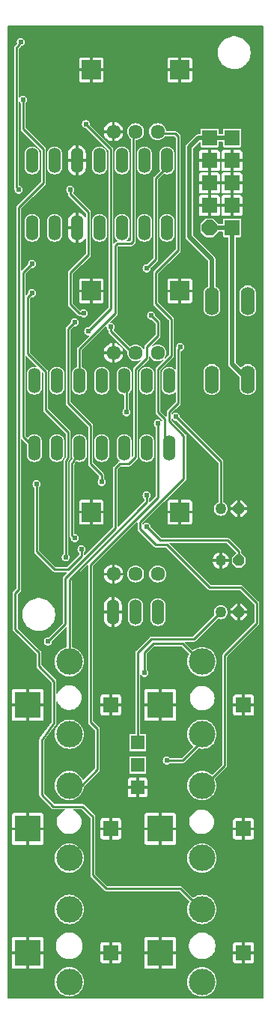
<source format=gbr>
%TF.GenerationSoftware,KiCad,Pcbnew,8.0.2*%
%TF.CreationDate,2024-05-21T21:49:38+01:00*%
%TF.ProjectId,3ch mix 1.6,33636820-6d69-4782-9031-2e362e6b6963,rev?*%
%TF.SameCoordinates,Original*%
%TF.FileFunction,Copper,L1,Top*%
%TF.FilePolarity,Positive*%
%FSLAX46Y46*%
G04 Gerber Fmt 4.6, Leading zero omitted, Abs format (unit mm)*
G04 Created by KiCad (PCBNEW 8.0.2) date 2024-05-21 21:49:38*
%MOMM*%
%LPD*%
G01*
G04 APERTURE LIST*
G04 Aperture macros list*
%AMOutline5P*
0 Free polygon, 5 corners , with rotation*
0 The origin of the aperture is its center*
0 number of corners: always 5*
0 $1 to $10 corner X, Y*
0 $11 Rotation angle, in degrees counterclockwise*
0 create outline with 5 corners*
4,1,5,$1,$2,$3,$4,$5,$6,$7,$8,$9,$10,$1,$2,$11*%
%AMOutline6P*
0 Free polygon, 6 corners , with rotation*
0 The origin of the aperture is its center*
0 number of corners: always 6*
0 $1 to $12 corner X, Y*
0 $13 Rotation angle, in degrees counterclockwise*
0 create outline with 6 corners*
4,1,6,$1,$2,$3,$4,$5,$6,$7,$8,$9,$10,$11,$12,$1,$2,$13*%
%AMOutline7P*
0 Free polygon, 7 corners , with rotation*
0 The origin of the aperture is its center*
0 number of corners: always 7*
0 $1 to $14 corner X, Y*
0 $15 Rotation angle, in degrees counterclockwise*
0 create outline with 7 corners*
4,1,7,$1,$2,$3,$4,$5,$6,$7,$8,$9,$10,$11,$12,$13,$14,$1,$2,$15*%
%AMOutline8P*
0 Free polygon, 8 corners , with rotation*
0 The origin of the aperture is its center*
0 number of corners: always 8*
0 $1 to $16 corner X, Y*
0 $17 Rotation angle, in degrees counterclockwise*
0 create outline with 8 corners*
4,1,8,$1,$2,$3,$4,$5,$6,$7,$8,$9,$10,$11,$12,$13,$14,$15,$16,$1,$2,$17*%
G04 Aperture macros list end*
%TA.AperFunction,ComponentPad*%
%ADD10R,3.000000X3.000000*%
%TD*%
%TA.AperFunction,ComponentPad*%
%ADD11R,1.778000X1.778000*%
%TD*%
%TA.AperFunction,ComponentPad*%
%ADD12C,3.000000*%
%TD*%
%TA.AperFunction,ComponentPad*%
%ADD13R,2.184400X2.184400*%
%TD*%
%TA.AperFunction,ComponentPad*%
%ADD14C,1.609600*%
%TD*%
%TA.AperFunction,ComponentPad*%
%ADD15O,1.422400X2.844800*%
%TD*%
%TA.AperFunction,ComponentPad*%
%ADD16O,1.600000X3.200000*%
%TD*%
%TA.AperFunction,ComponentPad*%
%ADD17C,1.270000*%
%TD*%
%TA.AperFunction,ComponentPad*%
%ADD18Outline8P,-0.635000X0.263026X-0.263026X0.635000X0.263026X0.635000X0.635000X0.263026X0.635000X-0.263026X0.263026X-0.635000X-0.263026X-0.635000X-0.635000X-0.263026X0.000000*%
%TD*%
%TA.AperFunction,ComponentPad*%
%ADD19R,1.625600X1.625600*%
%TD*%
%TA.AperFunction,ComponentPad*%
%ADD20Outline8P,-0.889000X0.368236X-0.368236X0.889000X0.368236X0.889000X0.889000X0.368236X0.889000X-0.368236X0.368236X-0.889000X-0.368236X-0.889000X-0.889000X-0.368236X180.000000*%
%TD*%
%TA.AperFunction,ViaPad*%
%ADD21C,0.604800*%
%TD*%
%TA.AperFunction,Conductor*%
%ADD22C,0.500000*%
%TD*%
%TA.AperFunction,Conductor*%
%ADD23C,0.254000*%
%TD*%
G04 APERTURE END LIST*
D10*
%TO.P,IN1,RING1*%
%TO.N,0V*%
X136301100Y-126803600D03*
D11*
%TO.P,IN1,RING2*%
X145701100Y-126803600D03*
D12*
%TO.P,IN1,SHUNT*%
%TO.N,N$30*%
X141001100Y-130103600D03*
%TO.P,IN1,TIP*%
%TO.N,N$20*%
X141001100Y-121903600D03*
%TD*%
D13*
%TO.P,POT3,GND$1*%
%TO.N,0V*%
X143501100Y-105003600D03*
%TO.P,POT3,GND$2*%
X153501100Y-105003600D03*
D14*
%TO.P,POT3,LEFT*%
X146001100Y-112003600D03*
%TO.P,POT3,MID*%
%TO.N,N$18*%
X148501100Y-112003600D03*
%TO.P,POT3,RIGHT*%
%TO.N,N$14*%
X151001100Y-112003600D03*
%TD*%
D13*
%TO.P,POT2,GND$1*%
%TO.N,0V*%
X143501100Y-80003600D03*
%TO.P,POT2,GND$2*%
X153501100Y-80003600D03*
D14*
%TO.P,POT2,LEFT*%
X146001100Y-87003600D03*
%TO.P,POT2,MID*%
%TO.N,N$17*%
X148501100Y-87003600D03*
%TO.P,POT2,RIGHT*%
%TO.N,N$13*%
X151001100Y-87003600D03*
%TD*%
D10*
%TO.P,IN3,RING1*%
%TO.N,0V*%
X136301100Y-154803600D03*
D11*
%TO.P,IN3,RING2*%
X145701100Y-154803600D03*
D12*
%TO.P,IN3,SHUNT*%
%TO.N,N$32*%
X141001100Y-158103600D03*
%TO.P,IN3,TIP*%
%TO.N,N$34*%
X141001100Y-149903600D03*
%TD*%
D10*
%TO.P,OUT1,RING1*%
%TO.N,0V*%
X151301100Y-126803600D03*
D11*
%TO.P,OUT1,RING2*%
X160701100Y-126803600D03*
D12*
%TO.P,OUT1,SHUNT*%
%TO.N,N$26*%
X156001100Y-130103600D03*
%TO.P,OUT1,TIP*%
%TO.N,N$8*%
X156001100Y-121903600D03*
%TD*%
D13*
%TO.P,POT1,GND$1*%
%TO.N,0V*%
X143501100Y-55003600D03*
%TO.P,POT1,GND$2*%
X153501100Y-55003600D03*
D14*
%TO.P,POT1,LEFT*%
X146001100Y-62003600D03*
%TO.P,POT1,MID*%
%TO.N,N$16*%
X148501100Y-62003600D03*
%TO.P,POT1,RIGHT*%
%TO.N,N$12*%
X151001100Y-62003600D03*
%TD*%
D10*
%TO.P,OUT3,RING1*%
%TO.N,0V*%
X151301100Y-154803600D03*
D11*
%TO.P,OUT3,RING2*%
X160701100Y-154803600D03*
D12*
%TO.P,OUT3,SHUNT*%
%TO.N,N/C*%
X156001100Y-158103600D03*
%TO.P,OUT3,TIP*%
%TO.N,N$23*%
X156001100Y-149903600D03*
%TD*%
D15*
%TO.P,IC2,1*%
%TO.N,N$36*%
X152043100Y-65261600D03*
%TO.P,IC2,2*%
%TO.N,N$21*%
X149503100Y-65261600D03*
%TO.P,IC2,3*%
%TO.N,N$17*%
X146963100Y-65261600D03*
%TO.P,IC2,4*%
%TO.N,+12V*%
X144423100Y-65261600D03*
%TO.P,IC2,5*%
%TO.N,0V*%
X141883100Y-65261600D03*
%TO.P,IC2,6*%
%TO.N,N$4*%
X139343100Y-65261600D03*
%TO.P,IC2,7*%
%TO.N,N$29*%
X136803100Y-65261600D03*
%TO.P,IC2,8*%
%TO.N,N$3*%
X136803100Y-72881600D03*
%TO.P,IC2,9*%
%TO.N,N$28*%
X139343100Y-72881600D03*
%TO.P,IC2,10*%
%TO.N,0V*%
X141883100Y-72881600D03*
%TO.P,IC2,11*%
%TO.N,-12V*%
X144423100Y-72881600D03*
%TO.P,IC2,12*%
%TO.N,N$11*%
X146963100Y-72881600D03*
%TO.P,IC2,13*%
%TO.N,N$14*%
X149503100Y-72881600D03*
%TO.P,IC2,14*%
X152043100Y-72881600D03*
%TD*%
D10*
%TO.P,IN2,RING1*%
%TO.N,0V*%
X136301100Y-140803600D03*
D11*
%TO.P,IN2,RING2*%
X145701100Y-140803600D03*
D12*
%TO.P,IN2,SHUNT*%
%TO.N,N$31*%
X141001100Y-144103600D03*
%TO.P,IN2,TIP*%
%TO.N,N$24*%
X141001100Y-135903600D03*
%TD*%
D10*
%TO.P,OUT2,RING1*%
%TO.N,0V*%
X151301100Y-140803600D03*
D11*
%TO.P,OUT2,RING2*%
X160701100Y-140803600D03*
D12*
%TO.P,OUT2,SHUNT*%
%TO.N,N$27*%
X156001100Y-144103600D03*
%TO.P,OUT2,TIP*%
%TO.N,N$19*%
X156001100Y-135903600D03*
%TD*%
D15*
%TO.P,IC1,1*%
%TO.N,N$13*%
X152297100Y-90153600D03*
%TO.P,IC1,2*%
X149757100Y-90153600D03*
%TO.P,IC1,3*%
%TO.N,N$10*%
X147217100Y-90153600D03*
%TO.P,IC1,4*%
%TO.N,+12V*%
X144677100Y-90153600D03*
%TO.P,IC1,5*%
%TO.N,N$16*%
X142137100Y-90153600D03*
%TO.P,IC1,6*%
%TO.N,N$15*%
X139597100Y-90153600D03*
%TO.P,IC1,7*%
%TO.N,N$35*%
X137057100Y-90153600D03*
%TO.P,IC1,8*%
%TO.N,N$25*%
X137057100Y-97773600D03*
%TO.P,IC1,9*%
%TO.N,N$22*%
X139597100Y-97773600D03*
%TO.P,IC1,10*%
%TO.N,N$18*%
X142137100Y-97773600D03*
%TO.P,IC1,11*%
%TO.N,-12V*%
X144677100Y-97773600D03*
%TO.P,IC1,12*%
%TO.N,N$9*%
X147217100Y-97773600D03*
%TO.P,IC1,13*%
%TO.N,N$12*%
X149757100Y-97773600D03*
%TO.P,IC1,14*%
X152297100Y-97773600D03*
%TD*%
D16*
%TO.P,D1,A*%
%TO.N,N$1*%
X157123100Y-81136600D03*
%TO.P,D1,C*%
%TO.N,N$5*%
X157123100Y-90026600D03*
%TD*%
D17*
%TO.P,C4,+*%
%TO.N,0V*%
X158139100Y-110473600D03*
D18*
%TO.P,C4,-*%
%TO.N,-12V*%
X160171100Y-110473600D03*
%TD*%
D16*
%TO.P,D2,A*%
%TO.N,N$6*%
X161187100Y-81136600D03*
%TO.P,D2,C*%
%TO.N,N$2*%
X161187100Y-90026600D03*
%TD*%
D19*
%TO.P,JP1,1*%
%TO.N,0V*%
X148741100Y-136127600D03*
%TO.P,JP1,2*%
%TO.N,N$33*%
X148741100Y-133587600D03*
%TO.P,JP1,3*%
%TO.N,N$7*%
X148741100Y-131047600D03*
%TD*%
D15*
%TO.P,D3,1*%
%TO.N,N/C*%
X151027100Y-116315600D03*
%TO.P,D3,2*%
%TO.N,N$7*%
X148487100Y-116315600D03*
%TO.P,D3,3*%
%TO.N,0V*%
X145947100Y-116315600D03*
%TD*%
D17*
%TO.P,C9,+*%
%TO.N,N$7*%
X158139100Y-116315600D03*
D18*
%TO.P,C9,-*%
%TO.N,0V*%
X160171100Y-116315600D03*
%TD*%
D17*
%TO.P,C3,+*%
%TO.N,+12V*%
X158139100Y-104631600D03*
D18*
%TO.P,C3,-*%
%TO.N,0V*%
X160171100Y-104631600D03*
%TD*%
D20*
%TO.P,POWER0,1*%
%TO.N,N$2*%
X156869100Y-72881600D03*
D11*
%TO.P,POWER0,2*%
X159409100Y-72881600D03*
%TO.P,POWER0,3*%
%TO.N,0V*%
X156869100Y-70341600D03*
%TO.P,POWER0,4*%
X159409100Y-70341600D03*
%TO.P,POWER0,5*%
X156869100Y-67801600D03*
%TO.P,POWER0,6*%
X159409100Y-67801600D03*
%TO.P,POWER0,7*%
X156869100Y-65261600D03*
%TO.P,POWER0,8*%
X159409100Y-65261600D03*
%TO.P,POWER0,9*%
%TO.N,N$1*%
X156869100Y-62721600D03*
%TO.P,POWER0,10*%
X159409100Y-62721600D03*
%TD*%
D21*
%TO.N,+12V*%
X143153100Y-84565600D03*
X153059100Y-94217600D03*
X142899100Y-61134100D03*
%TO.N,-12V*%
X144661100Y-101583600D03*
X149757100Y-106663600D03*
X141629100Y-83549600D03*
%TO.N,0V*%
X142391100Y-113013600D03*
X148233100Y-103869600D03*
X139216100Y-84883100D03*
X134644100Y-112950100D03*
X139597100Y-112505600D03*
X155345100Y-84311600D03*
X157123100Y-102091600D03*
X147217100Y-83041600D03*
X137311100Y-112505600D03*
X160869600Y-107552600D03*
X155345100Y-110473600D03*
X147725100Y-120379600D03*
X162457100Y-107552600D03*
X155345100Y-113521600D03*
X159155100Y-97519600D03*
X156615100Y-118855600D03*
X158012100Y-75485100D03*
X134898100Y-69897100D03*
X142899100Y-108187600D03*
X148233100Y-107425600D03*
X141883100Y-114537600D03*
X161949100Y-113013600D03*
X152043100Y-109711600D03*
X134644100Y-81581100D03*
%TO.N,N$14*%
X142391100Y-109203600D03*
X137311100Y-101837600D03*
%TO.N,N$17*%
X141121100Y-68563600D03*
X142645100Y-82533600D03*
X145693100Y-84057600D03*
%TO.N,N$18*%
X141629100Y-107933600D03*
%TO.N,N$25*%
X136803100Y-76945600D03*
%TO.N,N$26*%
X152043100Y-133079600D03*
%TO.N,N$27*%
X136803100Y-80247600D03*
X140613100Y-110092600D03*
%TO.N,N$3*%
X135279100Y-68563600D03*
X135533100Y-51863100D03*
%TO.N,N$23*%
X135787100Y-58403600D03*
%TO.N,N$8*%
X149503100Y-123173600D03*
%TO.N,N$19*%
X153567100Y-86343600D03*
%TO.N,N$10*%
X147471100Y-93709600D03*
%TO.N,N$20*%
X149757100Y-103107600D03*
%TO.N,N$24*%
X151027100Y-94979600D03*
%TO.N,N$34*%
X150265100Y-82787600D03*
X138593100Y-119629600D03*
%TO.N,N$36*%
X149757100Y-77453600D03*
%TD*%
D22*
%TO.N,N$1*%
X154583100Y-73897600D02*
X157123100Y-76437600D01*
X154583100Y-63737600D02*
X154583100Y-73897600D01*
X159409100Y-62721600D02*
X156869100Y-62721600D01*
X155599100Y-62721600D02*
X154583100Y-63737600D01*
X156869100Y-62721600D02*
X155599100Y-62721600D01*
X157123100Y-76437600D02*
X157123100Y-81136600D01*
%TO.N,N$2*%
X156869100Y-72881600D02*
X159409100Y-72881600D01*
X159409100Y-72881600D02*
X159409100Y-88248600D01*
X159409100Y-88248600D02*
X161187100Y-90026600D01*
D23*
%TO.N,+12V*%
X158139100Y-99297600D02*
X153059100Y-94217600D01*
X145693100Y-63991600D02*
X142899100Y-61197600D01*
X158139100Y-104631600D02*
X158139100Y-99297600D01*
X145693100Y-82025600D02*
X145693100Y-63991600D01*
X143153100Y-84565600D02*
X145693100Y-82025600D01*
X142899100Y-61197600D02*
X142899100Y-61134100D01*
%TO.N,-12V*%
X151281100Y-108187600D02*
X149757100Y-106663600D01*
X160171100Y-109457600D02*
X158901100Y-108187600D01*
X141629100Y-83549600D02*
X140867100Y-84311600D01*
X158901100Y-108187600D02*
X151281100Y-108187600D01*
X143407100Y-99551600D02*
X144661100Y-100805600D01*
X160171100Y-110473600D02*
X160171100Y-109457600D01*
X143407100Y-95233600D02*
X143407100Y-99551600D01*
X140867100Y-92693600D02*
X143407100Y-95233600D01*
X144661100Y-100805600D02*
X144661100Y-101583600D01*
X140867100Y-84311600D02*
X140867100Y-92693600D01*
%TO.N,N$7*%
X148741100Y-120887600D02*
X150265100Y-119363600D01*
X148741100Y-131047600D02*
X148741100Y-120887600D01*
X150265100Y-119363600D02*
X155091100Y-119363600D01*
X155091100Y-119363600D02*
X158139100Y-116315600D01*
%TO.N,N$12*%
X150773100Y-81390600D02*
X152551100Y-83168600D01*
X153313100Y-62531100D02*
X153313100Y-75421600D01*
X151211100Y-62213600D02*
X152995600Y-62213600D01*
X152551100Y-87359600D02*
X151027100Y-88883600D01*
X150773100Y-77961600D02*
X150773100Y-81390600D01*
X151027100Y-88883600D02*
X151027100Y-93709600D01*
X151789100Y-94471600D02*
X151789100Y-97265600D01*
X151001100Y-62003600D02*
X151211100Y-62213600D01*
X151789100Y-97265600D02*
X152297100Y-97773600D01*
X152551100Y-83168600D02*
X152551100Y-87359600D01*
X152995600Y-62213600D02*
X153313100Y-62531100D01*
X153313100Y-75421600D02*
X150773100Y-77961600D01*
X151027100Y-93709600D02*
X151789100Y-94471600D01*
%TO.N,N$14*%
X137311100Y-101837600D02*
X137311100Y-109457600D01*
X140867100Y-111489600D02*
X142391100Y-109965600D01*
X137311100Y-109457600D02*
X139343100Y-111489600D01*
X142391100Y-109965600D02*
X142391100Y-109203600D01*
X139343100Y-111489600D02*
X140867100Y-111489600D01*
%TO.N,N$16*%
X142137100Y-86597600D02*
X142137100Y-90153600D01*
X146455100Y-74659600D02*
X146201100Y-74913600D01*
X148501100Y-62003600D02*
X148233100Y-62271600D01*
X146201100Y-74913600D02*
X146201100Y-82533600D01*
X148233100Y-74405600D02*
X147979100Y-74659600D01*
X147979100Y-74659600D02*
X146455100Y-74659600D01*
X142137100Y-86597600D02*
X146201100Y-82533600D01*
X148233100Y-62271600D02*
X148233100Y-74405600D01*
%TO.N,N$17*%
X141121100Y-81517600D02*
X142137100Y-82533600D01*
X141121100Y-68563600D02*
X141121100Y-69071600D01*
X143153100Y-75929600D02*
X141121100Y-77961600D01*
X141121100Y-77961600D02*
X141121100Y-81517600D01*
X147979100Y-86851600D02*
X148349100Y-86851600D01*
X145693100Y-84565600D02*
X147979100Y-86851600D01*
X142137100Y-82533600D02*
X142645100Y-82533600D01*
X148349100Y-86851600D02*
X148501100Y-87003600D01*
X143153100Y-71103600D02*
X143153100Y-75929600D01*
X145693100Y-84057600D02*
X145693100Y-84565600D01*
X141121100Y-69071600D02*
X143153100Y-71103600D01*
%TO.N,N$18*%
X141311600Y-99488100D02*
X142137100Y-98154600D01*
X141629100Y-107933600D02*
X141311600Y-107616100D01*
X141311600Y-107616100D02*
X141311600Y-99488100D01*
X142137100Y-98154600D02*
X142137100Y-97773600D01*
%TO.N,N$25*%
X135787100Y-96503600D02*
X137057100Y-97773600D01*
X136803100Y-76945600D02*
X135787100Y-77961600D01*
X135787100Y-77961600D02*
X135787100Y-96503600D01*
%TO.N,N$26*%
X152043100Y-133079600D02*
X153821100Y-133079600D01*
X156107100Y-130793600D02*
X156107100Y-130425600D01*
X153821100Y-133079600D02*
X156107100Y-130793600D01*
X156107100Y-130425600D02*
X156001100Y-130103600D01*
%TO.N,N$27*%
X138327100Y-89137600D02*
X138327100Y-93455600D01*
X136295100Y-87105600D02*
X138327100Y-89137600D01*
X136295100Y-80755600D02*
X136295100Y-87105600D01*
X136803100Y-80247600D02*
X136295100Y-80755600D01*
X140867100Y-95995600D02*
X140867100Y-98789600D01*
X140613100Y-99297600D02*
X140613100Y-110092600D01*
X138327100Y-93455600D02*
X140867100Y-95995600D01*
X140867100Y-98789600D02*
X140613100Y-99297600D01*
%TO.N,N$3*%
X135025100Y-68309600D02*
X135025100Y-52561600D01*
X135025100Y-52561600D02*
X135533100Y-51863100D01*
X135279100Y-68563600D02*
X135025100Y-68309600D01*
%TO.N,N$23*%
X139216100Y-138286600D02*
X142518100Y-138286600D01*
X145185100Y-147557600D02*
X153567100Y-147557600D01*
X153567100Y-147557600D02*
X154837100Y-148827600D01*
X137565100Y-122411600D02*
X139279600Y-124126100D01*
X137565100Y-120887600D02*
X137565100Y-122411600D01*
X155625100Y-149589600D02*
X156001100Y-149903600D01*
X138073100Y-63991600D02*
X138073100Y-67801600D01*
X135279100Y-70595600D02*
X135279100Y-113775600D01*
X138073100Y-67801600D02*
X135279100Y-70595600D01*
X135279100Y-113775600D02*
X134898100Y-114156600D01*
X154837100Y-148827600D02*
X155625100Y-149589600D01*
X139279600Y-124126100D02*
X139279600Y-128825100D01*
X137882600Y-130730100D02*
X137882600Y-136953100D01*
X143661100Y-146033600D02*
X145185100Y-147557600D01*
X135787100Y-61705600D02*
X138073100Y-63991600D01*
X139279600Y-128825100D02*
X137882600Y-130730100D01*
X143661100Y-139429600D02*
X143661100Y-146033600D01*
X137882600Y-136953100D02*
X139216100Y-138286600D01*
X135787100Y-58403600D02*
X135787100Y-61705600D01*
X134898100Y-114156600D02*
X134898100Y-118220600D01*
X134898100Y-118220600D02*
X137565100Y-120887600D01*
X142518100Y-138286600D02*
X143661100Y-139429600D01*
%TO.N,N$8*%
X149503100Y-120887600D02*
X150519100Y-119871600D01*
X149503100Y-123173600D02*
X149503100Y-120887600D01*
X155685100Y-121649600D02*
X156001100Y-121903600D01*
X154837100Y-120887600D02*
X155685100Y-121649600D01*
X150519100Y-119871600D02*
X153821100Y-119871600D01*
X153821100Y-119871600D02*
X154837100Y-120887600D01*
%TO.N,N$19*%
X158583600Y-133651100D02*
X157031100Y-135203600D01*
X152297100Y-93709600D02*
X152297100Y-94725600D01*
X152043100Y-108695600D02*
X156869100Y-113521600D01*
X153567100Y-86343600D02*
X153313100Y-86597600D01*
X152297100Y-94725600D02*
X153948100Y-96376600D01*
X153313100Y-92693600D02*
X152297100Y-93709600D01*
X158583600Y-121205100D02*
X158583600Y-133651100D01*
X148995100Y-106155600D02*
X148995100Y-106917600D01*
X162203100Y-117585600D02*
X158583600Y-121205100D01*
X150773100Y-108695600D02*
X152043100Y-108695600D01*
X153948100Y-96376600D02*
X153948100Y-101202600D01*
X148995100Y-106917600D02*
X150773100Y-108695600D01*
X162203100Y-115299600D02*
X162203100Y-117585600D01*
X157031100Y-135203600D02*
X156001100Y-135903600D01*
X153948100Y-101202600D02*
X148995100Y-106155600D01*
X156869100Y-113521600D02*
X160425100Y-113521600D01*
X153313100Y-86597600D02*
X153313100Y-92693600D01*
X160425100Y-113521600D02*
X162203100Y-115299600D01*
%TO.N,N$10*%
X147471100Y-93709600D02*
X147471100Y-90407600D01*
X147471100Y-90407600D02*
X147217100Y-90153600D01*
%TO.N,N$20*%
X149757100Y-103869600D02*
X149757100Y-103107600D01*
X141001100Y-112625600D02*
X149757100Y-103869600D01*
X141001100Y-121903600D02*
X141001100Y-112625600D01*
%TO.N,N$24*%
X142361100Y-135903600D02*
X141001100Y-135903600D01*
X143407100Y-128733600D02*
X144169100Y-129495600D01*
X144169100Y-129495600D02*
X144169100Y-134095600D01*
X151027100Y-103361600D02*
X151027100Y-94979600D01*
X144169100Y-134095600D02*
X142361100Y-135903600D01*
X143407100Y-128733600D02*
X143407100Y-110981600D01*
X143407100Y-110981600D02*
X151027100Y-103361600D01*
%TO.N,N$34*%
X138593100Y-119629600D02*
X140549600Y-117673100D01*
X140549600Y-112442100D02*
X146201100Y-106790600D01*
X147725100Y-99551600D02*
X148487100Y-98789600D01*
X149757100Y-86343600D02*
X151027100Y-85073600D01*
X148487100Y-98789600D02*
X148487100Y-88883600D01*
X146709100Y-99551600D02*
X147725100Y-99551600D01*
X151027100Y-83549600D02*
X150265100Y-82787600D01*
X140549600Y-117673100D02*
X140549600Y-112442100D01*
X146201100Y-106790600D02*
X146201100Y-100059600D01*
X148487100Y-88883600D02*
X149757100Y-87613600D01*
X138593100Y-119629600D02*
X138581100Y-119617600D01*
X146201100Y-100059600D02*
X146709100Y-99551600D01*
X151027100Y-85073600D02*
X151027100Y-83549600D01*
X149757100Y-87613600D02*
X149757100Y-86343600D01*
%TO.N,N$36*%
X152043100Y-66023600D02*
X152043100Y-65261600D01*
X150773100Y-76437600D02*
X150773100Y-67293600D01*
X149757100Y-77453600D02*
X150773100Y-76437600D01*
X150773100Y-67293600D02*
X152043100Y-66023600D01*
%TD*%
%TA.AperFunction,Conductor*%
%TO.N,0V*%
G36*
X150141987Y-87433552D02*
G01*
X150152738Y-87448048D01*
X150200948Y-87538244D01*
X150200949Y-87538245D01*
X150320625Y-87684072D01*
X150320627Y-87684074D01*
X150466454Y-87803750D01*
X150466455Y-87803751D01*
X150532662Y-87839139D01*
X150632831Y-87892681D01*
X150813358Y-87947443D01*
X151001100Y-87965934D01*
X151188842Y-87947443D01*
X151369369Y-87892681D01*
X151535744Y-87803751D01*
X151545985Y-87795345D01*
X151591028Y-87781682D01*
X151632541Y-87803870D01*
X151646205Y-87848913D01*
X151628488Y-87886373D01*
X150855238Y-88659624D01*
X150803127Y-88711734D01*
X150803123Y-88711739D01*
X150766275Y-88775563D01*
X150766273Y-88775567D01*
X150747200Y-88846747D01*
X150747200Y-93746452D01*
X150766273Y-93817632D01*
X150766274Y-93817634D01*
X150766275Y-93817637D01*
X150803124Y-93881462D01*
X150803127Y-93881465D01*
X151491187Y-94569525D01*
X151509200Y-94613012D01*
X151509200Y-94675823D01*
X151491187Y-94719310D01*
X151447700Y-94737323D01*
X151404213Y-94719310D01*
X151401222Y-94716097D01*
X151328325Y-94631970D01*
X151328320Y-94631966D01*
X151218185Y-94561187D01*
X151218178Y-94561184D01*
X151137243Y-94537419D01*
X151092562Y-94524300D01*
X150961638Y-94524300D01*
X150836021Y-94561184D01*
X150836014Y-94561187D01*
X150725879Y-94631966D01*
X150725878Y-94631967D01*
X150640138Y-94730916D01*
X150585752Y-94850003D01*
X150585751Y-94850007D01*
X150567118Y-94979600D01*
X150585751Y-95109192D01*
X150585752Y-95109196D01*
X150625736Y-95196747D01*
X150640139Y-95228285D01*
X150725876Y-95327231D01*
X150725881Y-95327234D01*
X150725973Y-95327314D01*
X150726006Y-95327380D01*
X150728757Y-95330555D01*
X150727946Y-95331257D01*
X150747043Y-95369405D01*
X150747200Y-95373794D01*
X150747200Y-103220186D01*
X150729187Y-103263673D01*
X150141987Y-103850873D01*
X150098500Y-103868886D01*
X150055013Y-103850873D01*
X150037000Y-103807386D01*
X150037000Y-103501794D01*
X150055013Y-103458307D01*
X150058227Y-103455314D01*
X150058315Y-103455236D01*
X150058324Y-103455231D01*
X150144061Y-103356285D01*
X150198449Y-103237192D01*
X150217082Y-103107600D01*
X150198449Y-102978008D01*
X150144061Y-102858915D01*
X150058324Y-102759969D01*
X150058321Y-102759967D01*
X150058320Y-102759966D01*
X149948185Y-102689187D01*
X149948178Y-102689184D01*
X149867243Y-102665419D01*
X149822562Y-102652300D01*
X149691638Y-102652300D01*
X149566021Y-102689184D01*
X149566014Y-102689187D01*
X149455879Y-102759966D01*
X149455878Y-102759967D01*
X149370138Y-102858916D01*
X149315752Y-102978003D01*
X149315751Y-102978007D01*
X149297118Y-103107600D01*
X149315751Y-103237192D01*
X149315752Y-103237196D01*
X149364014Y-103342874D01*
X149370139Y-103356285D01*
X149455876Y-103455231D01*
X149455881Y-103455234D01*
X149455973Y-103455314D01*
X149456006Y-103455380D01*
X149458757Y-103458555D01*
X149457946Y-103459257D01*
X149477043Y-103497405D01*
X149477200Y-103501794D01*
X149477200Y-103728188D01*
X149459187Y-103771675D01*
X146585987Y-106644875D01*
X146542500Y-106662888D01*
X146499013Y-106644875D01*
X146481000Y-106601388D01*
X146481000Y-100201012D01*
X146499013Y-100157525D01*
X146807026Y-99849513D01*
X146850513Y-99831500D01*
X147761951Y-99831500D01*
X147793335Y-99823090D01*
X147833137Y-99812425D01*
X147896962Y-99775576D01*
X148711076Y-98961462D01*
X148747925Y-98897637D01*
X148759634Y-98853939D01*
X148767000Y-98826452D01*
X148767000Y-96977290D01*
X148893000Y-96977290D01*
X148893000Y-98569909D01*
X148926205Y-98736843D01*
X148926210Y-98736859D01*
X148987096Y-98883847D01*
X148991345Y-98894105D01*
X148993705Y-98897637D01*
X149085909Y-99035631D01*
X149206268Y-99155990D01*
X149206267Y-99155990D01*
X149256524Y-99189570D01*
X149347795Y-99250555D01*
X149406458Y-99274854D01*
X149505040Y-99315689D01*
X149505045Y-99315690D01*
X149505051Y-99315693D01*
X149671990Y-99348899D01*
X149671991Y-99348900D01*
X149671994Y-99348900D01*
X149842209Y-99348900D01*
X149842209Y-99348899D01*
X150009149Y-99315693D01*
X150028142Y-99307826D01*
X150069301Y-99290777D01*
X150166405Y-99250555D01*
X150307932Y-99155990D01*
X150428290Y-99035632D01*
X150522855Y-98894105D01*
X150587993Y-98736849D01*
X150621199Y-98569909D01*
X150621200Y-98569909D01*
X150621200Y-96977291D01*
X150621199Y-96977290D01*
X150587994Y-96810356D01*
X150587993Y-96810355D01*
X150587993Y-96810351D01*
X150587990Y-96810345D01*
X150587989Y-96810340D01*
X150539932Y-96694322D01*
X150522855Y-96653095D01*
X150428290Y-96511568D01*
X150307932Y-96391210D01*
X150307931Y-96391209D01*
X150307932Y-96391209D01*
X150166406Y-96296646D01*
X150166407Y-96296646D01*
X150166405Y-96296645D01*
X150166398Y-96296642D01*
X150009159Y-96231510D01*
X150009143Y-96231505D01*
X149842209Y-96198300D01*
X149842206Y-96198300D01*
X149671994Y-96198300D01*
X149671991Y-96198300D01*
X149505056Y-96231505D01*
X149505040Y-96231510D01*
X149347801Y-96296642D01*
X149347793Y-96296646D01*
X149206268Y-96391209D01*
X149085909Y-96511568D01*
X148991346Y-96653093D01*
X148991342Y-96653101D01*
X148926210Y-96810340D01*
X148926205Y-96810356D01*
X148893000Y-96977290D01*
X148767000Y-96977290D01*
X148767000Y-89357290D01*
X148893000Y-89357290D01*
X148893000Y-90949909D01*
X148926205Y-91116843D01*
X148926210Y-91116859D01*
X148991342Y-91274098D01*
X148991345Y-91274105D01*
X148993926Y-91277968D01*
X149085909Y-91415631D01*
X149206268Y-91535990D01*
X149206267Y-91535990D01*
X149269733Y-91578396D01*
X149347795Y-91630555D01*
X149421055Y-91660900D01*
X149505040Y-91695689D01*
X149505045Y-91695690D01*
X149505051Y-91695693D01*
X149671990Y-91728899D01*
X149671991Y-91728900D01*
X149671994Y-91728900D01*
X149842209Y-91728900D01*
X149842209Y-91728899D01*
X150009149Y-91695693D01*
X150166405Y-91630555D01*
X150307932Y-91535990D01*
X150428290Y-91415632D01*
X150522855Y-91274105D01*
X150587993Y-91116849D01*
X150621199Y-90949909D01*
X150621200Y-90949909D01*
X150621200Y-89357291D01*
X150621199Y-89357290D01*
X150587994Y-89190356D01*
X150587993Y-89190355D01*
X150587993Y-89190351D01*
X150587990Y-89190345D01*
X150587989Y-89190340D01*
X150522857Y-89033101D01*
X150522855Y-89033095D01*
X150428290Y-88891568D01*
X150307932Y-88771210D01*
X150307931Y-88771209D01*
X150307932Y-88771209D01*
X150166406Y-88676646D01*
X150166407Y-88676646D01*
X150166405Y-88676645D01*
X150166393Y-88676640D01*
X150009159Y-88611510D01*
X150009143Y-88611505D01*
X149842209Y-88578300D01*
X149842206Y-88578300D01*
X149671994Y-88578300D01*
X149671991Y-88578300D01*
X149505056Y-88611505D01*
X149505040Y-88611510D01*
X149347801Y-88676642D01*
X149347793Y-88676646D01*
X149206268Y-88771209D01*
X149085909Y-88891568D01*
X148991346Y-89033093D01*
X148991342Y-89033101D01*
X148926210Y-89190340D01*
X148926205Y-89190356D01*
X148893000Y-89357290D01*
X148767000Y-89357290D01*
X148767000Y-89025012D01*
X148785013Y-88981525D01*
X149362431Y-88404107D01*
X149981076Y-87785462D01*
X150017925Y-87721638D01*
X150027991Y-87684072D01*
X150037000Y-87650452D01*
X150037000Y-87477039D01*
X150055013Y-87433552D01*
X150098500Y-87415539D01*
X150141987Y-87433552D01*
G37*
%TD.AperFunction*%
%TA.AperFunction,Conductor*%
G36*
X162957587Y-50047113D02*
G01*
X162975600Y-50090600D01*
X162975600Y-159916600D01*
X162957587Y-159960087D01*
X162914100Y-159978100D01*
X134088100Y-159978100D01*
X134044613Y-159960087D01*
X134026600Y-159916600D01*
X134026600Y-158103594D01*
X139343089Y-158103594D01*
X139343089Y-158103605D01*
X139363500Y-158362961D01*
X139363501Y-158362968D01*
X139424236Y-158615949D01*
X139424238Y-158615953D01*
X139523802Y-158856323D01*
X139659738Y-159078151D01*
X139659741Y-159078154D01*
X139828709Y-159275991D01*
X140026545Y-159444958D01*
X140026548Y-159444961D01*
X140210079Y-159557428D01*
X140248379Y-159580899D01*
X140488746Y-159680462D01*
X140741730Y-159741198D01*
X140741732Y-159741198D01*
X140741738Y-159741199D01*
X141001095Y-159761611D01*
X141001100Y-159761611D01*
X141001105Y-159761611D01*
X141260461Y-159741199D01*
X141260465Y-159741198D01*
X141260470Y-159741198D01*
X141513454Y-159680462D01*
X141753821Y-159580899D01*
X141975654Y-159444959D01*
X142173491Y-159275991D01*
X142342459Y-159078154D01*
X142478399Y-158856321D01*
X142577962Y-158615954D01*
X142638698Y-158362970D01*
X142659111Y-158103600D01*
X142659111Y-158103594D01*
X154343089Y-158103594D01*
X154343089Y-158103605D01*
X154363500Y-158362961D01*
X154363501Y-158362968D01*
X154424236Y-158615949D01*
X154424238Y-158615953D01*
X154523802Y-158856323D01*
X154659738Y-159078151D01*
X154659741Y-159078154D01*
X154828709Y-159275991D01*
X155026545Y-159444958D01*
X155026548Y-159444961D01*
X155210079Y-159557428D01*
X155248379Y-159580899D01*
X155488746Y-159680462D01*
X155741730Y-159741198D01*
X155741732Y-159741198D01*
X155741738Y-159741199D01*
X156001095Y-159761611D01*
X156001100Y-159761611D01*
X156001105Y-159761611D01*
X156260461Y-159741199D01*
X156260465Y-159741198D01*
X156260470Y-159741198D01*
X156513454Y-159680462D01*
X156753821Y-159580899D01*
X156975654Y-159444959D01*
X157173491Y-159275991D01*
X157342459Y-159078154D01*
X157478399Y-158856321D01*
X157577962Y-158615954D01*
X157638698Y-158362970D01*
X157659111Y-158103600D01*
X157638698Y-157844230D01*
X157577962Y-157591246D01*
X157478399Y-157350879D01*
X157454928Y-157312579D01*
X157342461Y-157129048D01*
X157342458Y-157129045D01*
X157173491Y-156931209D01*
X156975654Y-156762241D01*
X156975651Y-156762238D01*
X156753823Y-156626302D01*
X156699013Y-156603599D01*
X156513454Y-156526738D01*
X156513452Y-156526737D01*
X156513449Y-156526736D01*
X156260468Y-156466001D01*
X156260461Y-156466000D01*
X156001105Y-156445589D01*
X156001095Y-156445589D01*
X155741738Y-156466000D01*
X155741731Y-156466001D01*
X155488750Y-156526736D01*
X155488746Y-156526738D01*
X155248376Y-156626302D01*
X155026548Y-156762238D01*
X155026545Y-156762241D01*
X154828709Y-156931209D01*
X154659741Y-157129045D01*
X154659738Y-157129048D01*
X154523802Y-157350876D01*
X154424238Y-157591246D01*
X154424236Y-157591250D01*
X154363501Y-157844231D01*
X154363500Y-157844238D01*
X154343089Y-158103594D01*
X142659111Y-158103594D01*
X142638698Y-157844230D01*
X142577962Y-157591246D01*
X142478399Y-157350879D01*
X142454928Y-157312579D01*
X142342461Y-157129048D01*
X142342458Y-157129045D01*
X142173491Y-156931209D01*
X141975654Y-156762241D01*
X141975651Y-156762238D01*
X141753823Y-156626302D01*
X141699013Y-156603599D01*
X141513454Y-156526738D01*
X141513452Y-156526737D01*
X141513449Y-156526736D01*
X141260468Y-156466001D01*
X141260461Y-156466000D01*
X141001105Y-156445589D01*
X141001095Y-156445589D01*
X140741738Y-156466000D01*
X140741731Y-156466001D01*
X140488750Y-156526736D01*
X140488746Y-156526738D01*
X140248376Y-156626302D01*
X140026548Y-156762238D01*
X140026545Y-156762241D01*
X139828709Y-156931209D01*
X139659741Y-157129045D01*
X139659738Y-157129048D01*
X139523802Y-157350876D01*
X139424238Y-157591246D01*
X139424236Y-157591250D01*
X139363501Y-157844231D01*
X139363500Y-157844238D01*
X139343089Y-158103594D01*
X134026600Y-158103594D01*
X134026600Y-153258814D01*
X134501100Y-153258814D01*
X134501100Y-154653600D01*
X135160523Y-154653600D01*
X135151100Y-154713093D01*
X135151100Y-154894107D01*
X135160523Y-154953600D01*
X134501101Y-154953600D01*
X134501101Y-156348388D01*
X134504010Y-156373476D01*
X134549313Y-156476078D01*
X134628621Y-156555386D01*
X134731226Y-156600690D01*
X134756296Y-156603598D01*
X134756314Y-156603599D01*
X136151100Y-156603599D01*
X136151100Y-155944177D01*
X136210593Y-155953600D01*
X136391607Y-155953600D01*
X136451100Y-155944177D01*
X136451100Y-156603599D01*
X137845888Y-156603599D01*
X137870976Y-156600689D01*
X137973578Y-156555386D01*
X138052886Y-156476078D01*
X138098190Y-156373473D01*
X138101098Y-156348403D01*
X138101100Y-156348385D01*
X138101100Y-154953600D01*
X137441677Y-154953600D01*
X137451100Y-154894107D01*
X137451100Y-154713093D01*
X137441677Y-154653600D01*
X138101099Y-154653600D01*
X138101099Y-153916504D01*
X139493600Y-153916504D01*
X139493600Y-154152695D01*
X139530547Y-154385968D01*
X139603532Y-154610593D01*
X139710758Y-154821035D01*
X139849581Y-155012108D01*
X140016591Y-155179118D01*
X140194653Y-155308488D01*
X140207667Y-155317943D01*
X140418108Y-155425168D01*
X140642732Y-155498153D01*
X140876008Y-155535100D01*
X140876012Y-155535100D01*
X141112188Y-155535100D01*
X141112192Y-155535100D01*
X141345468Y-155498153D01*
X141570092Y-155425168D01*
X141780533Y-155317943D01*
X141971610Y-155179117D01*
X142138617Y-155012110D01*
X142277443Y-154821033D01*
X142384668Y-154610592D01*
X142457653Y-154385968D01*
X142494600Y-154152692D01*
X142494600Y-153916508D01*
X142487204Y-153869814D01*
X144512100Y-153869814D01*
X144512100Y-154653600D01*
X145068203Y-154653600D01*
X145051100Y-154739581D01*
X145051100Y-154867619D01*
X145068203Y-154953600D01*
X144512101Y-154953600D01*
X144512101Y-155737388D01*
X144515010Y-155762476D01*
X144560313Y-155865078D01*
X144639621Y-155944386D01*
X144742226Y-155989690D01*
X144767296Y-155992598D01*
X144767314Y-155992599D01*
X145551100Y-155992599D01*
X145551100Y-155436497D01*
X145637081Y-155453600D01*
X145765119Y-155453600D01*
X145851100Y-155436497D01*
X145851100Y-155992599D01*
X146634888Y-155992599D01*
X146659976Y-155989689D01*
X146762578Y-155944386D01*
X146841886Y-155865078D01*
X146887190Y-155762473D01*
X146890098Y-155737403D01*
X146890100Y-155737385D01*
X146890100Y-154953600D01*
X146333997Y-154953600D01*
X146351100Y-154867619D01*
X146351100Y-154739581D01*
X146333997Y-154653600D01*
X146890099Y-154653600D01*
X146890099Y-153869811D01*
X146887189Y-153844723D01*
X146841886Y-153742121D01*
X146762578Y-153662813D01*
X146659973Y-153617509D01*
X146634903Y-153614601D01*
X146634886Y-153614600D01*
X145851100Y-153614600D01*
X145851100Y-154170702D01*
X145765119Y-154153600D01*
X145637081Y-154153600D01*
X145551100Y-154170702D01*
X145551100Y-153614600D01*
X144767311Y-153614600D01*
X144742223Y-153617510D01*
X144639621Y-153662813D01*
X144560313Y-153742121D01*
X144515009Y-153844726D01*
X144512101Y-153869796D01*
X144512100Y-153869814D01*
X142487204Y-153869814D01*
X142457653Y-153683232D01*
X142384668Y-153458608D01*
X142282868Y-153258814D01*
X149501100Y-153258814D01*
X149501100Y-154653600D01*
X150160523Y-154653600D01*
X150151100Y-154713093D01*
X150151100Y-154894107D01*
X150160523Y-154953600D01*
X149501101Y-154953600D01*
X149501101Y-156348388D01*
X149504010Y-156373476D01*
X149549313Y-156476078D01*
X149628621Y-156555386D01*
X149731226Y-156600690D01*
X149756296Y-156603598D01*
X149756314Y-156603599D01*
X151151100Y-156603599D01*
X151151100Y-155944177D01*
X151210593Y-155953600D01*
X151391607Y-155953600D01*
X151451100Y-155944177D01*
X151451100Y-156603599D01*
X152845888Y-156603599D01*
X152870976Y-156600689D01*
X152973578Y-156555386D01*
X153052886Y-156476078D01*
X153098190Y-156373473D01*
X153101098Y-156348403D01*
X153101100Y-156348385D01*
X153101100Y-154953600D01*
X152441677Y-154953600D01*
X152451100Y-154894107D01*
X152451100Y-154713093D01*
X152441677Y-154653600D01*
X153101099Y-154653600D01*
X153101099Y-153916504D01*
X154543100Y-153916504D01*
X154543100Y-154152695D01*
X154580047Y-154385968D01*
X154653032Y-154610593D01*
X154760258Y-154821035D01*
X154899081Y-155012108D01*
X155066091Y-155179118D01*
X155244153Y-155308488D01*
X155257167Y-155317943D01*
X155467608Y-155425168D01*
X155692232Y-155498153D01*
X155925508Y-155535100D01*
X155925512Y-155535100D01*
X156161688Y-155535100D01*
X156161692Y-155535100D01*
X156394968Y-155498153D01*
X156619592Y-155425168D01*
X156830033Y-155317943D01*
X157021110Y-155179117D01*
X157188117Y-155012110D01*
X157326943Y-154821033D01*
X157434168Y-154610592D01*
X157507153Y-154385968D01*
X157544100Y-154152692D01*
X157544100Y-153916508D01*
X157536704Y-153869814D01*
X159512100Y-153869814D01*
X159512100Y-154653600D01*
X160068203Y-154653600D01*
X160051100Y-154739581D01*
X160051100Y-154867619D01*
X160068203Y-154953600D01*
X159512101Y-154953600D01*
X159512101Y-155737388D01*
X159515010Y-155762476D01*
X159560313Y-155865078D01*
X159639621Y-155944386D01*
X159742226Y-155989690D01*
X159767296Y-155992598D01*
X159767314Y-155992599D01*
X160551100Y-155992599D01*
X160551100Y-155436497D01*
X160637081Y-155453600D01*
X160765119Y-155453600D01*
X160851100Y-155436497D01*
X160851100Y-155992599D01*
X161634888Y-155992599D01*
X161659976Y-155989689D01*
X161762578Y-155944386D01*
X161841886Y-155865078D01*
X161887190Y-155762473D01*
X161890098Y-155737403D01*
X161890100Y-155737385D01*
X161890100Y-154953600D01*
X161333997Y-154953600D01*
X161351100Y-154867619D01*
X161351100Y-154739581D01*
X161333997Y-154653600D01*
X161890099Y-154653600D01*
X161890099Y-153869811D01*
X161887189Y-153844723D01*
X161841886Y-153742121D01*
X161762578Y-153662813D01*
X161659973Y-153617509D01*
X161634903Y-153614601D01*
X161634886Y-153614600D01*
X160851100Y-153614600D01*
X160851100Y-154170702D01*
X160765119Y-154153600D01*
X160637081Y-154153600D01*
X160551100Y-154170702D01*
X160551100Y-153614600D01*
X159767311Y-153614600D01*
X159742223Y-153617510D01*
X159639621Y-153662813D01*
X159560313Y-153742121D01*
X159515009Y-153844726D01*
X159512101Y-153869796D01*
X159512100Y-153869814D01*
X157536704Y-153869814D01*
X157507153Y-153683232D01*
X157434168Y-153458608D01*
X157326943Y-153248167D01*
X157188117Y-153057090D01*
X157021110Y-152890083D01*
X157021109Y-152890082D01*
X157021108Y-152890081D01*
X156830035Y-152751258D01*
X156619593Y-152644032D01*
X156394968Y-152571047D01*
X156161695Y-152534100D01*
X156161692Y-152534100D01*
X155925508Y-152534100D01*
X155925504Y-152534100D01*
X155692231Y-152571047D01*
X155467606Y-152644032D01*
X155257164Y-152751258D01*
X155066091Y-152890081D01*
X155066091Y-152890082D01*
X155066090Y-152890083D01*
X154899083Y-153057090D01*
X154899082Y-153057091D01*
X154899081Y-153057091D01*
X154760258Y-153248164D01*
X154653032Y-153458606D01*
X154580047Y-153683231D01*
X154543100Y-153916504D01*
X153101099Y-153916504D01*
X153101099Y-153258811D01*
X153098189Y-153233723D01*
X153052886Y-153131121D01*
X152973578Y-153051813D01*
X152870973Y-153006509D01*
X152845903Y-153003601D01*
X152845886Y-153003600D01*
X151451100Y-153003600D01*
X151451100Y-153663022D01*
X151391607Y-153653600D01*
X151210593Y-153653600D01*
X151151100Y-153663022D01*
X151151100Y-153003600D01*
X149756311Y-153003600D01*
X149731223Y-153006510D01*
X149628621Y-153051813D01*
X149549313Y-153131121D01*
X149504009Y-153233726D01*
X149501101Y-153258796D01*
X149501100Y-153258814D01*
X142282868Y-153258814D01*
X142277443Y-153248167D01*
X142138617Y-153057090D01*
X141971610Y-152890083D01*
X141971609Y-152890082D01*
X141971608Y-152890081D01*
X141780535Y-152751258D01*
X141570093Y-152644032D01*
X141345468Y-152571047D01*
X141112195Y-152534100D01*
X141112192Y-152534100D01*
X140876008Y-152534100D01*
X140876004Y-152534100D01*
X140642731Y-152571047D01*
X140418106Y-152644032D01*
X140207664Y-152751258D01*
X140016591Y-152890081D01*
X140016591Y-152890082D01*
X140016590Y-152890083D01*
X139849583Y-153057090D01*
X139849582Y-153057091D01*
X139849581Y-153057091D01*
X139710758Y-153248164D01*
X139603532Y-153458606D01*
X139530547Y-153683231D01*
X139493600Y-153916504D01*
X138101099Y-153916504D01*
X138101099Y-153258811D01*
X138098189Y-153233723D01*
X138052886Y-153131121D01*
X137973578Y-153051813D01*
X137870973Y-153006509D01*
X137845903Y-153003601D01*
X137845886Y-153003600D01*
X136451100Y-153003600D01*
X136451100Y-153663022D01*
X136391607Y-153653600D01*
X136210593Y-153653600D01*
X136151100Y-153663022D01*
X136151100Y-153003600D01*
X134756311Y-153003600D01*
X134731223Y-153006510D01*
X134628621Y-153051813D01*
X134549313Y-153131121D01*
X134504009Y-153233726D01*
X134501101Y-153258796D01*
X134501100Y-153258814D01*
X134026600Y-153258814D01*
X134026600Y-149903594D01*
X139343089Y-149903594D01*
X139343089Y-149903605D01*
X139363500Y-150162961D01*
X139363501Y-150162968D01*
X139424236Y-150415949D01*
X139424238Y-150415953D01*
X139523802Y-150656323D01*
X139659738Y-150878151D01*
X139659741Y-150878154D01*
X139828709Y-151075991D01*
X140026545Y-151244958D01*
X140026548Y-151244961D01*
X140210079Y-151357428D01*
X140248379Y-151380899D01*
X140488746Y-151480462D01*
X140741730Y-151541198D01*
X140741732Y-151541198D01*
X140741738Y-151541199D01*
X141001095Y-151561611D01*
X141001100Y-151561611D01*
X141001105Y-151561611D01*
X141260461Y-151541199D01*
X141260465Y-151541198D01*
X141260470Y-151541198D01*
X141513454Y-151480462D01*
X141753821Y-151380899D01*
X141975654Y-151244959D01*
X142173491Y-151075991D01*
X142342459Y-150878154D01*
X142478399Y-150656321D01*
X142577962Y-150415954D01*
X142638698Y-150162970D01*
X142659111Y-149903600D01*
X142638698Y-149644230D01*
X142577962Y-149391246D01*
X142478399Y-149150879D01*
X142412259Y-149042948D01*
X142342461Y-148929048D01*
X142342458Y-148929045D01*
X142173491Y-148731209D01*
X141975654Y-148562241D01*
X141975651Y-148562238D01*
X141753823Y-148426302D01*
X141753821Y-148426301D01*
X141513454Y-148326738D01*
X141513452Y-148326737D01*
X141513449Y-148326736D01*
X141260468Y-148266001D01*
X141260461Y-148266000D01*
X141001105Y-148245589D01*
X141001095Y-148245589D01*
X140741738Y-148266000D01*
X140741731Y-148266001D01*
X140488750Y-148326736D01*
X140488746Y-148326738D01*
X140248376Y-148426302D01*
X140026548Y-148562238D01*
X140026545Y-148562241D01*
X139828709Y-148731209D01*
X139659741Y-148929045D01*
X139659738Y-148929048D01*
X139523802Y-149150876D01*
X139424238Y-149391246D01*
X139424236Y-149391250D01*
X139363501Y-149644231D01*
X139363500Y-149644238D01*
X139343089Y-149903594D01*
X134026600Y-149903594D01*
X134026600Y-144103594D01*
X139343089Y-144103594D01*
X139343089Y-144103605D01*
X139363500Y-144362961D01*
X139363501Y-144362968D01*
X139424236Y-144615949D01*
X139424238Y-144615953D01*
X139523802Y-144856323D01*
X139659738Y-145078151D01*
X139659741Y-145078154D01*
X139828709Y-145275991D01*
X140026545Y-145444958D01*
X140026548Y-145444961D01*
X140210079Y-145557428D01*
X140248379Y-145580899D01*
X140488746Y-145680462D01*
X140741730Y-145741198D01*
X140741732Y-145741198D01*
X140741738Y-145741199D01*
X141001095Y-145761611D01*
X141001100Y-145761611D01*
X141001105Y-145761611D01*
X141260461Y-145741199D01*
X141260465Y-145741198D01*
X141260470Y-145741198D01*
X141513454Y-145680462D01*
X141753821Y-145580899D01*
X141975654Y-145444959D01*
X142173491Y-145275991D01*
X142342459Y-145078154D01*
X142478399Y-144856321D01*
X142577962Y-144615954D01*
X142638698Y-144362970D01*
X142659111Y-144103600D01*
X142638698Y-143844230D01*
X142577962Y-143591246D01*
X142478399Y-143350879D01*
X142454928Y-143312579D01*
X142342461Y-143129048D01*
X142342458Y-143129045D01*
X142173491Y-142931209D01*
X141975654Y-142762241D01*
X141975651Y-142762238D01*
X141753823Y-142626302D01*
X141699013Y-142603599D01*
X141513454Y-142526738D01*
X141513452Y-142526737D01*
X141513449Y-142526736D01*
X141260468Y-142466001D01*
X141260461Y-142466000D01*
X141001105Y-142445589D01*
X141001095Y-142445589D01*
X140741738Y-142466000D01*
X140741731Y-142466001D01*
X140488750Y-142526736D01*
X140488746Y-142526738D01*
X140248376Y-142626302D01*
X140026548Y-142762238D01*
X140026545Y-142762241D01*
X139828709Y-142931209D01*
X139659741Y-143129045D01*
X139659738Y-143129048D01*
X139523802Y-143350876D01*
X139424238Y-143591246D01*
X139424236Y-143591250D01*
X139363501Y-143844231D01*
X139363500Y-143844238D01*
X139343089Y-144103594D01*
X134026600Y-144103594D01*
X134026600Y-139258814D01*
X134501100Y-139258814D01*
X134501100Y-140653600D01*
X135160523Y-140653600D01*
X135151100Y-140713093D01*
X135151100Y-140894107D01*
X135160523Y-140953600D01*
X134501101Y-140953600D01*
X134501101Y-142348388D01*
X134504010Y-142373476D01*
X134549313Y-142476078D01*
X134628621Y-142555386D01*
X134731226Y-142600690D01*
X134756296Y-142603598D01*
X134756314Y-142603599D01*
X136151100Y-142603599D01*
X136151100Y-141944177D01*
X136210593Y-141953600D01*
X136391607Y-141953600D01*
X136451100Y-141944177D01*
X136451100Y-142603599D01*
X137845888Y-142603599D01*
X137870976Y-142600689D01*
X137973578Y-142555386D01*
X138052886Y-142476078D01*
X138098190Y-142373473D01*
X138101098Y-142348403D01*
X138101100Y-142348385D01*
X138101100Y-140953600D01*
X137441677Y-140953600D01*
X137451100Y-140894107D01*
X137451100Y-140713093D01*
X137441677Y-140653600D01*
X138101099Y-140653600D01*
X138101099Y-139258811D01*
X138098189Y-139233723D01*
X138052886Y-139131121D01*
X137973578Y-139051813D01*
X137870973Y-139006509D01*
X137845903Y-139003601D01*
X137845886Y-139003600D01*
X136451100Y-139003600D01*
X136451100Y-139663022D01*
X136391607Y-139653600D01*
X136210593Y-139653600D01*
X136151100Y-139663022D01*
X136151100Y-139003600D01*
X134756311Y-139003600D01*
X134731223Y-139006510D01*
X134628621Y-139051813D01*
X134549313Y-139131121D01*
X134504009Y-139233726D01*
X134501101Y-139258796D01*
X134501100Y-139258814D01*
X134026600Y-139258814D01*
X134026600Y-125258814D01*
X134501100Y-125258814D01*
X134501100Y-126653600D01*
X135160523Y-126653600D01*
X135151100Y-126713093D01*
X135151100Y-126894107D01*
X135160523Y-126953600D01*
X134501101Y-126953600D01*
X134501101Y-128348388D01*
X134504010Y-128373476D01*
X134549313Y-128476078D01*
X134628621Y-128555386D01*
X134731226Y-128600690D01*
X134756296Y-128603598D01*
X134756314Y-128603599D01*
X136151100Y-128603599D01*
X136151100Y-127944177D01*
X136210593Y-127953600D01*
X136391607Y-127953600D01*
X136451100Y-127944177D01*
X136451100Y-128603599D01*
X137845888Y-128603599D01*
X137870976Y-128600689D01*
X137973578Y-128555386D01*
X138052886Y-128476078D01*
X138098190Y-128373473D01*
X138101098Y-128348403D01*
X138101100Y-128348385D01*
X138101100Y-126953600D01*
X137441677Y-126953600D01*
X137451100Y-126894107D01*
X137451100Y-126713093D01*
X137441677Y-126653600D01*
X138101099Y-126653600D01*
X138101099Y-125258811D01*
X138098189Y-125233723D01*
X138052886Y-125131121D01*
X137973578Y-125051813D01*
X137870973Y-125006509D01*
X137845903Y-125003601D01*
X137845886Y-125003600D01*
X136451100Y-125003600D01*
X136451100Y-125663022D01*
X136391607Y-125653600D01*
X136210593Y-125653600D01*
X136151100Y-125663022D01*
X136151100Y-125003600D01*
X134756311Y-125003600D01*
X134731223Y-125006510D01*
X134628621Y-125051813D01*
X134549313Y-125131121D01*
X134504009Y-125233726D01*
X134501101Y-125258796D01*
X134501100Y-125258814D01*
X134026600Y-125258814D01*
X134026600Y-114119747D01*
X134618200Y-114119747D01*
X134618200Y-118257452D01*
X134637273Y-118328632D01*
X134637274Y-118328634D01*
X134637275Y-118328637D01*
X134674124Y-118392462D01*
X134674127Y-118392465D01*
X137267187Y-120985525D01*
X137285200Y-121029012D01*
X137285200Y-122448452D01*
X137304273Y-122519632D01*
X137304274Y-122519634D01*
X137304275Y-122519637D01*
X137341124Y-122583462D01*
X137341127Y-122583465D01*
X138981687Y-124224025D01*
X138999700Y-124267512D01*
X138999700Y-128713334D01*
X138987794Y-128749703D01*
X137672320Y-130543529D01*
X137666217Y-130550643D01*
X137658625Y-130558235D01*
X137649527Y-130573993D01*
X137645865Y-130579605D01*
X137635095Y-130594292D01*
X137635093Y-130594296D01*
X137631200Y-130604306D01*
X137627146Y-130612759D01*
X137621775Y-130622062D01*
X137617065Y-130639639D01*
X137614979Y-130646012D01*
X137608378Y-130662984D01*
X137607207Y-130673664D01*
X137605480Y-130682871D01*
X137602700Y-130693249D01*
X137602700Y-130711453D01*
X137602334Y-130718152D01*
X137600352Y-130736236D01*
X137600352Y-130736242D01*
X137601985Y-130746853D01*
X137602700Y-130756205D01*
X137602700Y-136989952D01*
X137621773Y-137061132D01*
X137621774Y-137061134D01*
X137621775Y-137061137D01*
X137658624Y-137124962D01*
X139044238Y-138510576D01*
X139108063Y-138547425D01*
X139108067Y-138547426D01*
X139179248Y-138566500D01*
X139179250Y-138566500D01*
X139252950Y-138566500D01*
X140512996Y-138566500D01*
X140556483Y-138584513D01*
X140574496Y-138628000D01*
X140556483Y-138671487D01*
X140535927Y-138685065D01*
X140365165Y-138753682D01*
X140163398Y-138877915D01*
X140163390Y-138877922D01*
X139985528Y-139034458D01*
X139985526Y-139034461D01*
X139836675Y-139218810D01*
X139836669Y-139218819D01*
X139721117Y-139425668D01*
X139721110Y-139425684D01*
X139642177Y-139649085D01*
X139642175Y-139649095D01*
X139602134Y-139882617D01*
X139602133Y-139882629D01*
X139602133Y-140119570D01*
X139602134Y-140119582D01*
X139642175Y-140353104D01*
X139642177Y-140353114D01*
X139682241Y-140466505D01*
X139721114Y-140576526D01*
X139742049Y-140614002D01*
X139836669Y-140783380D01*
X139836675Y-140783389D01*
X139985526Y-140967738D01*
X139985528Y-140967741D01*
X140046351Y-141021271D01*
X140163397Y-141124284D01*
X140365165Y-141248517D01*
X140585027Y-141336865D01*
X140816656Y-141386785D01*
X141053390Y-141396841D01*
X141288419Y-141366745D01*
X141514980Y-141297361D01*
X141726557Y-141190686D01*
X141917063Y-141049789D01*
X142081016Y-140878723D01*
X142213701Y-140682410D01*
X142311300Y-140466496D01*
X142371005Y-140237194D01*
X142371824Y-140227578D01*
X142391100Y-140001105D01*
X142391100Y-140001094D01*
X142371006Y-139765011D01*
X142363935Y-139737853D01*
X142311300Y-139535704D01*
X142311296Y-139535696D01*
X142311296Y-139535694D01*
X142213703Y-139319795D01*
X142213701Y-139319790D01*
X142081016Y-139123477D01*
X142081010Y-139123471D01*
X142081008Y-139123468D01*
X141917067Y-138952415D01*
X141917066Y-138952414D01*
X141917063Y-138952411D01*
X141726557Y-138811514D01*
X141726556Y-138811513D01*
X141726554Y-138811512D01*
X141514983Y-138704840D01*
X141514973Y-138704837D01*
X141456090Y-138686804D01*
X141419784Y-138656847D01*
X141415295Y-138609991D01*
X141445252Y-138573685D01*
X141474099Y-138566500D01*
X142376688Y-138566500D01*
X142420175Y-138584513D01*
X143363187Y-139527525D01*
X143381200Y-139571012D01*
X143381200Y-146070452D01*
X143400273Y-146141632D01*
X143400274Y-146141634D01*
X143400275Y-146141637D01*
X143437124Y-146205462D01*
X145013237Y-147781576D01*
X145050086Y-147802849D01*
X145077063Y-147818425D01*
X145077065Y-147818425D01*
X145077066Y-147818426D01*
X145148248Y-147837500D01*
X145148250Y-147837500D01*
X153425688Y-147837500D01*
X153469175Y-147855513D01*
X154580990Y-148967328D01*
X154599003Y-149010815D01*
X154589940Y-149042948D01*
X154523804Y-149150872D01*
X154523803Y-149150873D01*
X154424238Y-149391246D01*
X154424236Y-149391250D01*
X154363501Y-149644231D01*
X154363500Y-149644238D01*
X154343089Y-149903594D01*
X154343089Y-149903605D01*
X154363500Y-150162961D01*
X154363501Y-150162968D01*
X154424236Y-150415949D01*
X154424238Y-150415953D01*
X154523802Y-150656323D01*
X154659738Y-150878151D01*
X154659741Y-150878154D01*
X154828709Y-151075991D01*
X155026545Y-151244958D01*
X155026548Y-151244961D01*
X155210079Y-151357428D01*
X155248379Y-151380899D01*
X155488746Y-151480462D01*
X155741730Y-151541198D01*
X155741732Y-151541198D01*
X155741738Y-151541199D01*
X156001095Y-151561611D01*
X156001100Y-151561611D01*
X156001105Y-151561611D01*
X156260461Y-151541199D01*
X156260465Y-151541198D01*
X156260470Y-151541198D01*
X156513454Y-151480462D01*
X156753821Y-151380899D01*
X156975654Y-151244959D01*
X157173491Y-151075991D01*
X157342459Y-150878154D01*
X157478399Y-150656321D01*
X157577962Y-150415954D01*
X157638698Y-150162970D01*
X157659111Y-149903600D01*
X157638698Y-149644230D01*
X157577962Y-149391246D01*
X157478399Y-149150879D01*
X157412259Y-149042948D01*
X157342461Y-148929048D01*
X157342458Y-148929045D01*
X157173491Y-148731209D01*
X156975654Y-148562241D01*
X156975651Y-148562238D01*
X156753823Y-148426302D01*
X156753821Y-148426301D01*
X156513454Y-148326738D01*
X156513452Y-148326737D01*
X156513449Y-148326736D01*
X156260468Y-148266001D01*
X156260461Y-148266000D01*
X156001105Y-148245589D01*
X156001095Y-148245589D01*
X155741738Y-148266000D01*
X155741731Y-148266001D01*
X155488750Y-148326736D01*
X155488746Y-148326738D01*
X155248376Y-148426302D01*
X155031322Y-148559313D01*
X154984831Y-148566677D01*
X154955701Y-148550363D01*
X153738965Y-147333627D01*
X153738962Y-147333624D01*
X153675137Y-147296775D01*
X153675134Y-147296774D01*
X153675132Y-147296773D01*
X153603952Y-147277700D01*
X153603950Y-147277700D01*
X145326513Y-147277700D01*
X145283026Y-147259687D01*
X143959013Y-145935674D01*
X143941000Y-145892187D01*
X143941000Y-144103594D01*
X154343089Y-144103594D01*
X154343089Y-144103605D01*
X154363500Y-144362961D01*
X154363501Y-144362968D01*
X154424236Y-144615949D01*
X154424238Y-144615953D01*
X154523802Y-144856323D01*
X154659738Y-145078151D01*
X154659741Y-145078154D01*
X154828709Y-145275991D01*
X155026545Y-145444958D01*
X155026548Y-145444961D01*
X155210079Y-145557428D01*
X155248379Y-145580899D01*
X155488746Y-145680462D01*
X155741730Y-145741198D01*
X155741732Y-145741198D01*
X155741738Y-145741199D01*
X156001095Y-145761611D01*
X156001100Y-145761611D01*
X156001105Y-145761611D01*
X156260461Y-145741199D01*
X156260465Y-145741198D01*
X156260470Y-145741198D01*
X156513454Y-145680462D01*
X156753821Y-145580899D01*
X156975654Y-145444959D01*
X157173491Y-145275991D01*
X157342459Y-145078154D01*
X157478399Y-144856321D01*
X157577962Y-144615954D01*
X157638698Y-144362970D01*
X157659111Y-144103600D01*
X157638698Y-143844230D01*
X157577962Y-143591246D01*
X157478399Y-143350879D01*
X157454928Y-143312579D01*
X157342461Y-143129048D01*
X157342458Y-143129045D01*
X157173491Y-142931209D01*
X156975654Y-142762241D01*
X156975651Y-142762238D01*
X156753823Y-142626302D01*
X156699013Y-142603599D01*
X156513454Y-142526738D01*
X156513452Y-142526737D01*
X156513449Y-142526736D01*
X156260468Y-142466001D01*
X156260461Y-142466000D01*
X156001105Y-142445589D01*
X156001095Y-142445589D01*
X155741738Y-142466000D01*
X155741731Y-142466001D01*
X155488750Y-142526736D01*
X155488746Y-142526738D01*
X155248376Y-142626302D01*
X155026548Y-142762238D01*
X155026545Y-142762241D01*
X154828709Y-142931209D01*
X154659741Y-143129045D01*
X154659738Y-143129048D01*
X154523802Y-143350876D01*
X154424238Y-143591246D01*
X154424236Y-143591250D01*
X154363501Y-143844231D01*
X154363500Y-143844238D01*
X154343089Y-144103594D01*
X143941000Y-144103594D01*
X143941000Y-139869814D01*
X144512100Y-139869814D01*
X144512100Y-140653600D01*
X145068203Y-140653600D01*
X145051100Y-140739581D01*
X145051100Y-140867619D01*
X145068203Y-140953600D01*
X144512101Y-140953600D01*
X144512101Y-141737388D01*
X144515010Y-141762476D01*
X144560313Y-141865078D01*
X144639621Y-141944386D01*
X144742226Y-141989690D01*
X144767296Y-141992598D01*
X144767314Y-141992599D01*
X145551100Y-141992599D01*
X145551100Y-141436497D01*
X145637081Y-141453600D01*
X145765119Y-141453600D01*
X145851100Y-141436497D01*
X145851100Y-141992599D01*
X146634888Y-141992599D01*
X146659976Y-141989689D01*
X146762578Y-141944386D01*
X146841886Y-141865078D01*
X146887190Y-141762473D01*
X146890098Y-141737403D01*
X146890100Y-141737385D01*
X146890100Y-140953600D01*
X146333997Y-140953600D01*
X146351100Y-140867619D01*
X146351100Y-140739581D01*
X146333997Y-140653600D01*
X146890099Y-140653600D01*
X146890099Y-139869811D01*
X146887189Y-139844723D01*
X146841886Y-139742121D01*
X146762578Y-139662813D01*
X146659973Y-139617509D01*
X146634903Y-139614601D01*
X146634886Y-139614600D01*
X145851100Y-139614600D01*
X145851100Y-140170702D01*
X145765119Y-140153600D01*
X145637081Y-140153600D01*
X145551100Y-140170702D01*
X145551100Y-139614600D01*
X144767311Y-139614600D01*
X144742223Y-139617510D01*
X144639621Y-139662813D01*
X144560313Y-139742121D01*
X144515009Y-139844726D01*
X144512101Y-139869796D01*
X144512100Y-139869814D01*
X143941000Y-139869814D01*
X143941000Y-139392747D01*
X143924021Y-139329384D01*
X143924021Y-139329382D01*
X143921925Y-139321562D01*
X143885698Y-139258814D01*
X149501100Y-139258814D01*
X149501100Y-140653600D01*
X150160523Y-140653600D01*
X150151100Y-140713093D01*
X150151100Y-140894107D01*
X150160523Y-140953600D01*
X149501101Y-140953600D01*
X149501101Y-142348388D01*
X149504010Y-142373476D01*
X149549313Y-142476078D01*
X149628621Y-142555386D01*
X149731226Y-142600690D01*
X149756296Y-142603598D01*
X149756314Y-142603599D01*
X151151100Y-142603599D01*
X151151100Y-141944177D01*
X151210593Y-141953600D01*
X151391607Y-141953600D01*
X151451100Y-141944177D01*
X151451100Y-142603599D01*
X152845888Y-142603599D01*
X152870976Y-142600689D01*
X152973578Y-142555386D01*
X153052886Y-142476078D01*
X153098190Y-142373473D01*
X153101098Y-142348403D01*
X153101100Y-142348385D01*
X153101100Y-140953600D01*
X152441677Y-140953600D01*
X152451100Y-140894107D01*
X152451100Y-140713093D01*
X152441677Y-140653600D01*
X153101099Y-140653600D01*
X153101099Y-139882629D01*
X154588133Y-139882629D01*
X154588133Y-140119570D01*
X154588134Y-140119582D01*
X154628175Y-140353104D01*
X154628177Y-140353114D01*
X154668241Y-140466505D01*
X154707114Y-140576526D01*
X154728049Y-140614002D01*
X154822669Y-140783380D01*
X154822675Y-140783389D01*
X154971526Y-140967738D01*
X154971528Y-140967741D01*
X155032351Y-141021271D01*
X155149397Y-141124284D01*
X155351165Y-141248517D01*
X155571027Y-141336865D01*
X155802656Y-141386785D01*
X156039390Y-141396841D01*
X156274419Y-141366745D01*
X156500980Y-141297361D01*
X156712557Y-141190686D01*
X156903063Y-141049789D01*
X157067016Y-140878723D01*
X157199701Y-140682410D01*
X157297300Y-140466496D01*
X157357005Y-140237194D01*
X157357824Y-140227578D01*
X157377100Y-140001105D01*
X157377100Y-140001094D01*
X157365926Y-139869814D01*
X159512100Y-139869814D01*
X159512100Y-140653600D01*
X160068203Y-140653600D01*
X160051100Y-140739581D01*
X160051100Y-140867619D01*
X160068203Y-140953600D01*
X159512101Y-140953600D01*
X159512101Y-141737388D01*
X159515010Y-141762476D01*
X159560313Y-141865078D01*
X159639621Y-141944386D01*
X159742226Y-141989690D01*
X159767296Y-141992598D01*
X159767314Y-141992599D01*
X160551100Y-141992599D01*
X160551100Y-141436497D01*
X160637081Y-141453600D01*
X160765119Y-141453600D01*
X160851100Y-141436497D01*
X160851100Y-141992599D01*
X161634888Y-141992599D01*
X161659976Y-141989689D01*
X161762578Y-141944386D01*
X161841886Y-141865078D01*
X161887190Y-141762473D01*
X161890098Y-141737403D01*
X161890100Y-141737385D01*
X161890100Y-140953600D01*
X161333997Y-140953600D01*
X161351100Y-140867619D01*
X161351100Y-140739581D01*
X161333997Y-140653600D01*
X161890099Y-140653600D01*
X161890099Y-139869811D01*
X161887189Y-139844723D01*
X161841886Y-139742121D01*
X161762578Y-139662813D01*
X161659973Y-139617509D01*
X161634903Y-139614601D01*
X161634886Y-139614600D01*
X160851100Y-139614600D01*
X160851100Y-140170702D01*
X160765119Y-140153600D01*
X160637081Y-140153600D01*
X160551100Y-140170702D01*
X160551100Y-139614600D01*
X159767311Y-139614600D01*
X159742223Y-139617510D01*
X159639621Y-139662813D01*
X159560313Y-139742121D01*
X159515009Y-139844726D01*
X159512101Y-139869796D01*
X159512100Y-139869814D01*
X157365926Y-139869814D01*
X157357006Y-139765011D01*
X157349935Y-139737853D01*
X157297300Y-139535704D01*
X157297296Y-139535696D01*
X157297296Y-139535694D01*
X157199703Y-139319795D01*
X157199701Y-139319790D01*
X157067016Y-139123477D01*
X157067010Y-139123471D01*
X157067008Y-139123468D01*
X156903067Y-138952415D01*
X156903066Y-138952414D01*
X156903063Y-138952411D01*
X156712557Y-138811514D01*
X156712556Y-138811513D01*
X156712554Y-138811512D01*
X156500983Y-138704840D01*
X156500973Y-138704837D01*
X156274420Y-138635455D01*
X156039393Y-138605359D01*
X156039390Y-138605359D01*
X155802656Y-138615415D01*
X155571027Y-138665335D01*
X155571025Y-138665335D01*
X155571024Y-138665336D01*
X155351165Y-138753682D01*
X155149398Y-138877915D01*
X155149390Y-138877922D01*
X154971528Y-139034458D01*
X154971526Y-139034461D01*
X154822675Y-139218810D01*
X154822669Y-139218819D01*
X154707117Y-139425668D01*
X154707110Y-139425684D01*
X154628177Y-139649085D01*
X154628175Y-139649095D01*
X154588134Y-139882617D01*
X154588133Y-139882629D01*
X153101099Y-139882629D01*
X153101099Y-139258811D01*
X153098189Y-139233723D01*
X153052886Y-139131121D01*
X152973578Y-139051813D01*
X152870973Y-139006509D01*
X152845903Y-139003601D01*
X152845886Y-139003600D01*
X151451100Y-139003600D01*
X151451100Y-139663022D01*
X151391607Y-139653600D01*
X151210593Y-139653600D01*
X151151100Y-139663022D01*
X151151100Y-139003600D01*
X149756311Y-139003600D01*
X149731223Y-139006510D01*
X149628621Y-139051813D01*
X149549313Y-139131121D01*
X149504009Y-139233726D01*
X149501101Y-139258796D01*
X149501100Y-139258814D01*
X143885698Y-139258814D01*
X143885080Y-139257744D01*
X143885078Y-139257741D01*
X143885076Y-139257738D01*
X142689962Y-138062624D01*
X142626137Y-138025775D01*
X142626134Y-138025774D01*
X142626132Y-138025773D01*
X142554952Y-138006700D01*
X142554950Y-138006700D01*
X139357512Y-138006700D01*
X139314025Y-137988687D01*
X138180513Y-136855175D01*
X138162500Y-136811688D01*
X138162500Y-130841864D01*
X138174406Y-130805495D01*
X138238458Y-130718152D01*
X138689133Y-130103594D01*
X139343089Y-130103594D01*
X139343089Y-130103605D01*
X139363500Y-130362961D01*
X139363501Y-130362968D01*
X139424236Y-130615949D01*
X139424237Y-130615952D01*
X139424238Y-130615954D01*
X139517813Y-130841864D01*
X139523802Y-130856323D01*
X139659738Y-131078151D01*
X139659741Y-131078154D01*
X139828709Y-131275991D01*
X139993946Y-131417116D01*
X140026545Y-131444958D01*
X140026548Y-131444961D01*
X140210079Y-131557428D01*
X140248379Y-131580899D01*
X140488746Y-131680462D01*
X140741730Y-131741198D01*
X140741732Y-131741198D01*
X140741738Y-131741199D01*
X141001095Y-131761611D01*
X141001100Y-131761611D01*
X141001105Y-131761611D01*
X141260461Y-131741199D01*
X141260465Y-131741198D01*
X141260470Y-131741198D01*
X141513454Y-131680462D01*
X141753821Y-131580899D01*
X141975654Y-131444959D01*
X142173491Y-131275991D01*
X142342459Y-131078154D01*
X142478399Y-130856321D01*
X142577962Y-130615954D01*
X142638698Y-130362970D01*
X142649970Y-130219745D01*
X142659111Y-130103605D01*
X142659111Y-130103594D01*
X142638699Y-129844238D01*
X142638698Y-129844231D01*
X142577963Y-129591250D01*
X142577962Y-129591249D01*
X142577962Y-129591246D01*
X142478399Y-129350879D01*
X142429831Y-129271624D01*
X142342461Y-129129048D01*
X142342458Y-129129045D01*
X142242214Y-129011674D01*
X142173491Y-128931209D01*
X141975654Y-128762241D01*
X141975651Y-128762238D01*
X141753823Y-128626302D01*
X141753821Y-128626301D01*
X141513454Y-128526738D01*
X141513452Y-128526737D01*
X141513449Y-128526736D01*
X141260468Y-128466001D01*
X141260461Y-128466000D01*
X141001105Y-128445589D01*
X141001095Y-128445589D01*
X140741738Y-128466000D01*
X140741731Y-128466001D01*
X140488750Y-128526736D01*
X140488746Y-128526738D01*
X140248376Y-128626302D01*
X140026548Y-128762238D01*
X140026545Y-128762241D01*
X139828709Y-128931209D01*
X139659741Y-129129045D01*
X139659738Y-129129048D01*
X139523802Y-129350876D01*
X139424238Y-129591246D01*
X139424236Y-129591250D01*
X139363501Y-129844231D01*
X139363500Y-129844238D01*
X139343089Y-130103594D01*
X138689133Y-130103594D01*
X139489875Y-129011672D01*
X139495983Y-129004554D01*
X139503576Y-128996962D01*
X139512679Y-128981193D01*
X139516331Y-128975596D01*
X139527105Y-128960906D01*
X139530999Y-128950891D01*
X139535059Y-128942430D01*
X139540424Y-128933138D01*
X139540425Y-128933137D01*
X139545137Y-128915547D01*
X139547218Y-128909191D01*
X139553820Y-128892220D01*
X139554989Y-128881544D01*
X139556716Y-128872336D01*
X139559500Y-128861950D01*
X139559500Y-128843753D01*
X139559866Y-128837053D01*
X139561849Y-128818961D01*
X139560215Y-128808339D01*
X139559500Y-128798988D01*
X139559500Y-126444283D01*
X139577513Y-126400796D01*
X139621000Y-126382783D01*
X139664487Y-126400796D01*
X139678986Y-126423794D01*
X139721114Y-126543026D01*
X139768422Y-126627712D01*
X139836669Y-126749880D01*
X139836675Y-126749889D01*
X139985526Y-126934238D01*
X139985528Y-126934241D01*
X140057676Y-126997738D01*
X140163397Y-127090784D01*
X140365165Y-127215017D01*
X140585027Y-127303365D01*
X140816656Y-127353285D01*
X141053390Y-127363341D01*
X141288419Y-127333245D01*
X141514980Y-127263861D01*
X141726557Y-127157186D01*
X141917063Y-127016289D01*
X142081016Y-126845223D01*
X142213701Y-126648910D01*
X142311300Y-126432996D01*
X142371005Y-126203694D01*
X142371246Y-126200869D01*
X142391100Y-125967605D01*
X142391100Y-125967594D01*
X142371006Y-125731511D01*
X142357356Y-125679087D01*
X142311300Y-125502204D01*
X142311296Y-125502196D01*
X142311296Y-125502194D01*
X142213703Y-125286295D01*
X142213701Y-125286290D01*
X142081016Y-125089977D01*
X142081010Y-125089971D01*
X142081008Y-125089968D01*
X141917067Y-124918915D01*
X141917066Y-124918914D01*
X141917063Y-124918911D01*
X141726557Y-124778014D01*
X141726556Y-124778013D01*
X141726554Y-124778012D01*
X141514983Y-124671340D01*
X141514973Y-124671337D01*
X141288420Y-124601955D01*
X141053393Y-124571859D01*
X141053390Y-124571859D01*
X140816656Y-124581915D01*
X140585027Y-124631835D01*
X140585025Y-124631835D01*
X140585024Y-124631836D01*
X140365165Y-124720182D01*
X140163398Y-124844415D01*
X140163390Y-124844422D01*
X139985528Y-125000958D01*
X139985526Y-125000961D01*
X139836675Y-125185310D01*
X139836669Y-125185319D01*
X139721117Y-125392168D01*
X139721110Y-125392184D01*
X139678987Y-125511404D01*
X139647516Y-125546406D01*
X139600512Y-125548903D01*
X139565510Y-125517432D01*
X139559500Y-125490916D01*
X139559500Y-124089247D01*
X139542521Y-124025884D01*
X139542521Y-124025882D01*
X139540425Y-124018062D01*
X139503580Y-123954244D01*
X139503578Y-123954241D01*
X139503576Y-123954238D01*
X137863013Y-122313675D01*
X137845000Y-122270188D01*
X137845000Y-120850747D01*
X137825926Y-120779567D01*
X137825925Y-120779563D01*
X137789076Y-120715738D01*
X137736962Y-120663624D01*
X135196013Y-118122675D01*
X135178000Y-118079188D01*
X135178000Y-116448306D01*
X135714600Y-116448306D01*
X135714600Y-116690893D01*
X135746263Y-116931396D01*
X135809044Y-117165694D01*
X135809046Y-117165700D01*
X135901876Y-117389812D01*
X135958377Y-117487675D01*
X136023165Y-117599892D01*
X136023166Y-117599893D01*
X136170833Y-117792336D01*
X136342363Y-117963866D01*
X136534806Y-118111533D01*
X136534807Y-118111534D01*
X136554104Y-118122675D01*
X136744888Y-118232824D01*
X136969000Y-118325654D01*
X137133691Y-118369783D01*
X137203303Y-118388436D01*
X137203304Y-118388436D01*
X137203311Y-118388438D01*
X137443812Y-118420100D01*
X137443815Y-118420100D01*
X137686385Y-118420100D01*
X137686388Y-118420100D01*
X137926889Y-118388438D01*
X138161200Y-118325654D01*
X138385312Y-118232824D01*
X138595389Y-118111536D01*
X138787838Y-117963865D01*
X138959365Y-117792338D01*
X139107036Y-117599889D01*
X139228324Y-117389812D01*
X139321154Y-117165700D01*
X139383938Y-116931389D01*
X139415600Y-116690888D01*
X139415600Y-116448312D01*
X139383938Y-116207811D01*
X139372627Y-116165600D01*
X139321155Y-115973505D01*
X139321154Y-115973500D01*
X139228324Y-115749388D01*
X139132665Y-115583702D01*
X139107034Y-115539307D01*
X139107033Y-115539306D01*
X138959366Y-115346863D01*
X138787836Y-115175333D01*
X138595393Y-115027666D01*
X138595392Y-115027665D01*
X138477840Y-114959797D01*
X138385312Y-114906376D01*
X138161200Y-114813546D01*
X138161194Y-114813544D01*
X137926896Y-114750763D01*
X137926889Y-114750762D01*
X137901285Y-114747391D01*
X137686393Y-114719100D01*
X137686388Y-114719100D01*
X137443812Y-114719100D01*
X137443806Y-114719100D01*
X137203303Y-114750763D01*
X136969005Y-114813544D01*
X136968999Y-114813546D01*
X136744890Y-114906375D01*
X136534807Y-115027665D01*
X136534806Y-115027666D01*
X136342363Y-115175333D01*
X136170833Y-115346863D01*
X136023166Y-115539306D01*
X136023165Y-115539307D01*
X135901875Y-115749390D01*
X135809046Y-115973499D01*
X135809044Y-115973505D01*
X135746263Y-116207803D01*
X135714600Y-116448306D01*
X135178000Y-116448306D01*
X135178000Y-114298012D01*
X135196013Y-114254525D01*
X135330791Y-114119747D01*
X135503076Y-113947463D01*
X135539925Y-113883638D01*
X135543955Y-113868593D01*
X135559000Y-113812450D01*
X135559000Y-101837600D01*
X136851118Y-101837600D01*
X136869751Y-101967192D01*
X136869752Y-101967196D01*
X136902499Y-102038900D01*
X136924139Y-102086285D01*
X137009876Y-102185231D01*
X137009881Y-102185234D01*
X137009973Y-102185314D01*
X137010006Y-102185380D01*
X137012757Y-102188555D01*
X137011946Y-102189257D01*
X137031043Y-102227405D01*
X137031200Y-102231794D01*
X137031200Y-109494452D01*
X137050273Y-109565632D01*
X137050274Y-109565634D01*
X137050275Y-109565637D01*
X137087124Y-109629462D01*
X139119124Y-111661462D01*
X139171238Y-111713576D01*
X139235063Y-111750425D01*
X139235067Y-111750426D01*
X139306248Y-111769500D01*
X139306250Y-111769500D01*
X140677888Y-111769500D01*
X140721375Y-111787513D01*
X140739388Y-111831000D01*
X140721375Y-111874487D01*
X140325627Y-112270234D01*
X140325623Y-112270239D01*
X140288775Y-112334063D01*
X140288773Y-112334067D01*
X140269700Y-112405247D01*
X140269700Y-117531688D01*
X140251687Y-117575175D01*
X138670575Y-119156287D01*
X138627088Y-119174300D01*
X138527638Y-119174300D01*
X138402021Y-119211184D01*
X138402014Y-119211187D01*
X138291879Y-119281966D01*
X138291878Y-119281967D01*
X138206138Y-119380916D01*
X138151752Y-119500003D01*
X138151751Y-119500007D01*
X138133118Y-119629600D01*
X138151751Y-119759192D01*
X138151752Y-119759196D01*
X138206138Y-119878283D01*
X138206139Y-119878285D01*
X138291876Y-119977231D01*
X138402017Y-120048014D01*
X138527638Y-120084900D01*
X138658562Y-120084900D01*
X138784183Y-120048014D01*
X138894324Y-119977231D01*
X138980061Y-119878285D01*
X139034449Y-119759192D01*
X139053082Y-119629600D01*
X139049399Y-119603989D01*
X139061039Y-119558383D01*
X139066779Y-119551757D01*
X140616214Y-118002323D01*
X140659700Y-117984311D01*
X140703187Y-118002324D01*
X140721200Y-118045811D01*
X140721200Y-120222447D01*
X140703187Y-120265934D01*
X140674057Y-120282248D01*
X140488750Y-120326736D01*
X140248376Y-120426302D01*
X140026548Y-120562238D01*
X140026545Y-120562241D01*
X139828709Y-120731209D01*
X139659741Y-120929045D01*
X139659738Y-120929048D01*
X139523802Y-121150876D01*
X139424238Y-121391246D01*
X139424236Y-121391250D01*
X139363501Y-121644231D01*
X139363500Y-121644238D01*
X139343089Y-121903594D01*
X139343089Y-121903605D01*
X139363500Y-122162961D01*
X139363501Y-122162968D01*
X139424236Y-122415949D01*
X139424237Y-122415952D01*
X139424238Y-122415954D01*
X139467185Y-122519637D01*
X139523802Y-122656323D01*
X139659738Y-122878151D01*
X139659741Y-122878154D01*
X139828709Y-123075991D01*
X140026545Y-123244958D01*
X140026548Y-123244961D01*
X140210079Y-123357428D01*
X140248379Y-123380899D01*
X140488746Y-123480462D01*
X140741730Y-123541198D01*
X140741732Y-123541198D01*
X140741738Y-123541199D01*
X141001095Y-123561611D01*
X141001100Y-123561611D01*
X141001105Y-123561611D01*
X141260461Y-123541199D01*
X141260465Y-123541198D01*
X141260470Y-123541198D01*
X141513454Y-123480462D01*
X141753821Y-123380899D01*
X141975654Y-123244959D01*
X142173491Y-123075991D01*
X142342459Y-122878154D01*
X142478399Y-122656321D01*
X142577962Y-122415954D01*
X142638698Y-122162970D01*
X142659111Y-121903600D01*
X142638698Y-121644230D01*
X142577962Y-121391246D01*
X142478399Y-121150879D01*
X142406309Y-121033239D01*
X142342461Y-120929048D01*
X142342458Y-120929045D01*
X142173491Y-120731209D01*
X141975654Y-120562241D01*
X141975651Y-120562238D01*
X141753823Y-120426302D01*
X141513449Y-120326736D01*
X141328143Y-120282248D01*
X141290063Y-120254581D01*
X141281000Y-120222447D01*
X141281000Y-112767011D01*
X141299012Y-112723525D01*
X143022213Y-111000323D01*
X143065700Y-110982311D01*
X143109187Y-111000324D01*
X143127200Y-111043811D01*
X143127200Y-128770452D01*
X143146273Y-128841632D01*
X143146274Y-128841634D01*
X143146275Y-128841637D01*
X143183124Y-128905462D01*
X143183127Y-128905465D01*
X143871187Y-129593525D01*
X143889200Y-129637012D01*
X143889200Y-133954187D01*
X143871187Y-133997674D01*
X142613654Y-135255206D01*
X142570167Y-135273219D01*
X142526680Y-135255206D01*
X142513348Y-135235254D01*
X142478399Y-135150879D01*
X142454928Y-135112579D01*
X142342461Y-134929048D01*
X142342458Y-134929045D01*
X142173491Y-134731209D01*
X141975654Y-134562241D01*
X141975651Y-134562238D01*
X141753823Y-134426302D01*
X141753821Y-134426301D01*
X141513454Y-134326738D01*
X141513452Y-134326737D01*
X141513449Y-134326736D01*
X141260468Y-134266001D01*
X141260461Y-134266000D01*
X141001105Y-134245589D01*
X141001095Y-134245589D01*
X140741738Y-134266000D01*
X140741731Y-134266001D01*
X140488750Y-134326736D01*
X140488746Y-134326738D01*
X140248376Y-134426302D01*
X140026548Y-134562238D01*
X140026545Y-134562241D01*
X139828709Y-134731209D01*
X139659741Y-134929045D01*
X139659738Y-134929048D01*
X139523802Y-135150876D01*
X139424238Y-135391246D01*
X139424236Y-135391250D01*
X139363501Y-135644231D01*
X139363500Y-135644238D01*
X139343089Y-135903594D01*
X139343089Y-135903605D01*
X139363500Y-136162961D01*
X139363501Y-136162968D01*
X139424236Y-136415949D01*
X139424237Y-136415952D01*
X139424238Y-136415954D01*
X139515218Y-136635600D01*
X139523802Y-136656323D01*
X139659738Y-136878151D01*
X139659741Y-136878154D01*
X139828709Y-137075991D01*
X140017800Y-137237489D01*
X140026545Y-137244958D01*
X140026548Y-137244961D01*
X140210079Y-137357428D01*
X140248379Y-137380899D01*
X140488746Y-137480462D01*
X140741730Y-137541198D01*
X140741732Y-137541198D01*
X140741738Y-137541199D01*
X141001095Y-137561611D01*
X141001100Y-137561611D01*
X141001105Y-137561611D01*
X141260461Y-137541199D01*
X141260465Y-137541198D01*
X141260470Y-137541198D01*
X141513454Y-137480462D01*
X141753821Y-137380899D01*
X141975654Y-137244959D01*
X142173491Y-137075991D01*
X142342459Y-136878154D01*
X142478399Y-136656321D01*
X142577962Y-136415954D01*
X142638698Y-136162970D01*
X142648974Y-136032399D01*
X142666795Y-135993741D01*
X143390523Y-135270014D01*
X147628300Y-135270014D01*
X147628300Y-135977600D01*
X148255372Y-135977600D01*
X148233100Y-136060720D01*
X148233100Y-136194480D01*
X148255372Y-136277600D01*
X147628301Y-136277600D01*
X147628301Y-136985188D01*
X147631210Y-137010276D01*
X147676513Y-137112878D01*
X147755821Y-137192186D01*
X147858426Y-137237490D01*
X147883496Y-137240398D01*
X147883514Y-137240399D01*
X148591100Y-137240399D01*
X148591100Y-136613328D01*
X148674220Y-136635600D01*
X148807980Y-136635600D01*
X148891100Y-136613328D01*
X148891100Y-137240399D01*
X149598688Y-137240399D01*
X149623776Y-137237489D01*
X149726378Y-137192186D01*
X149805686Y-137112878D01*
X149850990Y-137010273D01*
X149853898Y-136985203D01*
X149853900Y-136985185D01*
X149853900Y-136277600D01*
X149226828Y-136277600D01*
X149249100Y-136194480D01*
X149249100Y-136060720D01*
X149226828Y-135977600D01*
X149853899Y-135977600D01*
X149853899Y-135270011D01*
X149850989Y-135244923D01*
X149805686Y-135142321D01*
X149726378Y-135063013D01*
X149623773Y-135017709D01*
X149598703Y-135014801D01*
X149598686Y-135014800D01*
X148891100Y-135014800D01*
X148891100Y-135641871D01*
X148807980Y-135619600D01*
X148674220Y-135619600D01*
X148591100Y-135641871D01*
X148591100Y-135014800D01*
X147883511Y-135014800D01*
X147858423Y-135017710D01*
X147755821Y-135063013D01*
X147676513Y-135142321D01*
X147631209Y-135244926D01*
X147628301Y-135269996D01*
X147628300Y-135270014D01*
X143390523Y-135270014D01*
X144393076Y-134267462D01*
X144429925Y-134203638D01*
X144437326Y-134176014D01*
X144449000Y-134132452D01*
X144449000Y-132759741D01*
X147775400Y-132759741D01*
X147775400Y-134415454D01*
X147784272Y-134460059D01*
X147818065Y-134510633D01*
X147818066Y-134510634D01*
X147868642Y-134544428D01*
X147913243Y-134553300D01*
X149568956Y-134553299D01*
X149613558Y-134544428D01*
X149664134Y-134510634D01*
X149697928Y-134460058D01*
X149706800Y-134415457D01*
X149706799Y-133079600D01*
X151583118Y-133079600D01*
X151601751Y-133209192D01*
X151601752Y-133209196D01*
X151644853Y-133303572D01*
X151656139Y-133328285D01*
X151741876Y-133427231D01*
X151852017Y-133498014D01*
X151977638Y-133534900D01*
X152108562Y-133534900D01*
X152234183Y-133498014D01*
X152344324Y-133427231D01*
X152384621Y-133380725D01*
X152426712Y-133359657D01*
X152431099Y-133359500D01*
X153857951Y-133359500D01*
X153889335Y-133351090D01*
X153929137Y-133340425D01*
X153992962Y-133303576D01*
X155567070Y-131729466D01*
X155610556Y-131711454D01*
X155624913Y-131713153D01*
X155741730Y-131741198D01*
X155741732Y-131741198D01*
X155741738Y-131741199D01*
X156001095Y-131761611D01*
X156001100Y-131761611D01*
X156001105Y-131761611D01*
X156260461Y-131741199D01*
X156260465Y-131741198D01*
X156260470Y-131741198D01*
X156513454Y-131680462D01*
X156753821Y-131580899D01*
X156975654Y-131444959D01*
X157173491Y-131275991D01*
X157342459Y-131078154D01*
X157478399Y-130856321D01*
X157577962Y-130615954D01*
X157638698Y-130362970D01*
X157649970Y-130219745D01*
X157659111Y-130103605D01*
X157659111Y-130103594D01*
X157638699Y-129844238D01*
X157638698Y-129844231D01*
X157577963Y-129591250D01*
X157577962Y-129591249D01*
X157577962Y-129591246D01*
X157478399Y-129350879D01*
X157429831Y-129271624D01*
X157342461Y-129129048D01*
X157342458Y-129129045D01*
X157242214Y-129011674D01*
X157173491Y-128931209D01*
X156975654Y-128762241D01*
X156975651Y-128762238D01*
X156753823Y-128626302D01*
X156753821Y-128626301D01*
X156513454Y-128526738D01*
X156513452Y-128526737D01*
X156513449Y-128526736D01*
X156260468Y-128466001D01*
X156260461Y-128466000D01*
X156001105Y-128445589D01*
X156001095Y-128445589D01*
X155741738Y-128466000D01*
X155741731Y-128466001D01*
X155488750Y-128526736D01*
X155488746Y-128526738D01*
X155248376Y-128626302D01*
X155026548Y-128762238D01*
X155026545Y-128762241D01*
X154828709Y-128931209D01*
X154659741Y-129129045D01*
X154659738Y-129129048D01*
X154523802Y-129350876D01*
X154424238Y-129591246D01*
X154424236Y-129591250D01*
X154363501Y-129844231D01*
X154363500Y-129844238D01*
X154343089Y-130103594D01*
X154343089Y-130103605D01*
X154363500Y-130362961D01*
X154363501Y-130362968D01*
X154424236Y-130615949D01*
X154424237Y-130615952D01*
X154424238Y-130615954D01*
X154517813Y-130841864D01*
X154523802Y-130856323D01*
X154659738Y-131078151D01*
X154659741Y-131078154D01*
X154828709Y-131275991D01*
X154993946Y-131417116D01*
X155015315Y-131459056D01*
X155000770Y-131503822D01*
X154997492Y-131507368D01*
X153723175Y-132781687D01*
X153679688Y-132799700D01*
X152431099Y-132799700D01*
X152387612Y-132781687D01*
X152384629Y-132778483D01*
X152344324Y-132731969D01*
X152344321Y-132731967D01*
X152344320Y-132731966D01*
X152234185Y-132661187D01*
X152234178Y-132661184D01*
X152130603Y-132630772D01*
X152108562Y-132624300D01*
X151977638Y-132624300D01*
X151852021Y-132661184D01*
X151852014Y-132661187D01*
X151741879Y-132731966D01*
X151741878Y-132731967D01*
X151741876Y-132731968D01*
X151741876Y-132731969D01*
X151717810Y-132759743D01*
X151656138Y-132830916D01*
X151601752Y-132950003D01*
X151601751Y-132950007D01*
X151583118Y-133079600D01*
X149706799Y-133079600D01*
X149706799Y-132759744D01*
X149697928Y-132715142D01*
X149664134Y-132664566D01*
X149613558Y-132630772D01*
X149581022Y-132624300D01*
X149568958Y-132621900D01*
X147913245Y-132621900D01*
X147868640Y-132630772D01*
X147818066Y-132664565D01*
X147801169Y-132689854D01*
X147784272Y-132715142D01*
X147784272Y-132715143D01*
X147775400Y-132759741D01*
X144449000Y-132759741D01*
X144449000Y-130219741D01*
X147775400Y-130219741D01*
X147775400Y-131875454D01*
X147784272Y-131920059D01*
X147818065Y-131970633D01*
X147818066Y-131970634D01*
X147868642Y-132004428D01*
X147913243Y-132013300D01*
X149568956Y-132013299D01*
X149613558Y-132004428D01*
X149664134Y-131970634D01*
X149697928Y-131920058D01*
X149706800Y-131875457D01*
X149706799Y-130219744D01*
X149697928Y-130175142D01*
X149664134Y-130124566D01*
X149613558Y-130090772D01*
X149591257Y-130086336D01*
X149568959Y-130081900D01*
X149568957Y-130081900D01*
X149082500Y-130081900D01*
X149039013Y-130063887D01*
X149021000Y-130020400D01*
X149021000Y-125258814D01*
X149501100Y-125258814D01*
X149501100Y-126653600D01*
X150160523Y-126653600D01*
X150151100Y-126713093D01*
X150151100Y-126894107D01*
X150160523Y-126953600D01*
X149501101Y-126953600D01*
X149501101Y-128348388D01*
X149504010Y-128373476D01*
X149549313Y-128476078D01*
X149628621Y-128555386D01*
X149731226Y-128600690D01*
X149756296Y-128603598D01*
X149756314Y-128603599D01*
X151151100Y-128603599D01*
X151151100Y-127944177D01*
X151210593Y-127953600D01*
X151391607Y-127953600D01*
X151451100Y-127944177D01*
X151451100Y-128603599D01*
X152845888Y-128603599D01*
X152870976Y-128600689D01*
X152973578Y-128555386D01*
X153052886Y-128476078D01*
X153098190Y-128373473D01*
X153101098Y-128348403D01*
X153101100Y-128348385D01*
X153101100Y-126953600D01*
X152441677Y-126953600D01*
X152451100Y-126894107D01*
X152451100Y-126713093D01*
X152441677Y-126653600D01*
X153101099Y-126653600D01*
X153101099Y-125912629D01*
X154651633Y-125912629D01*
X154651633Y-126149570D01*
X154651634Y-126149582D01*
X154691675Y-126383104D01*
X154691677Y-126383114D01*
X154731741Y-126496505D01*
X154770614Y-126606526D01*
X154794288Y-126648904D01*
X154886169Y-126813380D01*
X154886175Y-126813389D01*
X155035026Y-126997738D01*
X155035028Y-126997741D01*
X155128248Y-127079784D01*
X155212897Y-127154284D01*
X155414665Y-127278517D01*
X155634527Y-127366865D01*
X155866156Y-127416785D01*
X156102890Y-127426841D01*
X156337919Y-127396745D01*
X156564480Y-127327361D01*
X156776057Y-127220686D01*
X156966563Y-127079789D01*
X157130516Y-126908723D01*
X157263201Y-126712410D01*
X157360800Y-126496496D01*
X157420505Y-126267194D01*
X157423207Y-126235455D01*
X157440600Y-126031105D01*
X157440600Y-126031094D01*
X157420506Y-125795011D01*
X157420505Y-125795006D01*
X157360800Y-125565704D01*
X157360796Y-125565696D01*
X157360796Y-125565694D01*
X157282357Y-125392168D01*
X157263201Y-125349790D01*
X157130516Y-125153477D01*
X157130510Y-125153471D01*
X157130508Y-125153468D01*
X156966567Y-124982415D01*
X156966566Y-124982414D01*
X156966563Y-124982411D01*
X156776057Y-124841514D01*
X156776056Y-124841513D01*
X156776054Y-124841512D01*
X156564483Y-124734840D01*
X156564473Y-124734837D01*
X156337920Y-124665455D01*
X156102893Y-124635359D01*
X156102890Y-124635359D01*
X155866156Y-124645415D01*
X155634527Y-124695335D01*
X155634525Y-124695335D01*
X155634524Y-124695336D01*
X155414665Y-124783682D01*
X155212898Y-124907915D01*
X155212890Y-124907922D01*
X155035028Y-125064458D01*
X155035026Y-125064461D01*
X154886175Y-125248810D01*
X154886169Y-125248819D01*
X154770617Y-125455668D01*
X154770610Y-125455684D01*
X154691677Y-125679085D01*
X154691675Y-125679095D01*
X154651634Y-125912617D01*
X154651633Y-125912629D01*
X153101099Y-125912629D01*
X153101099Y-125258811D01*
X153098189Y-125233723D01*
X153052886Y-125131121D01*
X152973578Y-125051813D01*
X152870973Y-125006509D01*
X152845903Y-125003601D01*
X152845886Y-125003600D01*
X151451100Y-125003600D01*
X151451100Y-125663022D01*
X151391607Y-125653600D01*
X151210593Y-125653600D01*
X151151100Y-125663022D01*
X151151100Y-125003600D01*
X149756311Y-125003600D01*
X149731223Y-125006510D01*
X149628621Y-125051813D01*
X149549313Y-125131121D01*
X149504009Y-125233726D01*
X149501101Y-125258796D01*
X149501100Y-125258814D01*
X149021000Y-125258814D01*
X149021000Y-123477376D01*
X149039013Y-123433889D01*
X149082500Y-123415876D01*
X149125987Y-123433889D01*
X149128964Y-123437086D01*
X149201876Y-123521231D01*
X149312017Y-123592014D01*
X149437638Y-123628900D01*
X149568562Y-123628900D01*
X149694183Y-123592014D01*
X149804324Y-123521231D01*
X149890061Y-123422285D01*
X149944449Y-123303192D01*
X149963082Y-123173600D01*
X149944449Y-123044008D01*
X149890061Y-122924915D01*
X149804324Y-122825969D01*
X149804322Y-122825967D01*
X149804318Y-122825963D01*
X149804220Y-122825878D01*
X149804186Y-122825811D01*
X149801443Y-122822645D01*
X149802251Y-122821944D01*
X149783156Y-122783784D01*
X149783000Y-122779405D01*
X149783000Y-121029012D01*
X149801013Y-120985525D01*
X150617025Y-120169513D01*
X150660512Y-120151500D01*
X153679688Y-120151500D01*
X153723175Y-120169513D01*
X154558192Y-121004530D01*
X154576205Y-121048017D01*
X154567143Y-121080150D01*
X154523801Y-121150878D01*
X154424238Y-121391246D01*
X154424236Y-121391250D01*
X154363501Y-121644231D01*
X154363500Y-121644238D01*
X154343089Y-121903594D01*
X154343089Y-121903605D01*
X154363500Y-122162961D01*
X154363501Y-122162968D01*
X154424236Y-122415949D01*
X154424237Y-122415952D01*
X154424238Y-122415954D01*
X154467185Y-122519637D01*
X154523802Y-122656323D01*
X154659738Y-122878151D01*
X154659741Y-122878154D01*
X154828709Y-123075991D01*
X155026545Y-123244958D01*
X155026548Y-123244961D01*
X155210079Y-123357428D01*
X155248379Y-123380899D01*
X155488746Y-123480462D01*
X155741730Y-123541198D01*
X155741732Y-123541198D01*
X155741738Y-123541199D01*
X156001095Y-123561611D01*
X156001100Y-123561611D01*
X156001105Y-123561611D01*
X156260461Y-123541199D01*
X156260465Y-123541198D01*
X156260470Y-123541198D01*
X156513454Y-123480462D01*
X156753821Y-123380899D01*
X156975654Y-123244959D01*
X157173491Y-123075991D01*
X157342459Y-122878154D01*
X157478399Y-122656321D01*
X157577962Y-122415954D01*
X157638698Y-122162970D01*
X157659111Y-121903600D01*
X157638698Y-121644230D01*
X157577962Y-121391246D01*
X157478399Y-121150879D01*
X157406309Y-121033239D01*
X157342461Y-120929048D01*
X157342458Y-120929045D01*
X157173491Y-120731209D01*
X156975654Y-120562241D01*
X156975651Y-120562238D01*
X156753823Y-120426302D01*
X156753821Y-120426301D01*
X156513454Y-120326738D01*
X156513452Y-120326737D01*
X156513449Y-120326736D01*
X156260468Y-120266001D01*
X156260461Y-120266000D01*
X156001105Y-120245589D01*
X156001095Y-120245589D01*
X155741738Y-120266000D01*
X155741731Y-120266001D01*
X155488750Y-120326736D01*
X155488746Y-120326738D01*
X155248376Y-120426302D01*
X155026547Y-120562239D01*
X155005607Y-120580123D01*
X154960840Y-120594666D01*
X154922181Y-120576843D01*
X154093825Y-119748487D01*
X154075812Y-119705000D01*
X154093825Y-119661513D01*
X154137312Y-119643500D01*
X155127951Y-119643500D01*
X155159335Y-119635090D01*
X155199137Y-119624425D01*
X155262962Y-119587576D01*
X157786640Y-117063896D01*
X157830126Y-117045884D01*
X157850432Y-117049333D01*
X157962666Y-117088606D01*
X157962669Y-117088607D01*
X158139097Y-117108485D01*
X158139100Y-117108485D01*
X158139103Y-117108485D01*
X158244960Y-117096557D01*
X158315534Y-117088606D01*
X158483120Y-117029965D01*
X158633456Y-116935502D01*
X158759002Y-116809956D01*
X158853465Y-116659620D01*
X158912106Y-116492034D01*
X158931985Y-116315600D01*
X158912106Y-116139166D01*
X158864374Y-116002755D01*
X159236100Y-116002755D01*
X159236100Y-116165600D01*
X159790556Y-116165600D01*
X159764700Y-116262096D01*
X159764700Y-116369104D01*
X159790556Y-116465600D01*
X159236101Y-116465600D01*
X159236101Y-116628452D01*
X159237474Y-116641618D01*
X159280395Y-116745240D01*
X159288739Y-116755529D01*
X159288741Y-116755531D01*
X159731167Y-117197955D01*
X159741456Y-117206302D01*
X159845081Y-117249225D01*
X159858257Y-117250599D01*
X160021100Y-117250599D01*
X160021100Y-116696144D01*
X160117596Y-116722000D01*
X160224604Y-116722000D01*
X160321100Y-116696144D01*
X160321100Y-117250599D01*
X160483947Y-117250599D01*
X160483952Y-117250598D01*
X160497118Y-117249225D01*
X160600740Y-117206304D01*
X160611029Y-117197960D01*
X160611031Y-117197958D01*
X161053455Y-116755532D01*
X161061802Y-116745243D01*
X161104725Y-116641618D01*
X161106099Y-116628444D01*
X161106100Y-116628441D01*
X161106100Y-116465600D01*
X160551644Y-116465600D01*
X160577500Y-116369104D01*
X160577500Y-116262096D01*
X160551644Y-116165600D01*
X161106099Y-116165600D01*
X161106099Y-116002753D01*
X161106098Y-116002747D01*
X161104725Y-115989581D01*
X161061804Y-115885959D01*
X161053460Y-115875670D01*
X161053458Y-115875668D01*
X160611032Y-115433244D01*
X160600743Y-115424897D01*
X160497118Y-115381974D01*
X160483944Y-115380600D01*
X160321100Y-115380600D01*
X160321100Y-115935055D01*
X160224604Y-115909200D01*
X160117596Y-115909200D01*
X160021100Y-115935055D01*
X160021100Y-115380600D01*
X159858252Y-115380600D01*
X159858248Y-115380601D01*
X159845081Y-115381974D01*
X159741459Y-115424895D01*
X159731170Y-115433239D01*
X159731168Y-115433241D01*
X159288744Y-115875667D01*
X159280397Y-115885956D01*
X159237474Y-115989581D01*
X159236100Y-116002755D01*
X158864374Y-116002755D01*
X158853465Y-115971580D01*
X158853461Y-115971574D01*
X158853460Y-115971571D01*
X158759003Y-115821246D01*
X158759001Y-115821243D01*
X158633456Y-115695698D01*
X158633453Y-115695696D01*
X158483128Y-115601239D01*
X158483122Y-115601236D01*
X158483120Y-115601235D01*
X158459291Y-115592897D01*
X158315532Y-115542593D01*
X158139103Y-115522715D01*
X158139097Y-115522715D01*
X157962667Y-115542593D01*
X157795082Y-115601234D01*
X157795071Y-115601239D01*
X157644746Y-115695696D01*
X157644743Y-115695698D01*
X157519198Y-115821243D01*
X157519196Y-115821246D01*
X157424739Y-115971571D01*
X157424734Y-115971582D01*
X157366093Y-116139167D01*
X157346215Y-116315597D01*
X157346215Y-116315602D01*
X157366093Y-116492032D01*
X157405363Y-116604260D01*
X157402724Y-116651256D01*
X157390801Y-116668059D01*
X154993175Y-119065687D01*
X154949688Y-119083700D01*
X150228248Y-119083700D01*
X150157067Y-119102773D01*
X150157059Y-119102777D01*
X150130085Y-119118350D01*
X150093235Y-119139624D01*
X148569238Y-120663624D01*
X148517127Y-120715734D01*
X148517123Y-120715739D01*
X148480275Y-120779563D01*
X148480273Y-120779567D01*
X148461200Y-120850747D01*
X148461200Y-130020400D01*
X148443187Y-130063887D01*
X148399700Y-130081900D01*
X147913245Y-130081900D01*
X147868640Y-130090772D01*
X147818066Y-130124565D01*
X147801169Y-130149854D01*
X147784272Y-130175142D01*
X147784272Y-130175143D01*
X147775400Y-130219741D01*
X144449000Y-130219741D01*
X144449000Y-129458747D01*
X144429926Y-129387567D01*
X144429925Y-129387563D01*
X144393076Y-129323738D01*
X144340962Y-129271624D01*
X143705013Y-128635675D01*
X143687000Y-128592188D01*
X143687000Y-125869814D01*
X144512100Y-125869814D01*
X144512100Y-126653600D01*
X145068203Y-126653600D01*
X145051100Y-126739581D01*
X145051100Y-126867619D01*
X145068203Y-126953600D01*
X144512101Y-126953600D01*
X144512101Y-127737388D01*
X144515010Y-127762476D01*
X144560313Y-127865078D01*
X144639621Y-127944386D01*
X144742226Y-127989690D01*
X144767296Y-127992598D01*
X144767314Y-127992599D01*
X145551100Y-127992599D01*
X145551100Y-127436497D01*
X145637081Y-127453600D01*
X145765119Y-127453600D01*
X145851100Y-127436497D01*
X145851100Y-127992599D01*
X146634888Y-127992599D01*
X146659976Y-127989689D01*
X146762578Y-127944386D01*
X146841886Y-127865078D01*
X146887190Y-127762473D01*
X146890098Y-127737403D01*
X146890100Y-127737385D01*
X146890100Y-126953600D01*
X146333997Y-126953600D01*
X146351100Y-126867619D01*
X146351100Y-126739581D01*
X146333997Y-126653600D01*
X146890099Y-126653600D01*
X146890099Y-125869811D01*
X146887189Y-125844723D01*
X146841886Y-125742121D01*
X146762578Y-125662813D01*
X146659973Y-125617509D01*
X146634903Y-125614601D01*
X146634886Y-125614600D01*
X145851100Y-125614600D01*
X145851100Y-126170702D01*
X145765119Y-126153600D01*
X145637081Y-126153600D01*
X145551100Y-126170702D01*
X145551100Y-125614600D01*
X144767311Y-125614600D01*
X144742223Y-125617510D01*
X144639621Y-125662813D01*
X144560313Y-125742121D01*
X144515009Y-125844726D01*
X144512101Y-125869796D01*
X144512100Y-125869814D01*
X143687000Y-125869814D01*
X143687000Y-115504801D01*
X144935900Y-115504801D01*
X144935900Y-116165600D01*
X145566556Y-116165600D01*
X145540700Y-116262096D01*
X145540700Y-116369104D01*
X145566556Y-116465600D01*
X144935900Y-116465600D01*
X144935900Y-117126398D01*
X144974758Y-117321749D01*
X144974760Y-117321757D01*
X145050987Y-117505784D01*
X145161648Y-117671402D01*
X145302497Y-117812251D01*
X145302496Y-117812251D01*
X145468115Y-117922912D01*
X145468114Y-117922912D01*
X145652142Y-117999139D01*
X145652149Y-117999141D01*
X145797099Y-118027973D01*
X145797100Y-118027972D01*
X145797100Y-116696144D01*
X145893596Y-116722000D01*
X146000604Y-116722000D01*
X146097100Y-116696144D01*
X146097100Y-118027973D01*
X146242050Y-117999141D01*
X146242057Y-117999139D01*
X146426084Y-117922912D01*
X146591702Y-117812251D01*
X146732551Y-117671402D01*
X146843212Y-117505784D01*
X146919439Y-117321757D01*
X146919441Y-117321749D01*
X146958299Y-117126398D01*
X146958300Y-117126398D01*
X146958300Y-116465600D01*
X146327644Y-116465600D01*
X146353500Y-116369104D01*
X146353500Y-116262096D01*
X146327644Y-116165600D01*
X146958300Y-116165600D01*
X146958300Y-115519290D01*
X147623000Y-115519290D01*
X147623000Y-117111909D01*
X147656205Y-117278843D01*
X147656210Y-117278859D01*
X147721342Y-117436098D01*
X147721345Y-117436105D01*
X147721346Y-117436106D01*
X147815909Y-117577631D01*
X147936268Y-117697990D01*
X147936267Y-117697990D01*
X148007270Y-117745432D01*
X148077795Y-117792555D01*
X148125345Y-117812251D01*
X148235040Y-117857689D01*
X148235045Y-117857690D01*
X148235051Y-117857693D01*
X148401990Y-117890899D01*
X148401991Y-117890900D01*
X148401994Y-117890900D01*
X148572209Y-117890900D01*
X148572209Y-117890899D01*
X148739149Y-117857693D01*
X148896405Y-117792555D01*
X149037932Y-117697990D01*
X149158290Y-117577632D01*
X149252855Y-117436105D01*
X149317993Y-117278849D01*
X149351199Y-117111909D01*
X149351200Y-117111909D01*
X149351200Y-115519291D01*
X149351199Y-115519290D01*
X150163000Y-115519290D01*
X150163000Y-117111909D01*
X150196205Y-117278843D01*
X150196210Y-117278859D01*
X150261342Y-117436098D01*
X150261345Y-117436105D01*
X150261346Y-117436106D01*
X150355909Y-117577631D01*
X150476268Y-117697990D01*
X150476267Y-117697990D01*
X150547270Y-117745432D01*
X150617795Y-117792555D01*
X150665345Y-117812251D01*
X150775040Y-117857689D01*
X150775045Y-117857690D01*
X150775051Y-117857693D01*
X150941990Y-117890899D01*
X150941991Y-117890900D01*
X150941994Y-117890900D01*
X151112209Y-117890900D01*
X151112209Y-117890899D01*
X151279149Y-117857693D01*
X151436405Y-117792555D01*
X151577932Y-117697990D01*
X151698290Y-117577632D01*
X151792855Y-117436105D01*
X151857993Y-117278849D01*
X151891199Y-117111909D01*
X151891200Y-117111909D01*
X151891200Y-115519291D01*
X151891199Y-115519290D01*
X151857994Y-115352356D01*
X151857993Y-115352355D01*
X151857993Y-115352351D01*
X151857990Y-115352345D01*
X151857989Y-115352340D01*
X151792857Y-115195101D01*
X151792855Y-115195095D01*
X151698290Y-115053568D01*
X151577932Y-114933210D01*
X151577931Y-114933209D01*
X151577932Y-114933209D01*
X151436406Y-114838646D01*
X151436407Y-114838646D01*
X151436405Y-114838645D01*
X151436398Y-114838642D01*
X151279159Y-114773510D01*
X151279143Y-114773505D01*
X151112209Y-114740300D01*
X151112206Y-114740300D01*
X150941994Y-114740300D01*
X150941991Y-114740300D01*
X150775056Y-114773505D01*
X150775040Y-114773510D01*
X150617801Y-114838642D01*
X150617793Y-114838646D01*
X150476268Y-114933209D01*
X150355909Y-115053568D01*
X150261346Y-115195093D01*
X150261342Y-115195101D01*
X150196210Y-115352340D01*
X150196205Y-115352356D01*
X150163000Y-115519290D01*
X149351199Y-115519290D01*
X149317994Y-115352356D01*
X149317993Y-115352355D01*
X149317993Y-115352351D01*
X149317990Y-115352345D01*
X149317989Y-115352340D01*
X149252857Y-115195101D01*
X149252855Y-115195095D01*
X149158290Y-115053568D01*
X149037932Y-114933210D01*
X149037931Y-114933209D01*
X149037932Y-114933209D01*
X148896406Y-114838646D01*
X148896407Y-114838646D01*
X148896405Y-114838645D01*
X148896398Y-114838642D01*
X148739159Y-114773510D01*
X148739143Y-114773505D01*
X148572209Y-114740300D01*
X148572206Y-114740300D01*
X148401994Y-114740300D01*
X148401991Y-114740300D01*
X148235056Y-114773505D01*
X148235040Y-114773510D01*
X148077801Y-114838642D01*
X148077793Y-114838646D01*
X147936268Y-114933209D01*
X147815909Y-115053568D01*
X147721346Y-115195093D01*
X147721342Y-115195101D01*
X147656210Y-115352340D01*
X147656205Y-115352356D01*
X147623000Y-115519290D01*
X146958300Y-115519290D01*
X146958300Y-115504802D01*
X146958299Y-115504801D01*
X146919441Y-115309450D01*
X146919439Y-115309442D01*
X146843212Y-115125415D01*
X146732551Y-114959797D01*
X146591702Y-114818948D01*
X146591703Y-114818948D01*
X146426084Y-114708287D01*
X146426085Y-114708287D01*
X146242057Y-114632060D01*
X146242049Y-114632058D01*
X146097100Y-114603225D01*
X146097100Y-115935055D01*
X146000604Y-115909200D01*
X145893596Y-115909200D01*
X145797100Y-115935055D01*
X145797100Y-114603226D01*
X145797099Y-114603225D01*
X145652150Y-114632058D01*
X145652142Y-114632060D01*
X145468115Y-114708287D01*
X145302497Y-114818948D01*
X145161648Y-114959797D01*
X145050987Y-115125415D01*
X144974760Y-115309442D01*
X144974758Y-115309450D01*
X144935900Y-115504801D01*
X143687000Y-115504801D01*
X143687000Y-111853600D01*
X144905467Y-111853600D01*
X145523655Y-111853600D01*
X145501100Y-111937774D01*
X145501100Y-112069426D01*
X145523655Y-112153600D01*
X144905467Y-112153600D01*
X144910459Y-112207475D01*
X144910460Y-112207481D01*
X144966491Y-112404411D01*
X144966491Y-112404413D01*
X145057754Y-112587690D01*
X145057758Y-112587698D01*
X145181140Y-112751083D01*
X145181148Y-112751091D01*
X145332455Y-112889025D01*
X145332461Y-112889030D01*
X145506538Y-112996813D01*
X145697459Y-113070776D01*
X145851100Y-113099496D01*
X145851100Y-112481045D01*
X145935274Y-112503600D01*
X146066926Y-112503600D01*
X146151100Y-112481045D01*
X146151100Y-113099496D01*
X146304740Y-113070776D01*
X146495661Y-112996813D01*
X146669738Y-112889030D01*
X146669744Y-112889025D01*
X146821051Y-112751091D01*
X146821059Y-112751083D01*
X146944441Y-112587698D01*
X146944445Y-112587690D01*
X147035708Y-112404413D01*
X147035708Y-112404411D01*
X147091739Y-112207481D01*
X147091740Y-112207475D01*
X147096733Y-112153600D01*
X146478545Y-112153600D01*
X146501100Y-112069426D01*
X146501100Y-112003600D01*
X147538766Y-112003600D01*
X147557256Y-112191341D01*
X147612017Y-112371865D01*
X147700948Y-112538244D01*
X147700949Y-112538245D01*
X147820625Y-112684072D01*
X147820627Y-112684074D01*
X147966454Y-112803750D01*
X147966455Y-112803751D01*
X148044598Y-112845519D01*
X148132831Y-112892681D01*
X148313358Y-112947443D01*
X148501100Y-112965934D01*
X148688842Y-112947443D01*
X148869369Y-112892681D01*
X149035744Y-112803751D01*
X149181573Y-112684073D01*
X149301251Y-112538244D01*
X149390181Y-112371869D01*
X149444943Y-112191342D01*
X149463434Y-112003600D01*
X150038766Y-112003600D01*
X150057256Y-112191341D01*
X150112017Y-112371865D01*
X150200948Y-112538244D01*
X150200949Y-112538245D01*
X150320625Y-112684072D01*
X150320627Y-112684074D01*
X150466454Y-112803750D01*
X150466455Y-112803751D01*
X150544598Y-112845519D01*
X150632831Y-112892681D01*
X150813358Y-112947443D01*
X151001100Y-112965934D01*
X151188842Y-112947443D01*
X151369369Y-112892681D01*
X151535744Y-112803751D01*
X151681573Y-112684073D01*
X151801251Y-112538244D01*
X151890181Y-112371869D01*
X151944943Y-112191342D01*
X151963434Y-112003600D01*
X151944943Y-111815858D01*
X151890181Y-111635331D01*
X151819769Y-111503600D01*
X151801251Y-111468955D01*
X151801250Y-111468954D01*
X151681574Y-111323127D01*
X151681572Y-111323125D01*
X151535745Y-111203449D01*
X151535744Y-111203448D01*
X151376207Y-111118174D01*
X151369369Y-111114519D01*
X151369368Y-111114518D01*
X151369365Y-111114517D01*
X151188841Y-111059756D01*
X151001100Y-111041266D01*
X150813358Y-111059756D01*
X150632834Y-111114517D01*
X150466455Y-111203448D01*
X150466454Y-111203449D01*
X150320627Y-111323125D01*
X150320625Y-111323127D01*
X150200949Y-111468954D01*
X150200948Y-111468955D01*
X150112017Y-111635334D01*
X150057256Y-111815858D01*
X150038766Y-112003600D01*
X149463434Y-112003600D01*
X149444943Y-111815858D01*
X149390181Y-111635331D01*
X149319769Y-111503600D01*
X149301251Y-111468955D01*
X149301250Y-111468954D01*
X149181574Y-111323127D01*
X149181572Y-111323125D01*
X149035745Y-111203449D01*
X149035744Y-111203448D01*
X148876207Y-111118174D01*
X148869369Y-111114519D01*
X148869368Y-111114518D01*
X148869365Y-111114517D01*
X148688841Y-111059756D01*
X148501100Y-111041266D01*
X148313358Y-111059756D01*
X148132834Y-111114517D01*
X147966455Y-111203448D01*
X147966454Y-111203449D01*
X147820627Y-111323125D01*
X147820625Y-111323127D01*
X147700949Y-111468954D01*
X147700948Y-111468955D01*
X147612017Y-111635334D01*
X147557256Y-111815858D01*
X147538766Y-112003600D01*
X146501100Y-112003600D01*
X146501100Y-111937774D01*
X146478545Y-111853600D01*
X147096732Y-111853600D01*
X147091740Y-111799724D01*
X147091739Y-111799718D01*
X147035708Y-111602788D01*
X147035708Y-111602786D01*
X146944445Y-111419509D01*
X146944441Y-111419501D01*
X146821059Y-111256116D01*
X146821051Y-111256108D01*
X146669744Y-111118174D01*
X146669738Y-111118169D01*
X146495661Y-111010386D01*
X146304740Y-110936423D01*
X146151100Y-110907702D01*
X146151100Y-111526154D01*
X146066926Y-111503600D01*
X145935274Y-111503600D01*
X145851100Y-111526154D01*
X145851100Y-110907702D01*
X145697459Y-110936423D01*
X145506538Y-111010386D01*
X145332461Y-111118169D01*
X145332455Y-111118174D01*
X145181148Y-111256108D01*
X145181140Y-111256116D01*
X145057758Y-111419501D01*
X145057754Y-111419509D01*
X144966491Y-111602786D01*
X144966491Y-111602788D01*
X144910460Y-111799718D01*
X144910459Y-111799724D01*
X144905467Y-111853600D01*
X143687000Y-111853600D01*
X143687000Y-111123012D01*
X143705013Y-111079525D01*
X148610213Y-106174325D01*
X148653700Y-106156312D01*
X148697187Y-106174325D01*
X148715200Y-106217812D01*
X148715200Y-106954452D01*
X148734273Y-107025632D01*
X148734274Y-107025634D01*
X148734275Y-107025637D01*
X148771124Y-107089462D01*
X150601238Y-108919576D01*
X150665063Y-108956425D01*
X150665067Y-108956426D01*
X150736248Y-108975500D01*
X150736250Y-108975500D01*
X150809950Y-108975500D01*
X151901688Y-108975500D01*
X151945175Y-108993513D01*
X156645124Y-113693462D01*
X156697238Y-113745576D01*
X156761063Y-113782425D01*
X156761067Y-113782426D01*
X156832248Y-113801500D01*
X156832250Y-113801500D01*
X160283688Y-113801500D01*
X160327175Y-113819513D01*
X161905187Y-115397525D01*
X161923200Y-115441012D01*
X161923200Y-117444188D01*
X161905187Y-117487675D01*
X158359627Y-121033234D01*
X158359623Y-121033239D01*
X158322775Y-121097063D01*
X158322773Y-121097067D01*
X158303700Y-121168247D01*
X158303700Y-133509687D01*
X158285687Y-133553174D01*
X157178179Y-134660681D01*
X157134692Y-134678694D01*
X157094752Y-134663959D01*
X156975654Y-134562241D01*
X156975649Y-134562238D01*
X156975644Y-134562234D01*
X156753823Y-134426302D01*
X156753821Y-134426301D01*
X156513454Y-134326738D01*
X156513452Y-134326737D01*
X156513449Y-134326736D01*
X156260468Y-134266001D01*
X156260461Y-134266000D01*
X156001105Y-134245589D01*
X156001095Y-134245589D01*
X155741738Y-134266000D01*
X155741731Y-134266001D01*
X155488750Y-134326736D01*
X155488746Y-134326738D01*
X155248376Y-134426302D01*
X155026548Y-134562238D01*
X155026545Y-134562241D01*
X154828709Y-134731209D01*
X154659741Y-134929045D01*
X154659738Y-134929048D01*
X154523802Y-135150876D01*
X154424238Y-135391246D01*
X154424236Y-135391250D01*
X154363501Y-135644231D01*
X154363500Y-135644238D01*
X154343089Y-135903594D01*
X154343089Y-135903605D01*
X154363500Y-136162961D01*
X154363501Y-136162968D01*
X154424236Y-136415949D01*
X154424237Y-136415952D01*
X154424238Y-136415954D01*
X154515218Y-136635600D01*
X154523802Y-136656323D01*
X154659738Y-136878151D01*
X154659741Y-136878154D01*
X154828709Y-137075991D01*
X155017800Y-137237489D01*
X155026545Y-137244958D01*
X155026548Y-137244961D01*
X155210079Y-137357428D01*
X155248379Y-137380899D01*
X155488746Y-137480462D01*
X155741730Y-137541198D01*
X155741732Y-137541198D01*
X155741738Y-137541199D01*
X156001095Y-137561611D01*
X156001100Y-137561611D01*
X156001105Y-137561611D01*
X156260461Y-137541199D01*
X156260465Y-137541198D01*
X156260470Y-137541198D01*
X156513454Y-137480462D01*
X156753821Y-137380899D01*
X156975654Y-137244959D01*
X157173491Y-137075991D01*
X157342459Y-136878154D01*
X157478399Y-136656321D01*
X157577962Y-136415954D01*
X157638698Y-136162970D01*
X157638699Y-136162961D01*
X157659111Y-135903605D01*
X157659111Y-135903594D01*
X157638699Y-135644238D01*
X157638698Y-135644231D01*
X157577963Y-135391250D01*
X157577962Y-135391249D01*
X157577962Y-135391246D01*
X157494493Y-135189732D01*
X157494494Y-135142663D01*
X157507822Y-135122714D01*
X158807576Y-133822962D01*
X158844425Y-133759137D01*
X158851826Y-133731513D01*
X158863500Y-133687952D01*
X158863500Y-125869814D01*
X159512100Y-125869814D01*
X159512100Y-126653600D01*
X160068203Y-126653600D01*
X160051100Y-126739581D01*
X160051100Y-126867619D01*
X160068203Y-126953600D01*
X159512101Y-126953600D01*
X159512101Y-127737388D01*
X159515010Y-127762476D01*
X159560313Y-127865078D01*
X159639621Y-127944386D01*
X159742226Y-127989690D01*
X159767296Y-127992598D01*
X159767314Y-127992599D01*
X160551100Y-127992599D01*
X160551100Y-127436497D01*
X160637081Y-127453600D01*
X160765119Y-127453600D01*
X160851100Y-127436497D01*
X160851100Y-127992599D01*
X161634888Y-127992599D01*
X161659976Y-127989689D01*
X161762578Y-127944386D01*
X161841886Y-127865078D01*
X161887190Y-127762473D01*
X161890098Y-127737403D01*
X161890100Y-127737385D01*
X161890100Y-126953600D01*
X161333997Y-126953600D01*
X161351100Y-126867619D01*
X161351100Y-126739581D01*
X161333997Y-126653600D01*
X161890099Y-126653600D01*
X161890099Y-125869811D01*
X161887189Y-125844723D01*
X161841886Y-125742121D01*
X161762578Y-125662813D01*
X161659973Y-125617509D01*
X161634903Y-125614601D01*
X161634886Y-125614600D01*
X160851100Y-125614600D01*
X160851100Y-126170702D01*
X160765119Y-126153600D01*
X160637081Y-126153600D01*
X160551100Y-126170702D01*
X160551100Y-125614600D01*
X159767311Y-125614600D01*
X159742223Y-125617510D01*
X159639621Y-125662813D01*
X159560313Y-125742121D01*
X159515009Y-125844726D01*
X159512101Y-125869796D01*
X159512100Y-125869814D01*
X158863500Y-125869814D01*
X158863500Y-121346512D01*
X158881513Y-121303025D01*
X160632788Y-119551750D01*
X162427076Y-117757462D01*
X162463925Y-117693637D01*
X162471326Y-117666013D01*
X162483000Y-117622452D01*
X162483000Y-115262747D01*
X162463926Y-115191567D01*
X162463925Y-115191563D01*
X162427076Y-115127738D01*
X162374962Y-115075624D01*
X160596962Y-113297624D01*
X160533137Y-113260775D01*
X160533134Y-113260774D01*
X160533132Y-113260773D01*
X160461952Y-113241700D01*
X160461950Y-113241700D01*
X157010512Y-113241700D01*
X156967025Y-113223687D01*
X154066938Y-110323600D01*
X157214716Y-110323600D01*
X157758556Y-110323600D01*
X157732700Y-110420096D01*
X157732700Y-110527104D01*
X157758556Y-110623600D01*
X157214716Y-110623600D01*
X157219495Y-110669069D01*
X157280228Y-110855989D01*
X157280233Y-110855999D01*
X157378501Y-111026203D01*
X157510013Y-111172264D01*
X157669026Y-111287793D01*
X157669031Y-111287797D01*
X157848577Y-111367735D01*
X157848578Y-111367736D01*
X157989099Y-111397604D01*
X157989100Y-111397604D01*
X157989100Y-110854144D01*
X158085596Y-110880000D01*
X158192604Y-110880000D01*
X158289100Y-110854144D01*
X158289100Y-111397604D01*
X158429621Y-111367736D01*
X158429622Y-111367735D01*
X158609168Y-111287797D01*
X158609173Y-111287793D01*
X158768186Y-111172264D01*
X158899698Y-111026203D01*
X158997966Y-110855999D01*
X158997971Y-110855989D01*
X159058704Y-110669069D01*
X159063484Y-110623600D01*
X158519644Y-110623600D01*
X158545500Y-110527104D01*
X158545500Y-110420096D01*
X158519644Y-110323600D01*
X159063483Y-110323600D01*
X159058704Y-110278130D01*
X158997971Y-110091210D01*
X158997966Y-110091200D01*
X158899698Y-109920996D01*
X158768186Y-109774935D01*
X158609173Y-109659406D01*
X158609168Y-109659402D01*
X158429622Y-109579464D01*
X158429623Y-109579464D01*
X158289100Y-109549595D01*
X158289100Y-110093055D01*
X158192604Y-110067200D01*
X158085596Y-110067200D01*
X157989100Y-110093055D01*
X157989100Y-109549595D01*
X157989099Y-109549595D01*
X157848576Y-109579464D01*
X157669031Y-109659402D01*
X157669026Y-109659406D01*
X157510013Y-109774935D01*
X157378501Y-109920996D01*
X157280233Y-110091200D01*
X157280228Y-110091210D01*
X157219495Y-110278130D01*
X157214716Y-110323600D01*
X154066938Y-110323600D01*
X152315825Y-108572487D01*
X152297812Y-108529000D01*
X152315825Y-108485513D01*
X152359312Y-108467500D01*
X158759688Y-108467500D01*
X158803175Y-108485513D01*
X159873187Y-109555525D01*
X159891200Y-109599012D01*
X159891200Y-109635756D01*
X159873187Y-109679243D01*
X159853238Y-109692574D01*
X159848417Y-109694570D01*
X159848415Y-109694571D01*
X159848414Y-109694572D01*
X159810605Y-109719834D01*
X159417339Y-110113100D01*
X159417338Y-110113102D01*
X159392071Y-110150916D01*
X159383200Y-110195513D01*
X159383199Y-110195514D01*
X159383199Y-110511012D01*
X159383199Y-110751685D01*
X159392071Y-110796285D01*
X159408951Y-110821548D01*
X159417334Y-110834094D01*
X159810600Y-111227360D01*
X159810601Y-111227360D01*
X159810605Y-111227364D01*
X159848416Y-111252628D01*
X159893013Y-111261499D01*
X159893014Y-111261500D01*
X159893017Y-111261500D01*
X160449185Y-111261501D01*
X160493785Y-111252629D01*
X160531595Y-111227365D01*
X160924864Y-110834095D01*
X160950128Y-110796284D01*
X160959000Y-110751683D01*
X160959001Y-110195515D01*
X160950129Y-110150915D01*
X160924865Y-110113105D01*
X160732756Y-109920996D01*
X160531599Y-109719839D01*
X160531597Y-109719838D01*
X160531595Y-109719836D01*
X160512754Y-109707247D01*
X160493785Y-109694572D01*
X160488965Y-109692576D01*
X160455681Y-109659292D01*
X160451000Y-109635757D01*
X160451000Y-109420747D01*
X160434021Y-109357384D01*
X160434021Y-109357382D01*
X160431925Y-109349562D01*
X160395080Y-109285744D01*
X160395078Y-109285741D01*
X160395076Y-109285738D01*
X159072962Y-107963624D01*
X159009137Y-107926775D01*
X159009134Y-107926774D01*
X159009132Y-107926773D01*
X158937952Y-107907700D01*
X158937950Y-107907700D01*
X151422513Y-107907700D01*
X151379026Y-107889687D01*
X150230786Y-106741448D01*
X150212773Y-106697961D01*
X150213398Y-106689219D01*
X150217082Y-106663600D01*
X150198449Y-106534008D01*
X150144061Y-106414915D01*
X150058324Y-106315969D01*
X150058321Y-106315967D01*
X150058320Y-106315966D01*
X149948185Y-106245187D01*
X149948178Y-106245184D01*
X149867243Y-106221419D01*
X149822562Y-106208300D01*
X149691638Y-106208300D01*
X149566021Y-106245184D01*
X149566014Y-106245187D01*
X149455879Y-106315966D01*
X149455874Y-106315970D01*
X149382978Y-106400097D01*
X149340887Y-106421166D01*
X149296226Y-106406301D01*
X149275157Y-106364210D01*
X149275000Y-106359823D01*
X149275000Y-106297012D01*
X149293013Y-106253525D01*
X151679924Y-103866614D01*
X152108900Y-103866614D01*
X152108900Y-104853600D01*
X152715264Y-104853600D01*
X152701100Y-104924807D01*
X152701100Y-105082393D01*
X152715264Y-105153600D01*
X152108901Y-105153600D01*
X152108901Y-106140588D01*
X152111810Y-106165676D01*
X152157113Y-106268278D01*
X152236421Y-106347586D01*
X152339026Y-106392890D01*
X152364096Y-106395798D01*
X152364114Y-106395799D01*
X153351100Y-106395799D01*
X153351100Y-105789436D01*
X153422307Y-105803600D01*
X153579893Y-105803600D01*
X153651100Y-105789436D01*
X153651100Y-106395799D01*
X154638088Y-106395799D01*
X154663176Y-106392889D01*
X154765778Y-106347586D01*
X154845086Y-106268278D01*
X154890390Y-106165673D01*
X154893298Y-106140603D01*
X154893300Y-106140585D01*
X154893300Y-105153600D01*
X154286936Y-105153600D01*
X154301100Y-105082393D01*
X154301100Y-104924807D01*
X154286936Y-104853600D01*
X154893299Y-104853600D01*
X154893299Y-103866611D01*
X154890389Y-103841523D01*
X154845086Y-103738921D01*
X154765778Y-103659613D01*
X154663173Y-103614309D01*
X154638103Y-103611401D01*
X154638086Y-103611400D01*
X153651100Y-103611400D01*
X153651100Y-104217763D01*
X153579893Y-104203600D01*
X153422307Y-104203600D01*
X153351100Y-104217763D01*
X153351100Y-103611400D01*
X152364111Y-103611400D01*
X152339023Y-103614310D01*
X152236421Y-103659613D01*
X152157113Y-103738921D01*
X152111809Y-103841526D01*
X152108901Y-103866596D01*
X152108900Y-103866614D01*
X151679924Y-103866614D01*
X151713788Y-103832750D01*
X154172076Y-101374462D01*
X154208925Y-101310637D01*
X154216326Y-101283013D01*
X154228000Y-101239452D01*
X154228000Y-96339747D01*
X154208926Y-96268567D01*
X154208925Y-96268563D01*
X154172076Y-96204738D01*
X154119962Y-96152624D01*
X152595013Y-94627675D01*
X152577000Y-94584188D01*
X152577000Y-94521376D01*
X152595013Y-94477889D01*
X152638500Y-94459876D01*
X152681987Y-94477889D01*
X152684964Y-94481086D01*
X152757876Y-94565231D01*
X152757878Y-94565232D01*
X152757879Y-94565233D01*
X152812946Y-94600622D01*
X152868017Y-94636014D01*
X152993638Y-94672900D01*
X153093088Y-94672900D01*
X153136575Y-94690913D01*
X157841187Y-99395525D01*
X157859200Y-99439012D01*
X157859200Y-103851161D01*
X157841187Y-103894648D01*
X157818014Y-103909209D01*
X157795085Y-103917233D01*
X157795071Y-103917239D01*
X157644746Y-104011696D01*
X157644743Y-104011698D01*
X157519198Y-104137243D01*
X157519196Y-104137246D01*
X157424739Y-104287571D01*
X157424734Y-104287582D01*
X157366093Y-104455167D01*
X157346215Y-104631597D01*
X157346215Y-104631602D01*
X157366093Y-104808032D01*
X157424734Y-104975617D01*
X157424739Y-104975628D01*
X157519196Y-105125953D01*
X157519198Y-105125956D01*
X157644743Y-105251501D01*
X157644746Y-105251503D01*
X157795071Y-105345960D01*
X157795074Y-105345961D01*
X157795080Y-105345965D01*
X157962666Y-105404606D01*
X158006774Y-105409575D01*
X158139097Y-105424485D01*
X158139100Y-105424485D01*
X158139103Y-105424485D01*
X158244960Y-105412557D01*
X158315534Y-105404606D01*
X158483120Y-105345965D01*
X158633456Y-105251502D01*
X158759002Y-105125956D01*
X158853465Y-104975620D01*
X158912106Y-104808034D01*
X158931985Y-104631600D01*
X158912106Y-104455166D01*
X158864374Y-104318755D01*
X159236100Y-104318755D01*
X159236100Y-104481600D01*
X159790556Y-104481600D01*
X159764700Y-104578096D01*
X159764700Y-104685104D01*
X159790556Y-104781600D01*
X159236101Y-104781600D01*
X159236101Y-104944452D01*
X159237474Y-104957618D01*
X159280395Y-105061240D01*
X159288739Y-105071529D01*
X159288741Y-105071531D01*
X159731167Y-105513955D01*
X159741456Y-105522302D01*
X159845081Y-105565225D01*
X159858257Y-105566599D01*
X160021100Y-105566599D01*
X160021100Y-105012144D01*
X160117596Y-105038000D01*
X160224604Y-105038000D01*
X160321100Y-105012144D01*
X160321100Y-105566599D01*
X160483947Y-105566599D01*
X160483952Y-105566598D01*
X160497118Y-105565225D01*
X160600740Y-105522304D01*
X160611029Y-105513960D01*
X160611031Y-105513958D01*
X161053455Y-105071532D01*
X161061802Y-105061243D01*
X161104725Y-104957618D01*
X161106099Y-104944444D01*
X161106100Y-104944441D01*
X161106100Y-104781600D01*
X160551644Y-104781600D01*
X160577500Y-104685104D01*
X160577500Y-104578096D01*
X160551644Y-104481600D01*
X161106099Y-104481600D01*
X161106099Y-104318753D01*
X161106098Y-104318747D01*
X161104725Y-104305581D01*
X161061804Y-104201959D01*
X161053460Y-104191670D01*
X161053458Y-104191668D01*
X160611032Y-103749244D01*
X160600743Y-103740897D01*
X160497118Y-103697974D01*
X160483944Y-103696600D01*
X160321100Y-103696600D01*
X160321100Y-104251055D01*
X160224604Y-104225200D01*
X160117596Y-104225200D01*
X160021100Y-104251055D01*
X160021100Y-103696600D01*
X159858252Y-103696600D01*
X159858248Y-103696601D01*
X159845081Y-103697974D01*
X159741459Y-103740895D01*
X159731170Y-103749239D01*
X159731168Y-103749241D01*
X159288744Y-104191667D01*
X159280397Y-104201956D01*
X159237474Y-104305581D01*
X159236100Y-104318755D01*
X158864374Y-104318755D01*
X158853465Y-104287580D01*
X158853461Y-104287574D01*
X158853460Y-104287571D01*
X158759003Y-104137246D01*
X158759001Y-104137243D01*
X158633456Y-104011698D01*
X158633453Y-104011696D01*
X158483128Y-103917239D01*
X158483122Y-103917236D01*
X158483120Y-103917235D01*
X158480803Y-103916424D01*
X158460186Y-103909209D01*
X158425089Y-103877843D01*
X158419000Y-103851161D01*
X158419000Y-99260747D01*
X158399926Y-99189567D01*
X158399925Y-99189563D01*
X158363076Y-99125738D01*
X158310962Y-99073624D01*
X153532786Y-94295448D01*
X153514773Y-94251961D01*
X153515398Y-94243219D01*
X153519082Y-94217600D01*
X153500449Y-94088008D01*
X153446061Y-93968915D01*
X153360324Y-93869969D01*
X153360321Y-93869967D01*
X153360320Y-93869966D01*
X153250185Y-93799187D01*
X153250178Y-93799184D01*
X153169243Y-93775419D01*
X153124562Y-93762300D01*
X152993638Y-93762300D01*
X152868021Y-93799184D01*
X152868014Y-93799187D01*
X152757879Y-93869966D01*
X152757874Y-93869970D01*
X152684978Y-93954097D01*
X152642887Y-93975166D01*
X152598226Y-93960301D01*
X152577157Y-93918210D01*
X152577000Y-93913823D01*
X152577000Y-93851012D01*
X152595013Y-93807525D01*
X153062877Y-93339661D01*
X153537076Y-92865462D01*
X153573925Y-92801637D01*
X153581326Y-92774013D01*
X153593000Y-92730452D01*
X153593000Y-89132744D01*
X156170200Y-89132744D01*
X156170200Y-90920455D01*
X156206817Y-91104545D01*
X156206822Y-91104561D01*
X156277048Y-91274098D01*
X156278651Y-91277968D01*
X156278652Y-91277969D01*
X156382933Y-91434038D01*
X156515661Y-91566766D01*
X156515660Y-91566766D01*
X156593960Y-91619083D01*
X156671732Y-91671049D01*
X156731218Y-91695689D01*
X156845138Y-91742877D01*
X156845143Y-91742878D01*
X156845149Y-91742881D01*
X157029244Y-91779499D01*
X157029245Y-91779500D01*
X157029248Y-91779500D01*
X157216955Y-91779500D01*
X157216955Y-91779499D01*
X157401051Y-91742881D01*
X157574468Y-91671049D01*
X157730539Y-91566766D01*
X157863266Y-91434039D01*
X157967549Y-91277968D01*
X158034287Y-91116849D01*
X158039377Y-91104561D01*
X158039377Y-91104559D01*
X158039381Y-91104551D01*
X158075999Y-90920455D01*
X158076000Y-90920455D01*
X158076000Y-89132745D01*
X158075999Y-89132744D01*
X158055475Y-89029563D01*
X158039381Y-88948649D01*
X158039378Y-88948643D01*
X158039377Y-88948638D01*
X157997172Y-88846747D01*
X157967549Y-88775232D01*
X157863266Y-88619161D01*
X157730539Y-88486434D01*
X157730538Y-88486433D01*
X157730539Y-88486433D01*
X157607338Y-88404114D01*
X157574468Y-88382151D01*
X157574461Y-88382148D01*
X157401061Y-88310322D01*
X157401045Y-88310317D01*
X157216955Y-88273700D01*
X157216952Y-88273700D01*
X157029248Y-88273700D01*
X157029245Y-88273700D01*
X156845154Y-88310317D01*
X156845138Y-88310322D01*
X156671738Y-88382148D01*
X156671735Y-88382149D01*
X156671732Y-88382151D01*
X156638862Y-88404114D01*
X156515661Y-88486433D01*
X156382933Y-88619161D01*
X156278652Y-88775230D01*
X156278648Y-88775238D01*
X156206822Y-88948638D01*
X156206817Y-88948654D01*
X156170200Y-89132744D01*
X153593000Y-89132744D01*
X153593000Y-86856554D01*
X153611013Y-86813067D01*
X153637171Y-86797546D01*
X153758183Y-86762014D01*
X153868324Y-86691231D01*
X153954061Y-86592285D01*
X154008449Y-86473192D01*
X154027082Y-86343600D01*
X154008449Y-86214008D01*
X154003869Y-86203980D01*
X153987619Y-86168398D01*
X153954061Y-86094915D01*
X153868324Y-85995969D01*
X153868321Y-85995967D01*
X153868320Y-85995966D01*
X153758185Y-85925187D01*
X153758178Y-85925184D01*
X153677243Y-85901419D01*
X153632562Y-85888300D01*
X153501638Y-85888300D01*
X153376021Y-85925184D01*
X153376014Y-85925187D01*
X153265879Y-85995966D01*
X153265878Y-85995967D01*
X153180138Y-86094916D01*
X153125752Y-86214003D01*
X153125751Y-86214007D01*
X153107118Y-86343600D01*
X153110800Y-86369209D01*
X153099159Y-86414817D01*
X153093416Y-86421445D01*
X153089127Y-86425734D01*
X153089125Y-86425736D01*
X153089124Y-86425738D01*
X153052275Y-86489563D01*
X153052273Y-86489567D01*
X153033200Y-86560747D01*
X153033200Y-88808004D01*
X153015187Y-88851491D01*
X152971700Y-88869504D01*
X152928213Y-88851491D01*
X152847931Y-88771209D01*
X152847932Y-88771209D01*
X152706406Y-88676646D01*
X152706407Y-88676646D01*
X152706405Y-88676645D01*
X152706393Y-88676640D01*
X152549159Y-88611510D01*
X152549143Y-88611505D01*
X152382209Y-88578300D01*
X152382206Y-88578300D01*
X152211994Y-88578300D01*
X152211991Y-88578300D01*
X152045056Y-88611505D01*
X152045040Y-88611510D01*
X151887801Y-88676642D01*
X151887793Y-88676646D01*
X151746268Y-88771209D01*
X151625909Y-88891568D01*
X151531346Y-89033093D01*
X151531342Y-89033101D01*
X151466210Y-89190340D01*
X151466205Y-89190356D01*
X151433000Y-89357290D01*
X151433000Y-90949909D01*
X151466205Y-91116843D01*
X151466210Y-91116859D01*
X151531342Y-91274098D01*
X151531345Y-91274105D01*
X151533926Y-91277968D01*
X151625909Y-91415631D01*
X151746268Y-91535990D01*
X151746267Y-91535990D01*
X151809733Y-91578396D01*
X151887795Y-91630555D01*
X151961055Y-91660900D01*
X152045040Y-91695689D01*
X152045045Y-91695690D01*
X152045051Y-91695693D01*
X152211990Y-91728899D01*
X152211991Y-91728900D01*
X152211994Y-91728900D01*
X152382209Y-91728900D01*
X152382209Y-91728899D01*
X152549149Y-91695693D01*
X152706405Y-91630555D01*
X152847932Y-91535990D01*
X152928213Y-91455709D01*
X152971700Y-91437696D01*
X153015187Y-91455709D01*
X153033200Y-91499196D01*
X153033200Y-92552188D01*
X153015187Y-92595675D01*
X152073127Y-93537734D01*
X152073123Y-93537739D01*
X152036275Y-93601563D01*
X152036273Y-93601567D01*
X152017200Y-93672747D01*
X152017200Y-94155388D01*
X151999187Y-94198875D01*
X151955700Y-94216888D01*
X151912213Y-94198875D01*
X151325013Y-93611675D01*
X151307000Y-93568188D01*
X151307000Y-89025012D01*
X151325013Y-88981525D01*
X152775075Y-87531464D01*
X152806497Y-87477039D01*
X152811924Y-87467638D01*
X152811925Y-87467637D01*
X152825885Y-87415539D01*
X152831000Y-87396452D01*
X152831000Y-83131747D01*
X152811926Y-83060567D01*
X152811925Y-83060563D01*
X152775076Y-82996738D01*
X152722962Y-82944624D01*
X151071013Y-81292675D01*
X151053000Y-81249188D01*
X151053000Y-78866614D01*
X152108900Y-78866614D01*
X152108900Y-79853600D01*
X152715264Y-79853600D01*
X152701100Y-79924807D01*
X152701100Y-80082393D01*
X152715264Y-80153600D01*
X152108901Y-80153600D01*
X152108901Y-81140588D01*
X152111810Y-81165676D01*
X152157113Y-81268278D01*
X152236421Y-81347586D01*
X152339026Y-81392890D01*
X152364096Y-81395798D01*
X152364114Y-81395799D01*
X153351100Y-81395799D01*
X153351100Y-80789436D01*
X153422307Y-80803600D01*
X153579893Y-80803600D01*
X153651100Y-80789436D01*
X153651100Y-81395799D01*
X154638088Y-81395799D01*
X154663176Y-81392889D01*
X154765778Y-81347586D01*
X154845086Y-81268278D01*
X154890390Y-81165673D01*
X154893298Y-81140603D01*
X154893300Y-81140585D01*
X154893300Y-80153600D01*
X154286936Y-80153600D01*
X154301100Y-80082393D01*
X154301100Y-79924807D01*
X154286936Y-79853600D01*
X154893299Y-79853600D01*
X154893299Y-78866611D01*
X154890389Y-78841523D01*
X154845086Y-78738921D01*
X154765778Y-78659613D01*
X154663173Y-78614309D01*
X154638103Y-78611401D01*
X154638086Y-78611400D01*
X153651100Y-78611400D01*
X153651100Y-79217763D01*
X153579893Y-79203600D01*
X153422307Y-79203600D01*
X153351100Y-79217763D01*
X153351100Y-78611400D01*
X152364111Y-78611400D01*
X152339023Y-78614310D01*
X152236421Y-78659613D01*
X152157113Y-78738921D01*
X152111809Y-78841526D01*
X152108901Y-78866596D01*
X152108900Y-78866614D01*
X151053000Y-78866614D01*
X151053000Y-78103012D01*
X151071013Y-78059525D01*
X152184938Y-76945600D01*
X153537076Y-75593463D01*
X153573925Y-75529638D01*
X153577955Y-75514593D01*
X153593000Y-75458450D01*
X153593000Y-63684554D01*
X154180199Y-63684554D01*
X154180199Y-63795594D01*
X154180200Y-63795607D01*
X154180200Y-73840777D01*
X154180199Y-73840795D01*
X154180199Y-73950643D01*
X154193989Y-74002104D01*
X154193989Y-74002106D01*
X154207654Y-74053107D01*
X154207657Y-74053114D01*
X154260699Y-74144987D01*
X154260702Y-74144990D01*
X154339209Y-74223498D01*
X154339228Y-74223514D01*
X156702187Y-76586473D01*
X156720200Y-76629960D01*
X156720200Y-79430981D01*
X156702187Y-79474468D01*
X156682239Y-79487798D01*
X156671733Y-79492150D01*
X156671727Y-79492153D01*
X156515663Y-79596432D01*
X156515661Y-79596433D01*
X156382933Y-79729161D01*
X156278652Y-79885230D01*
X156278648Y-79885238D01*
X156206822Y-80058638D01*
X156206817Y-80058654D01*
X156170200Y-80242744D01*
X156170200Y-82030455D01*
X156206817Y-82214545D01*
X156206822Y-82214561D01*
X156278648Y-82387961D01*
X156278651Y-82387968D01*
X156278652Y-82387969D01*
X156382933Y-82544038D01*
X156515661Y-82676766D01*
X156515660Y-82676766D01*
X156558612Y-82705465D01*
X156671732Y-82781049D01*
X156704027Y-82794426D01*
X156845138Y-82852877D01*
X156845143Y-82852878D01*
X156845149Y-82852881D01*
X157029244Y-82889499D01*
X157029245Y-82889500D01*
X157029248Y-82889500D01*
X157216955Y-82889500D01*
X157216955Y-82889499D01*
X157401051Y-82852881D01*
X157574468Y-82781049D01*
X157730539Y-82676766D01*
X157863266Y-82544039D01*
X157967549Y-82387968D01*
X158035378Y-82224215D01*
X158039377Y-82214561D01*
X158039377Y-82214559D01*
X158039381Y-82214551D01*
X158075999Y-82030455D01*
X158076000Y-82030455D01*
X158076000Y-80242745D01*
X158075999Y-80242744D01*
X158039382Y-80058654D01*
X158039381Y-80058653D01*
X158039381Y-80058649D01*
X158039378Y-80058643D01*
X158039377Y-80058638D01*
X158001013Y-79966022D01*
X157967549Y-79885232D01*
X157863266Y-79729161D01*
X157730539Y-79596434D01*
X157729492Y-79595734D01*
X157574472Y-79492153D01*
X157574466Y-79492150D01*
X157563961Y-79487798D01*
X157530680Y-79454512D01*
X157526000Y-79430981D01*
X157526000Y-76495607D01*
X157526001Y-76495594D01*
X157526001Y-76384554D01*
X157498544Y-76282090D01*
X157498543Y-76282086D01*
X157445501Y-76190213D01*
X157370487Y-76115199D01*
X157368344Y-76113056D01*
X157368333Y-76113046D01*
X155004013Y-73748726D01*
X154986000Y-73705239D01*
X154986000Y-72498304D01*
X155827199Y-72498304D01*
X155827199Y-72935104D01*
X155827199Y-73264895D01*
X155836071Y-73309495D01*
X155852951Y-73334758D01*
X155861334Y-73347304D01*
X156403390Y-73889360D01*
X156403391Y-73889360D01*
X156403395Y-73889364D01*
X156441206Y-73914628D01*
X156485803Y-73923499D01*
X156485804Y-73923500D01*
X156485807Y-73923500D01*
X157252395Y-73923501D01*
X157296995Y-73914629D01*
X157334805Y-73889365D01*
X157876864Y-73347305D01*
X157883648Y-73337150D01*
X157900566Y-73311833D01*
X157939703Y-73285682D01*
X157951701Y-73284500D01*
X158305701Y-73284500D01*
X158349188Y-73302513D01*
X158367201Y-73346000D01*
X158367201Y-73785656D01*
X158373115Y-73815390D01*
X158376072Y-73830259D01*
X158385626Y-73844557D01*
X158409866Y-73880834D01*
X158460442Y-73914628D01*
X158505043Y-73923500D01*
X158944700Y-73923499D01*
X158988187Y-73941512D01*
X159006200Y-73984999D01*
X159006200Y-88191777D01*
X159006199Y-88191795D01*
X159006199Y-88301644D01*
X159027771Y-88382148D01*
X159027772Y-88382151D01*
X159033657Y-88404114D01*
X159086699Y-88495987D01*
X159086702Y-88495990D01*
X159165209Y-88574498D01*
X159165228Y-88574514D01*
X160216187Y-89625473D01*
X160234200Y-89668960D01*
X160234200Y-90920455D01*
X160270817Y-91104545D01*
X160270822Y-91104561D01*
X160341048Y-91274098D01*
X160342651Y-91277968D01*
X160342652Y-91277969D01*
X160446933Y-91434038D01*
X160579661Y-91566766D01*
X160579660Y-91566766D01*
X160657960Y-91619083D01*
X160735732Y-91671049D01*
X160795218Y-91695689D01*
X160909138Y-91742877D01*
X160909143Y-91742878D01*
X160909149Y-91742881D01*
X161093244Y-91779499D01*
X161093245Y-91779500D01*
X161093248Y-91779500D01*
X161280955Y-91779500D01*
X161280955Y-91779499D01*
X161465051Y-91742881D01*
X161638468Y-91671049D01*
X161794539Y-91566766D01*
X161927266Y-91434039D01*
X162031549Y-91277968D01*
X162098287Y-91116849D01*
X162103377Y-91104561D01*
X162103377Y-91104559D01*
X162103381Y-91104551D01*
X162139999Y-90920455D01*
X162140000Y-90920455D01*
X162140000Y-89132745D01*
X162139999Y-89132744D01*
X162119475Y-89029563D01*
X162103381Y-88948649D01*
X162103378Y-88948643D01*
X162103377Y-88948638D01*
X162061172Y-88846747D01*
X162031549Y-88775232D01*
X161927266Y-88619161D01*
X161794539Y-88486434D01*
X161794538Y-88486433D01*
X161794539Y-88486433D01*
X161671338Y-88404114D01*
X161638468Y-88382151D01*
X161638461Y-88382148D01*
X161465061Y-88310322D01*
X161465045Y-88310317D01*
X161280955Y-88273700D01*
X161280952Y-88273700D01*
X161093248Y-88273700D01*
X161093245Y-88273700D01*
X160909154Y-88310317D01*
X160909138Y-88310322D01*
X160735738Y-88382148D01*
X160735735Y-88382149D01*
X160735732Y-88382151D01*
X160702862Y-88404114D01*
X160579661Y-88486433D01*
X160446931Y-88619163D01*
X160446027Y-88620265D01*
X160445604Y-88620490D01*
X160444798Y-88621297D01*
X160444553Y-88621052D01*
X160404509Y-88642442D01*
X160359469Y-88628767D01*
X160355010Y-88624724D01*
X159830013Y-88099726D01*
X159812000Y-88056239D01*
X159812000Y-80242744D01*
X160234200Y-80242744D01*
X160234200Y-82030455D01*
X160270817Y-82214545D01*
X160270822Y-82214561D01*
X160342648Y-82387961D01*
X160342651Y-82387968D01*
X160342652Y-82387969D01*
X160446933Y-82544038D01*
X160579661Y-82676766D01*
X160579660Y-82676766D01*
X160622612Y-82705465D01*
X160735732Y-82781049D01*
X160768027Y-82794426D01*
X160909138Y-82852877D01*
X160909143Y-82852878D01*
X160909149Y-82852881D01*
X161093244Y-82889499D01*
X161093245Y-82889500D01*
X161093248Y-82889500D01*
X161280955Y-82889500D01*
X161280955Y-82889499D01*
X161465051Y-82852881D01*
X161638468Y-82781049D01*
X161794539Y-82676766D01*
X161927266Y-82544039D01*
X162031549Y-82387968D01*
X162099378Y-82224215D01*
X162103377Y-82214561D01*
X162103377Y-82214559D01*
X162103381Y-82214551D01*
X162139999Y-82030455D01*
X162140000Y-82030455D01*
X162140000Y-80242745D01*
X162139999Y-80242744D01*
X162103382Y-80058654D01*
X162103381Y-80058653D01*
X162103381Y-80058649D01*
X162103378Y-80058643D01*
X162103377Y-80058638D01*
X162065013Y-79966022D01*
X162031549Y-79885232D01*
X161927266Y-79729161D01*
X161794539Y-79596434D01*
X161794538Y-79596433D01*
X161794539Y-79596433D01*
X161640681Y-79493630D01*
X161638468Y-79492151D01*
X161627959Y-79487798D01*
X161465061Y-79420322D01*
X161465045Y-79420317D01*
X161280955Y-79383700D01*
X161280952Y-79383700D01*
X161093248Y-79383700D01*
X161093245Y-79383700D01*
X160909154Y-79420317D01*
X160909138Y-79420322D01*
X160735738Y-79492148D01*
X160735730Y-79492152D01*
X160579661Y-79596433D01*
X160446933Y-79729161D01*
X160342652Y-79885230D01*
X160342648Y-79885238D01*
X160270822Y-80058638D01*
X160270817Y-80058654D01*
X160234200Y-80242744D01*
X159812000Y-80242744D01*
X159812000Y-73984999D01*
X159830013Y-73941512D01*
X159873500Y-73923499D01*
X160313154Y-73923499D01*
X160313156Y-73923499D01*
X160357758Y-73914628D01*
X160408334Y-73880834D01*
X160442128Y-73830258D01*
X160451000Y-73785657D01*
X160450999Y-71977544D01*
X160442128Y-71932942D01*
X160408334Y-71882366D01*
X160357758Y-71848572D01*
X160328024Y-71842657D01*
X160313158Y-71839700D01*
X158505045Y-71839700D01*
X158460440Y-71848572D01*
X158409866Y-71882365D01*
X158392969Y-71907654D01*
X158376072Y-71932942D01*
X158376072Y-71932943D01*
X158367200Y-71977541D01*
X158367200Y-72417200D01*
X158349187Y-72460687D01*
X158305700Y-72478700D01*
X157951702Y-72478700D01*
X157908215Y-72460687D01*
X157900570Y-72451372D01*
X157876865Y-72415895D01*
X157876860Y-72415890D01*
X157334809Y-71873839D01*
X157334807Y-71873838D01*
X157334805Y-71873836D01*
X157296994Y-71848572D01*
X157296993Y-71848571D01*
X157252396Y-71839700D01*
X157252395Y-71839699D01*
X156485804Y-71839699D01*
X156441205Y-71848571D01*
X156403395Y-71873834D01*
X155861339Y-72415890D01*
X155861338Y-72415892D01*
X155836071Y-72453706D01*
X155827200Y-72498303D01*
X155827199Y-72498304D01*
X154986000Y-72498304D01*
X154986000Y-69407814D01*
X155680100Y-69407814D01*
X155680100Y-70191600D01*
X156435964Y-70191600D01*
X156411900Y-70281408D01*
X156411900Y-70401792D01*
X156435964Y-70491600D01*
X155680101Y-70491600D01*
X155680101Y-71275388D01*
X155683010Y-71300476D01*
X155728313Y-71403078D01*
X155807621Y-71482386D01*
X155910226Y-71527690D01*
X155935296Y-71530598D01*
X155935314Y-71530599D01*
X156719100Y-71530599D01*
X156719100Y-70774735D01*
X156808908Y-70798800D01*
X156929292Y-70798800D01*
X157019100Y-70774735D01*
X157019100Y-71530599D01*
X157802888Y-71530599D01*
X157827976Y-71527689D01*
X157930578Y-71482386D01*
X158009886Y-71403078D01*
X158055190Y-71300473D01*
X158058098Y-71275403D01*
X158058100Y-71275385D01*
X158058100Y-70491600D01*
X157302236Y-70491600D01*
X157326300Y-70401792D01*
X157326300Y-70281408D01*
X157302236Y-70191600D01*
X158058099Y-70191600D01*
X158058099Y-69407814D01*
X158220100Y-69407814D01*
X158220100Y-70191600D01*
X158975964Y-70191600D01*
X158951900Y-70281408D01*
X158951900Y-70401792D01*
X158975964Y-70491600D01*
X158220101Y-70491600D01*
X158220101Y-71275388D01*
X158223010Y-71300476D01*
X158268313Y-71403078D01*
X158347621Y-71482386D01*
X158450226Y-71527690D01*
X158475296Y-71530598D01*
X158475314Y-71530599D01*
X159259100Y-71530599D01*
X159259100Y-70774735D01*
X159348908Y-70798800D01*
X159469292Y-70798800D01*
X159559100Y-70774735D01*
X159559100Y-71530599D01*
X160342888Y-71530599D01*
X160367976Y-71527689D01*
X160470578Y-71482386D01*
X160549886Y-71403078D01*
X160595190Y-71300473D01*
X160598098Y-71275403D01*
X160598100Y-71275385D01*
X160598100Y-70491600D01*
X159842236Y-70491600D01*
X159866300Y-70401792D01*
X159866300Y-70281408D01*
X159842236Y-70191600D01*
X160598099Y-70191600D01*
X160598099Y-69407811D01*
X160595189Y-69382723D01*
X160549886Y-69280121D01*
X160470578Y-69200813D01*
X160367973Y-69155509D01*
X160342903Y-69152601D01*
X160342886Y-69152600D01*
X159559100Y-69152600D01*
X159559100Y-69908464D01*
X159469292Y-69884400D01*
X159348908Y-69884400D01*
X159259100Y-69908464D01*
X159259100Y-69152600D01*
X158475311Y-69152600D01*
X158450223Y-69155510D01*
X158347621Y-69200813D01*
X158268313Y-69280121D01*
X158223009Y-69382726D01*
X158220101Y-69407796D01*
X158220100Y-69407814D01*
X158058099Y-69407814D01*
X158058099Y-69407811D01*
X158055189Y-69382723D01*
X158009886Y-69280121D01*
X157930578Y-69200813D01*
X157827973Y-69155509D01*
X157802903Y-69152601D01*
X157802886Y-69152600D01*
X157019100Y-69152600D01*
X157019100Y-69908464D01*
X156929292Y-69884400D01*
X156808908Y-69884400D01*
X156719100Y-69908464D01*
X156719100Y-69152600D01*
X155935311Y-69152600D01*
X155910223Y-69155510D01*
X155807621Y-69200813D01*
X155728313Y-69280121D01*
X155683009Y-69382726D01*
X155680101Y-69407796D01*
X155680100Y-69407814D01*
X154986000Y-69407814D01*
X154986000Y-66867814D01*
X155680100Y-66867814D01*
X155680100Y-67651600D01*
X156435964Y-67651600D01*
X156411900Y-67741408D01*
X156411900Y-67861792D01*
X156435964Y-67951600D01*
X155680101Y-67951600D01*
X155680101Y-68735388D01*
X155683010Y-68760476D01*
X155728313Y-68863078D01*
X155807621Y-68942386D01*
X155910226Y-68987690D01*
X155935296Y-68990598D01*
X155935314Y-68990599D01*
X156719100Y-68990599D01*
X156719100Y-68234735D01*
X156808908Y-68258800D01*
X156929292Y-68258800D01*
X157019100Y-68234735D01*
X157019100Y-68990599D01*
X157802888Y-68990599D01*
X157827976Y-68987689D01*
X157930578Y-68942386D01*
X158009886Y-68863078D01*
X158055190Y-68760473D01*
X158058098Y-68735403D01*
X158058100Y-68735385D01*
X158058100Y-67951600D01*
X157302236Y-67951600D01*
X157326300Y-67861792D01*
X157326300Y-67741408D01*
X157302236Y-67651600D01*
X158058099Y-67651600D01*
X158058099Y-66867814D01*
X158220100Y-66867814D01*
X158220100Y-67651600D01*
X158975964Y-67651600D01*
X158951900Y-67741408D01*
X158951900Y-67861792D01*
X158975964Y-67951600D01*
X158220101Y-67951600D01*
X158220101Y-68735388D01*
X158223010Y-68760476D01*
X158268313Y-68863078D01*
X158347621Y-68942386D01*
X158450226Y-68987690D01*
X158475296Y-68990598D01*
X158475314Y-68990599D01*
X159259100Y-68990599D01*
X159259100Y-68234735D01*
X159348908Y-68258800D01*
X159469292Y-68258800D01*
X159559100Y-68234735D01*
X159559100Y-68990599D01*
X160342888Y-68990599D01*
X160367976Y-68987689D01*
X160470578Y-68942386D01*
X160549886Y-68863078D01*
X160595190Y-68760473D01*
X160598098Y-68735403D01*
X160598100Y-68735385D01*
X160598100Y-67951600D01*
X159842236Y-67951600D01*
X159866300Y-67861792D01*
X159866300Y-67741408D01*
X159842236Y-67651600D01*
X160598099Y-67651600D01*
X160598099Y-66867811D01*
X160595189Y-66842723D01*
X160549886Y-66740121D01*
X160470578Y-66660813D01*
X160367973Y-66615509D01*
X160342903Y-66612601D01*
X160342886Y-66612600D01*
X159559100Y-66612600D01*
X159559100Y-67368464D01*
X159469292Y-67344400D01*
X159348908Y-67344400D01*
X159259100Y-67368464D01*
X159259100Y-66612600D01*
X158475311Y-66612600D01*
X158450223Y-66615510D01*
X158347621Y-66660813D01*
X158268313Y-66740121D01*
X158223009Y-66842726D01*
X158220101Y-66867796D01*
X158220100Y-66867814D01*
X158058099Y-66867814D01*
X158058099Y-66867811D01*
X158055189Y-66842723D01*
X158009886Y-66740121D01*
X157930578Y-66660813D01*
X157827973Y-66615509D01*
X157802903Y-66612601D01*
X157802886Y-66612600D01*
X157019100Y-66612600D01*
X157019100Y-67368464D01*
X156929292Y-67344400D01*
X156808908Y-67344400D01*
X156719100Y-67368464D01*
X156719100Y-66612600D01*
X155935311Y-66612600D01*
X155910223Y-66615510D01*
X155807621Y-66660813D01*
X155728313Y-66740121D01*
X155683009Y-66842726D01*
X155680101Y-66867796D01*
X155680100Y-66867814D01*
X154986000Y-66867814D01*
X154986000Y-64327814D01*
X155680100Y-64327814D01*
X155680100Y-65111600D01*
X156435964Y-65111600D01*
X156411900Y-65201408D01*
X156411900Y-65321792D01*
X156435964Y-65411600D01*
X155680101Y-65411600D01*
X155680101Y-66195388D01*
X155683010Y-66220476D01*
X155728313Y-66323078D01*
X155807621Y-66402386D01*
X155910226Y-66447690D01*
X155935296Y-66450598D01*
X155935314Y-66450599D01*
X156719100Y-66450599D01*
X156719100Y-65694735D01*
X156808908Y-65718800D01*
X156929292Y-65718800D01*
X157019100Y-65694735D01*
X157019100Y-66450599D01*
X157802888Y-66450599D01*
X157827976Y-66447689D01*
X157930578Y-66402386D01*
X158009886Y-66323078D01*
X158055190Y-66220473D01*
X158058098Y-66195403D01*
X158058100Y-66195385D01*
X158058100Y-65411600D01*
X157302236Y-65411600D01*
X157326300Y-65321792D01*
X157326300Y-65201408D01*
X157302236Y-65111600D01*
X158058099Y-65111600D01*
X158058099Y-64327814D01*
X158220100Y-64327814D01*
X158220100Y-65111600D01*
X158975964Y-65111600D01*
X158951900Y-65201408D01*
X158951900Y-65321792D01*
X158975964Y-65411600D01*
X158220101Y-65411600D01*
X158220101Y-66195388D01*
X158223010Y-66220476D01*
X158268313Y-66323078D01*
X158347621Y-66402386D01*
X158450226Y-66447690D01*
X158475296Y-66450598D01*
X158475314Y-66450599D01*
X159259100Y-66450599D01*
X159259100Y-65694735D01*
X159348908Y-65718800D01*
X159469292Y-65718800D01*
X159559100Y-65694735D01*
X159559100Y-66450599D01*
X160342888Y-66450599D01*
X160367976Y-66447689D01*
X160470578Y-66402386D01*
X160549886Y-66323078D01*
X160595190Y-66220473D01*
X160598098Y-66195403D01*
X160598100Y-66195385D01*
X160598100Y-65411600D01*
X159842236Y-65411600D01*
X159866300Y-65321792D01*
X159866300Y-65201408D01*
X159842236Y-65111600D01*
X160598099Y-65111600D01*
X160598099Y-64327811D01*
X160595189Y-64302723D01*
X160549886Y-64200121D01*
X160470578Y-64120813D01*
X160367973Y-64075509D01*
X160342903Y-64072601D01*
X160342886Y-64072600D01*
X159559100Y-64072600D01*
X159559100Y-64828464D01*
X159469292Y-64804400D01*
X159348908Y-64804400D01*
X159259100Y-64828464D01*
X159259100Y-64072600D01*
X158475311Y-64072600D01*
X158450223Y-64075510D01*
X158347621Y-64120813D01*
X158268313Y-64200121D01*
X158223009Y-64302726D01*
X158220101Y-64327796D01*
X158220100Y-64327814D01*
X158058099Y-64327814D01*
X158058099Y-64327811D01*
X158055189Y-64302723D01*
X158009886Y-64200121D01*
X157930578Y-64120813D01*
X157827973Y-64075509D01*
X157802903Y-64072601D01*
X157802886Y-64072600D01*
X157019100Y-64072600D01*
X157019100Y-64828464D01*
X156929292Y-64804400D01*
X156808908Y-64804400D01*
X156719100Y-64828464D01*
X156719100Y-64072600D01*
X155935311Y-64072600D01*
X155910223Y-64075510D01*
X155807621Y-64120813D01*
X155728313Y-64200121D01*
X155683009Y-64302726D01*
X155680101Y-64327796D01*
X155680100Y-64327814D01*
X154986000Y-64327814D01*
X154986000Y-63929960D01*
X155004013Y-63886473D01*
X155722214Y-63168272D01*
X155765701Y-63150259D01*
X155809188Y-63168272D01*
X155827201Y-63211759D01*
X155827201Y-63625656D01*
X155833115Y-63655390D01*
X155836072Y-63670259D01*
X155868978Y-63719505D01*
X155869866Y-63720834D01*
X155920442Y-63754628D01*
X155965043Y-63763500D01*
X157773156Y-63763499D01*
X157817758Y-63754628D01*
X157868334Y-63720834D01*
X157902128Y-63670258D01*
X157911000Y-63625657D01*
X157911000Y-63186000D01*
X157929013Y-63142513D01*
X157972500Y-63124500D01*
X158305701Y-63124500D01*
X158349188Y-63142513D01*
X158367201Y-63186000D01*
X158367201Y-63625656D01*
X158373115Y-63655390D01*
X158376072Y-63670259D01*
X158408978Y-63719505D01*
X158409866Y-63720834D01*
X158460442Y-63754628D01*
X158505043Y-63763500D01*
X160313156Y-63763499D01*
X160357758Y-63754628D01*
X160408334Y-63720834D01*
X160442128Y-63670258D01*
X160451000Y-63625657D01*
X160450999Y-61817544D01*
X160442128Y-61772942D01*
X160408334Y-61722366D01*
X160357758Y-61688572D01*
X160328024Y-61682657D01*
X160313158Y-61679700D01*
X158505045Y-61679700D01*
X158460440Y-61688572D01*
X158409866Y-61722365D01*
X158396446Y-61742450D01*
X158376072Y-61772942D01*
X158376072Y-61772943D01*
X158367200Y-61817541D01*
X158367200Y-62257200D01*
X158349187Y-62300687D01*
X158305700Y-62318700D01*
X157972499Y-62318700D01*
X157929012Y-62300687D01*
X157910999Y-62257200D01*
X157910999Y-61817545D01*
X157910998Y-61817541D01*
X157902128Y-61772942D01*
X157868334Y-61722366D01*
X157817758Y-61688572D01*
X157788024Y-61682657D01*
X157773158Y-61679700D01*
X155965045Y-61679700D01*
X155920440Y-61688572D01*
X155869866Y-61722365D01*
X155856446Y-61742450D01*
X155836072Y-61772942D01*
X155836072Y-61772943D01*
X155827200Y-61817541D01*
X155827200Y-62257200D01*
X155809187Y-62300687D01*
X155765700Y-62318700D01*
X155655922Y-62318700D01*
X155655906Y-62318699D01*
X155652143Y-62318699D01*
X155546057Y-62318699D01*
X155546055Y-62318699D01*
X155465241Y-62340354D01*
X155443589Y-62346155D01*
X155443588Y-62346156D01*
X155351714Y-62399198D01*
X155351709Y-62399202D01*
X154260702Y-63490209D01*
X154260698Y-63490214D01*
X154207655Y-63582089D01*
X154205561Y-63589906D01*
X154205561Y-63589908D01*
X154180199Y-63684554D01*
X153593000Y-63684554D01*
X153593000Y-62494250D01*
X153593000Y-62494247D01*
X153573926Y-62423067D01*
X153573925Y-62423063D01*
X153537076Y-62359238D01*
X153484962Y-62307124D01*
X153167462Y-61989624D01*
X153103637Y-61952775D01*
X153103634Y-61952774D01*
X153103632Y-61952773D01*
X153032452Y-61933700D01*
X153032450Y-61933700D01*
X152012290Y-61933700D01*
X151968803Y-61915687D01*
X151951086Y-61878228D01*
X151944943Y-61815858D01*
X151890182Y-61635334D01*
X151890181Y-61635333D01*
X151890181Y-61635331D01*
X151808080Y-61481732D01*
X151801251Y-61468955D01*
X151801250Y-61468954D01*
X151681574Y-61323127D01*
X151681572Y-61323125D01*
X151535745Y-61203449D01*
X151535744Y-61203448D01*
X151376207Y-61118174D01*
X151369369Y-61114519D01*
X151369368Y-61114518D01*
X151369365Y-61114517D01*
X151188841Y-61059756D01*
X151001100Y-61041266D01*
X150813358Y-61059756D01*
X150632834Y-61114517D01*
X150466455Y-61203448D01*
X150466454Y-61203449D01*
X150320627Y-61323125D01*
X150320625Y-61323127D01*
X150200949Y-61468954D01*
X150200948Y-61468955D01*
X150112017Y-61635334D01*
X150057256Y-61815858D01*
X150038766Y-62003600D01*
X150057256Y-62191341D01*
X150112017Y-62371865D01*
X150200948Y-62538244D01*
X150200949Y-62538245D01*
X150320625Y-62684072D01*
X150320627Y-62684074D01*
X150466454Y-62803750D01*
X150466455Y-62803751D01*
X150544598Y-62845519D01*
X150632831Y-62892681D01*
X150813358Y-62947443D01*
X151001100Y-62965934D01*
X151188842Y-62947443D01*
X151369369Y-62892681D01*
X151535744Y-62803751D01*
X151681573Y-62684073D01*
X151681574Y-62684072D01*
X151801248Y-62538248D01*
X151801250Y-62538245D01*
X151801251Y-62538244D01*
X151807791Y-62526007D01*
X151844177Y-62496148D01*
X151862029Y-62493500D01*
X152854188Y-62493500D01*
X152897675Y-62511513D01*
X153015187Y-62629025D01*
X153033200Y-62672512D01*
X153033200Y-75280187D01*
X153015187Y-75323674D01*
X150601238Y-77737624D01*
X150549127Y-77789734D01*
X150549123Y-77789739D01*
X150512275Y-77853563D01*
X150512273Y-77853567D01*
X150493200Y-77924747D01*
X150493200Y-81427452D01*
X150512273Y-81498632D01*
X150512274Y-81498634D01*
X150512275Y-81498637D01*
X150549124Y-81562462D01*
X150549127Y-81562465D01*
X152253187Y-83266525D01*
X152271200Y-83310012D01*
X152271200Y-87218187D01*
X152253187Y-87261674D01*
X151883874Y-87630987D01*
X151840387Y-87649000D01*
X151796900Y-87630987D01*
X151778887Y-87587500D01*
X151792847Y-87548484D01*
X151801251Y-87538244D01*
X151890181Y-87371869D01*
X151944943Y-87191342D01*
X151963434Y-87003600D01*
X151944943Y-86815858D01*
X151890181Y-86635331D01*
X151812266Y-86489563D01*
X151801251Y-86468955D01*
X151801250Y-86468954D01*
X151681574Y-86323127D01*
X151681572Y-86323125D01*
X151535745Y-86203449D01*
X151535744Y-86203448D01*
X151376207Y-86118174D01*
X151369369Y-86114519D01*
X151369368Y-86114518D01*
X151369365Y-86114517D01*
X151188841Y-86059756D01*
X151001100Y-86041266D01*
X150813358Y-86059756D01*
X150632834Y-86114517D01*
X150466455Y-86203448D01*
X150463944Y-86205127D01*
X150463177Y-86203980D01*
X150422296Y-86216365D01*
X150380793Y-86194160D01*
X150367146Y-86149111D01*
X150384860Y-86111677D01*
X151251076Y-85245462D01*
X151287925Y-85181638D01*
X151302864Y-85125887D01*
X151307000Y-85110452D01*
X151307000Y-83512747D01*
X151287926Y-83441567D01*
X151287925Y-83441563D01*
X151251076Y-83377738D01*
X151198962Y-83325624D01*
X150738786Y-82865448D01*
X150720773Y-82821961D01*
X150721398Y-82813219D01*
X150725082Y-82787600D01*
X150706449Y-82658008D01*
X150698970Y-82641632D01*
X150666463Y-82570452D01*
X150652061Y-82538915D01*
X150566324Y-82439969D01*
X150566321Y-82439967D01*
X150566320Y-82439966D01*
X150456185Y-82369187D01*
X150456178Y-82369184D01*
X150375243Y-82345419D01*
X150330562Y-82332300D01*
X150199638Y-82332300D01*
X150074021Y-82369184D01*
X150074014Y-82369187D01*
X149963879Y-82439966D01*
X149963878Y-82439967D01*
X149878138Y-82538916D01*
X149823752Y-82658003D01*
X149823751Y-82658007D01*
X149805118Y-82787600D01*
X149823751Y-82917192D01*
X149823752Y-82917196D01*
X149860078Y-82996738D01*
X149878139Y-83036285D01*
X149963876Y-83135231D01*
X150074017Y-83206014D01*
X150199638Y-83242900D01*
X150299088Y-83242900D01*
X150342575Y-83260913D01*
X150729187Y-83647525D01*
X150747200Y-83691012D01*
X150747200Y-84932188D01*
X150729187Y-84975675D01*
X149533127Y-86171734D01*
X149533123Y-86171739D01*
X149496275Y-86235563D01*
X149496273Y-86235567D01*
X149477200Y-86306747D01*
X149477200Y-86552611D01*
X149459187Y-86596098D01*
X149415700Y-86614111D01*
X149372213Y-86596098D01*
X149361462Y-86581602D01*
X149301251Y-86468955D01*
X149301250Y-86468954D01*
X149181574Y-86323127D01*
X149181572Y-86323125D01*
X149035745Y-86203449D01*
X149035744Y-86203448D01*
X148876207Y-86118174D01*
X148869369Y-86114519D01*
X148869368Y-86114518D01*
X148869365Y-86114517D01*
X148688841Y-86059756D01*
X148501100Y-86041266D01*
X148313358Y-86059756D01*
X148132834Y-86114517D01*
X147966456Y-86203448D01*
X147966455Y-86203449D01*
X147877906Y-86276119D01*
X147832862Y-86289783D01*
X147795404Y-86272066D01*
X146004285Y-84480947D01*
X145986272Y-84437460D01*
X146001293Y-84397188D01*
X146080061Y-84306285D01*
X146134449Y-84187192D01*
X146153082Y-84057600D01*
X146134449Y-83928008D01*
X146080061Y-83808915D01*
X145994324Y-83709969D01*
X145994321Y-83709967D01*
X145994320Y-83709966D01*
X145884185Y-83639187D01*
X145884178Y-83639184D01*
X145803243Y-83615419D01*
X145758562Y-83602300D01*
X145676711Y-83602300D01*
X145633224Y-83584287D01*
X145615211Y-83540800D01*
X145633224Y-83497313D01*
X145928571Y-83201966D01*
X146425076Y-82705462D01*
X146461925Y-82641637D01*
X146469326Y-82614013D01*
X146481000Y-82570452D01*
X146481000Y-77453600D01*
X149297118Y-77453600D01*
X149315751Y-77583192D01*
X149315752Y-77583196D01*
X149364014Y-77688874D01*
X149370139Y-77702285D01*
X149455876Y-77801231D01*
X149566017Y-77872014D01*
X149691638Y-77908900D01*
X149822562Y-77908900D01*
X149948183Y-77872014D01*
X150058324Y-77801231D01*
X150144061Y-77702285D01*
X150198449Y-77583192D01*
X150217082Y-77453600D01*
X150213399Y-77427989D01*
X150225039Y-77382383D01*
X150230779Y-77375757D01*
X150997076Y-76609462D01*
X151033925Y-76545637D01*
X151047331Y-76495607D01*
X151053000Y-76474452D01*
X151053000Y-72085290D01*
X151179000Y-72085290D01*
X151179000Y-73677909D01*
X151212205Y-73844843D01*
X151212210Y-73844859D01*
X151270259Y-73984999D01*
X151277345Y-74002105D01*
X151311428Y-74053114D01*
X151371909Y-74143631D01*
X151492268Y-74263990D01*
X151492267Y-74263990D01*
X151530689Y-74289662D01*
X151633795Y-74358555D01*
X151692458Y-74382854D01*
X151791040Y-74423689D01*
X151791045Y-74423690D01*
X151791051Y-74423693D01*
X151957990Y-74456899D01*
X151957991Y-74456900D01*
X151957994Y-74456900D01*
X152128209Y-74456900D01*
X152128209Y-74456899D01*
X152295149Y-74423693D01*
X152452405Y-74358555D01*
X152593932Y-74263990D01*
X152714290Y-74143632D01*
X152808855Y-74002105D01*
X152873993Y-73844849D01*
X152907199Y-73677909D01*
X152907200Y-73677909D01*
X152907200Y-72085291D01*
X152907199Y-72085290D01*
X152873994Y-71918356D01*
X152873993Y-71918355D01*
X152873993Y-71918351D01*
X152873990Y-71918345D01*
X152873989Y-71918340D01*
X152808857Y-71761101D01*
X152808855Y-71761095D01*
X152714290Y-71619568D01*
X152593932Y-71499210D01*
X152593931Y-71499209D01*
X152593932Y-71499209D01*
X152452406Y-71404646D01*
X152452407Y-71404646D01*
X152452405Y-71404645D01*
X152448622Y-71403078D01*
X152295159Y-71339510D01*
X152295143Y-71339505D01*
X152128209Y-71306300D01*
X152128206Y-71306300D01*
X151957994Y-71306300D01*
X151957991Y-71306300D01*
X151791056Y-71339505D01*
X151791040Y-71339510D01*
X151633801Y-71404642D01*
X151633793Y-71404646D01*
X151492268Y-71499209D01*
X151371909Y-71619568D01*
X151277346Y-71761093D01*
X151277342Y-71761101D01*
X151212210Y-71918340D01*
X151212205Y-71918356D01*
X151179000Y-72085290D01*
X151053000Y-72085290D01*
X151053000Y-67435011D01*
X151071012Y-67391525D01*
X151668510Y-66794026D01*
X151711996Y-66776014D01*
X151735532Y-66780696D01*
X151791051Y-66803693D01*
X151957990Y-66836899D01*
X151957991Y-66836900D01*
X151957994Y-66836900D01*
X152128209Y-66836900D01*
X152128209Y-66836899D01*
X152295149Y-66803693D01*
X152452405Y-66738555D01*
X152593932Y-66643990D01*
X152714290Y-66523632D01*
X152808855Y-66382105D01*
X152873993Y-66224849D01*
X152907199Y-66057909D01*
X152907200Y-66057909D01*
X152907200Y-64465291D01*
X152907199Y-64465290D01*
X152873994Y-64298356D01*
X152873993Y-64298355D01*
X152873993Y-64298351D01*
X152873990Y-64298345D01*
X152873989Y-64298340D01*
X152839200Y-64214355D01*
X152808855Y-64141095D01*
X152714290Y-63999568D01*
X152593932Y-63879210D01*
X152593931Y-63879209D01*
X152593932Y-63879209D01*
X152461386Y-63790646D01*
X152452405Y-63784645D01*
X152452398Y-63784642D01*
X152295159Y-63719510D01*
X152295143Y-63719505D01*
X152128209Y-63686300D01*
X152128206Y-63686300D01*
X151957994Y-63686300D01*
X151957991Y-63686300D01*
X151791056Y-63719505D01*
X151791040Y-63719510D01*
X151633801Y-63784642D01*
X151633793Y-63784646D01*
X151492268Y-63879209D01*
X151371909Y-63999568D01*
X151277346Y-64141093D01*
X151277342Y-64141101D01*
X151212210Y-64298340D01*
X151212205Y-64298356D01*
X151179000Y-64465290D01*
X151179000Y-66057909D01*
X151212205Y-66224843D01*
X151212207Y-66224850D01*
X151264961Y-66352209D01*
X151264961Y-66399279D01*
X151251629Y-66419231D01*
X150601238Y-67069624D01*
X150549127Y-67121734D01*
X150549123Y-67121739D01*
X150512275Y-67185563D01*
X150512273Y-67185567D01*
X150493200Y-67256747D01*
X150493200Y-76296188D01*
X150475187Y-76339675D01*
X149834575Y-76980287D01*
X149791088Y-76998300D01*
X149691638Y-76998300D01*
X149566021Y-77035184D01*
X149566014Y-77035187D01*
X149455879Y-77105966D01*
X149455878Y-77105967D01*
X149370138Y-77204916D01*
X149315752Y-77324003D01*
X149315751Y-77324007D01*
X149297118Y-77453600D01*
X146481000Y-77453600D01*
X146481000Y-75055012D01*
X146499013Y-75011525D01*
X146553025Y-74957513D01*
X146596512Y-74939500D01*
X148015951Y-74939500D01*
X148047335Y-74931090D01*
X148087137Y-74920425D01*
X148150962Y-74883576D01*
X148457076Y-74577462D01*
X148493925Y-74513638D01*
X148509128Y-74456900D01*
X148513000Y-74442452D01*
X148513000Y-72085290D01*
X148639000Y-72085290D01*
X148639000Y-73677909D01*
X148672205Y-73844843D01*
X148672210Y-73844859D01*
X148730259Y-73984999D01*
X148737345Y-74002105D01*
X148771428Y-74053114D01*
X148831909Y-74143631D01*
X148952268Y-74263990D01*
X148952267Y-74263990D01*
X148990689Y-74289662D01*
X149093795Y-74358555D01*
X149152458Y-74382854D01*
X149251040Y-74423689D01*
X149251045Y-74423690D01*
X149251051Y-74423693D01*
X149417990Y-74456899D01*
X149417991Y-74456900D01*
X149417994Y-74456900D01*
X149588209Y-74456900D01*
X149588209Y-74456899D01*
X149755149Y-74423693D01*
X149912405Y-74358555D01*
X150053932Y-74263990D01*
X150174290Y-74143632D01*
X150268855Y-74002105D01*
X150333993Y-73844849D01*
X150367199Y-73677909D01*
X150367200Y-73677909D01*
X150367200Y-72085291D01*
X150367199Y-72085290D01*
X150333994Y-71918356D01*
X150333993Y-71918355D01*
X150333993Y-71918351D01*
X150333990Y-71918345D01*
X150333989Y-71918340D01*
X150268857Y-71761101D01*
X150268855Y-71761095D01*
X150174290Y-71619568D01*
X150053932Y-71499210D01*
X150053931Y-71499209D01*
X150053932Y-71499209D01*
X149912406Y-71404646D01*
X149912407Y-71404646D01*
X149912405Y-71404645D01*
X149908622Y-71403078D01*
X149755159Y-71339510D01*
X149755143Y-71339505D01*
X149588209Y-71306300D01*
X149588206Y-71306300D01*
X149417994Y-71306300D01*
X149417991Y-71306300D01*
X149251056Y-71339505D01*
X149251040Y-71339510D01*
X149093801Y-71404642D01*
X149093793Y-71404646D01*
X148952268Y-71499209D01*
X148831909Y-71619568D01*
X148737346Y-71761093D01*
X148737342Y-71761101D01*
X148672210Y-71918340D01*
X148672205Y-71918356D01*
X148639000Y-72085290D01*
X148513000Y-72085290D01*
X148513000Y-64465290D01*
X148639000Y-64465290D01*
X148639000Y-66057909D01*
X148672205Y-66224843D01*
X148672210Y-66224859D01*
X148737342Y-66382098D01*
X148737345Y-66382105D01*
X148762152Y-66419231D01*
X148831909Y-66523631D01*
X148952268Y-66643990D01*
X148952267Y-66643990D01*
X148977445Y-66660813D01*
X149093795Y-66738555D01*
X149141345Y-66758251D01*
X149251040Y-66803689D01*
X149251045Y-66803690D01*
X149251051Y-66803693D01*
X149417990Y-66836899D01*
X149417991Y-66836900D01*
X149417994Y-66836900D01*
X149588209Y-66836900D01*
X149588209Y-66836899D01*
X149755149Y-66803693D01*
X149912405Y-66738555D01*
X150053932Y-66643990D01*
X150174290Y-66523632D01*
X150268855Y-66382105D01*
X150333993Y-66224849D01*
X150367199Y-66057909D01*
X150367200Y-66057909D01*
X150367200Y-64465291D01*
X150367199Y-64465290D01*
X150333994Y-64298356D01*
X150333993Y-64298355D01*
X150333993Y-64298351D01*
X150333990Y-64298345D01*
X150333989Y-64298340D01*
X150299200Y-64214355D01*
X150268855Y-64141095D01*
X150174290Y-63999568D01*
X150053932Y-63879210D01*
X150053931Y-63879209D01*
X150053932Y-63879209D01*
X149921386Y-63790646D01*
X149912405Y-63784645D01*
X149912398Y-63784642D01*
X149755159Y-63719510D01*
X149755143Y-63719505D01*
X149588209Y-63686300D01*
X149588206Y-63686300D01*
X149417994Y-63686300D01*
X149417991Y-63686300D01*
X149251056Y-63719505D01*
X149251040Y-63719510D01*
X149093801Y-63784642D01*
X149093793Y-63784646D01*
X148952268Y-63879209D01*
X148831909Y-63999568D01*
X148737346Y-64141093D01*
X148737342Y-64141101D01*
X148672210Y-64298340D01*
X148672205Y-64298356D01*
X148639000Y-64465290D01*
X148513000Y-64465290D01*
X148513000Y-63020501D01*
X148531013Y-62977014D01*
X148568471Y-62959297D01*
X148688842Y-62947443D01*
X148869369Y-62892681D01*
X149035744Y-62803751D01*
X149181573Y-62684073D01*
X149181576Y-62684070D01*
X149301250Y-62538245D01*
X149301251Y-62538244D01*
X149335474Y-62474217D01*
X149390181Y-62371869D01*
X149444943Y-62191342D01*
X149463434Y-62003600D01*
X149444943Y-61815858D01*
X149403640Y-61679700D01*
X149390182Y-61635334D01*
X149390181Y-61635333D01*
X149390181Y-61635331D01*
X149308080Y-61481732D01*
X149301251Y-61468955D01*
X149301250Y-61468954D01*
X149181574Y-61323127D01*
X149181572Y-61323125D01*
X149035745Y-61203449D01*
X149035744Y-61203448D01*
X148876207Y-61118174D01*
X148869369Y-61114519D01*
X148869368Y-61114518D01*
X148869365Y-61114517D01*
X148688841Y-61059756D01*
X148501100Y-61041266D01*
X148313358Y-61059756D01*
X148132834Y-61114517D01*
X147966455Y-61203448D01*
X147966454Y-61203449D01*
X147820627Y-61323125D01*
X147820625Y-61323127D01*
X147700949Y-61468954D01*
X147700948Y-61468955D01*
X147612017Y-61635334D01*
X147557256Y-61815858D01*
X147538766Y-62003600D01*
X147557256Y-62191341D01*
X147612017Y-62371865D01*
X147700948Y-62538244D01*
X147700949Y-62538245D01*
X147820623Y-62684070D01*
X147820627Y-62684073D01*
X147930716Y-62774420D01*
X147952904Y-62815930D01*
X147953200Y-62821959D01*
X147953200Y-74264188D01*
X147935187Y-74307675D01*
X147881175Y-74361687D01*
X147837688Y-74379700D01*
X147543499Y-74379700D01*
X147500012Y-74361687D01*
X147481999Y-74318200D01*
X147500012Y-74274713D01*
X147509330Y-74267065D01*
X147509558Y-74266912D01*
X147513932Y-74263990D01*
X147634290Y-74143632D01*
X147728855Y-74002105D01*
X147793993Y-73844849D01*
X147827199Y-73677909D01*
X147827200Y-73677909D01*
X147827200Y-72085291D01*
X147827199Y-72085290D01*
X147793994Y-71918356D01*
X147793993Y-71918355D01*
X147793993Y-71918351D01*
X147793990Y-71918345D01*
X147793989Y-71918340D01*
X147728857Y-71761101D01*
X147728855Y-71761095D01*
X147634290Y-71619568D01*
X147513932Y-71499210D01*
X147513931Y-71499209D01*
X147513932Y-71499209D01*
X147372406Y-71404646D01*
X147372407Y-71404646D01*
X147372405Y-71404645D01*
X147368622Y-71403078D01*
X147215159Y-71339510D01*
X147215143Y-71339505D01*
X147048209Y-71306300D01*
X147048206Y-71306300D01*
X146877994Y-71306300D01*
X146877991Y-71306300D01*
X146711056Y-71339505D01*
X146711040Y-71339510D01*
X146553801Y-71404642D01*
X146553793Y-71404646D01*
X146412268Y-71499209D01*
X146291909Y-71619568D01*
X146197346Y-71761093D01*
X146197342Y-71761101D01*
X146132210Y-71918340D01*
X146132205Y-71918356D01*
X146099000Y-72085290D01*
X146099000Y-73677909D01*
X146132205Y-73844843D01*
X146132210Y-73844859D01*
X146190259Y-73984999D01*
X146197345Y-74002105D01*
X146231428Y-74053114D01*
X146291909Y-74143631D01*
X146412270Y-74263992D01*
X146424726Y-74272315D01*
X146450876Y-74311453D01*
X146441693Y-74357618D01*
X146406476Y-74382854D01*
X146347066Y-74398773D01*
X146347062Y-74398775D01*
X146283239Y-74435623D01*
X146283234Y-74435627D01*
X146077987Y-74640875D01*
X146034500Y-74658888D01*
X145991013Y-74640875D01*
X145973000Y-74597388D01*
X145973000Y-64465290D01*
X146099000Y-64465290D01*
X146099000Y-66057909D01*
X146132205Y-66224843D01*
X146132210Y-66224859D01*
X146197342Y-66382098D01*
X146197345Y-66382105D01*
X146222152Y-66419231D01*
X146291909Y-66523631D01*
X146412268Y-66643990D01*
X146412267Y-66643990D01*
X146437445Y-66660813D01*
X146553795Y-66738555D01*
X146601345Y-66758251D01*
X146711040Y-66803689D01*
X146711045Y-66803690D01*
X146711051Y-66803693D01*
X146877990Y-66836899D01*
X146877991Y-66836900D01*
X146877994Y-66836900D01*
X147048209Y-66836900D01*
X147048209Y-66836899D01*
X147215149Y-66803693D01*
X147372405Y-66738555D01*
X147513932Y-66643990D01*
X147634290Y-66523632D01*
X147728855Y-66382105D01*
X147793993Y-66224849D01*
X147827199Y-66057909D01*
X147827200Y-66057909D01*
X147827200Y-64465291D01*
X147827199Y-64465290D01*
X147793994Y-64298356D01*
X147793993Y-64298355D01*
X147793993Y-64298351D01*
X147793990Y-64298345D01*
X147793989Y-64298340D01*
X147759200Y-64214355D01*
X147728855Y-64141095D01*
X147634290Y-63999568D01*
X147513932Y-63879210D01*
X147513931Y-63879209D01*
X147513932Y-63879209D01*
X147381386Y-63790646D01*
X147372405Y-63784645D01*
X147372398Y-63784642D01*
X147215159Y-63719510D01*
X147215143Y-63719505D01*
X147048209Y-63686300D01*
X147048206Y-63686300D01*
X146877994Y-63686300D01*
X146877991Y-63686300D01*
X146711056Y-63719505D01*
X146711040Y-63719510D01*
X146553801Y-63784642D01*
X146553793Y-63784646D01*
X146412268Y-63879209D01*
X146291909Y-63999568D01*
X146197346Y-64141093D01*
X146197342Y-64141101D01*
X146132210Y-64298340D01*
X146132205Y-64298356D01*
X146099000Y-64465290D01*
X145973000Y-64465290D01*
X145973000Y-63954747D01*
X145953926Y-63883567D01*
X145953925Y-63883563D01*
X145917076Y-63819738D01*
X145864962Y-63767624D01*
X143950938Y-61853600D01*
X144905467Y-61853600D01*
X145523655Y-61853600D01*
X145501100Y-61937774D01*
X145501100Y-62069426D01*
X145523655Y-62153600D01*
X144905467Y-62153600D01*
X144910459Y-62207475D01*
X144910460Y-62207481D01*
X144966491Y-62404411D01*
X144966491Y-62404413D01*
X145057754Y-62587690D01*
X145057758Y-62587698D01*
X145181140Y-62751083D01*
X145181148Y-62751091D01*
X145332455Y-62889025D01*
X145332461Y-62889030D01*
X145506538Y-62996813D01*
X145697459Y-63070776D01*
X145851100Y-63099496D01*
X145851100Y-62481045D01*
X145935274Y-62503600D01*
X146066926Y-62503600D01*
X146151100Y-62481045D01*
X146151100Y-63099496D01*
X146304740Y-63070776D01*
X146495661Y-62996813D01*
X146669738Y-62889030D01*
X146669744Y-62889025D01*
X146821051Y-62751091D01*
X146821059Y-62751083D01*
X146944441Y-62587698D01*
X146944445Y-62587690D01*
X147035708Y-62404413D01*
X147035708Y-62404411D01*
X147091739Y-62207481D01*
X147091740Y-62207475D01*
X147096733Y-62153600D01*
X146478545Y-62153600D01*
X146501100Y-62069426D01*
X146501100Y-61937774D01*
X146478545Y-61853600D01*
X147096732Y-61853600D01*
X147091740Y-61799724D01*
X147091739Y-61799718D01*
X147035708Y-61602788D01*
X147035708Y-61602786D01*
X146944445Y-61419509D01*
X146944441Y-61419501D01*
X146821059Y-61256116D01*
X146821051Y-61256108D01*
X146669744Y-61118174D01*
X146669738Y-61118169D01*
X146495661Y-61010386D01*
X146304740Y-60936423D01*
X146151100Y-60907702D01*
X146151100Y-61526154D01*
X146066926Y-61503600D01*
X145935274Y-61503600D01*
X145851100Y-61526154D01*
X145851100Y-60907702D01*
X145697459Y-60936423D01*
X145506538Y-61010386D01*
X145332461Y-61118169D01*
X145332455Y-61118174D01*
X145181148Y-61256108D01*
X145181140Y-61256116D01*
X145057758Y-61419501D01*
X145057754Y-61419509D01*
X144966491Y-61602786D01*
X144966491Y-61602788D01*
X144910460Y-61799718D01*
X144910459Y-61799724D01*
X144905467Y-61853600D01*
X143950938Y-61853600D01*
X143364804Y-61267466D01*
X143346791Y-61223979D01*
X143347417Y-61215226D01*
X143359082Y-61134100D01*
X143340449Y-61004508D01*
X143286061Y-60885415D01*
X143200324Y-60786469D01*
X143200321Y-60786467D01*
X143200320Y-60786466D01*
X143090185Y-60715687D01*
X143090178Y-60715684D01*
X143009243Y-60691919D01*
X142964562Y-60678800D01*
X142833638Y-60678800D01*
X142708021Y-60715684D01*
X142708014Y-60715687D01*
X142597879Y-60786466D01*
X142597878Y-60786467D01*
X142512138Y-60885416D01*
X142457752Y-61004503D01*
X142457751Y-61004507D01*
X142439118Y-61134100D01*
X142457751Y-61263692D01*
X142457752Y-61263696D01*
X142484893Y-61323125D01*
X142512139Y-61382785D01*
X142597876Y-61481731D01*
X142708017Y-61552514D01*
X142833638Y-61589400D01*
X142869588Y-61589400D01*
X142913075Y-61607413D01*
X145395187Y-64089525D01*
X145413200Y-64133012D01*
X145413200Y-81884187D01*
X145395187Y-81927674D01*
X143230575Y-84092287D01*
X143187088Y-84110300D01*
X143087638Y-84110300D01*
X142962021Y-84147184D01*
X142962014Y-84147187D01*
X142851879Y-84217966D01*
X142851878Y-84217967D01*
X142766138Y-84316916D01*
X142711752Y-84436003D01*
X142711751Y-84436007D01*
X142693118Y-84565600D01*
X142711751Y-84695192D01*
X142711752Y-84695196D01*
X142731054Y-84737460D01*
X142766139Y-84814285D01*
X142851876Y-84913231D01*
X142962017Y-84984014D01*
X143087638Y-85020900D01*
X143169487Y-85020900D01*
X143212974Y-85038913D01*
X143230987Y-85082400D01*
X143212974Y-85125887D01*
X141965238Y-86373624D01*
X141913127Y-86425734D01*
X141913123Y-86425739D01*
X141876275Y-86489563D01*
X141876273Y-86489567D01*
X141857200Y-86560747D01*
X141857200Y-88581950D01*
X141839187Y-88625437D01*
X141819235Y-88638768D01*
X141727803Y-88676640D01*
X141727794Y-88676645D01*
X141586268Y-88771209D01*
X141465909Y-88891568D01*
X141371346Y-89033093D01*
X141371342Y-89033101D01*
X141306210Y-89190340D01*
X141306205Y-89190356D01*
X141273000Y-89357290D01*
X141273000Y-90949909D01*
X141306205Y-91116843D01*
X141306210Y-91116859D01*
X141371342Y-91274098D01*
X141371345Y-91274105D01*
X141373926Y-91277968D01*
X141465909Y-91415631D01*
X141586268Y-91535990D01*
X141586267Y-91535990D01*
X141649733Y-91578396D01*
X141727795Y-91630555D01*
X141801055Y-91660900D01*
X141885040Y-91695689D01*
X141885045Y-91695690D01*
X141885051Y-91695693D01*
X142051990Y-91728899D01*
X142051991Y-91728900D01*
X142051994Y-91728900D01*
X142222209Y-91728900D01*
X142222209Y-91728899D01*
X142389149Y-91695693D01*
X142546405Y-91630555D01*
X142687932Y-91535990D01*
X142808290Y-91415632D01*
X142902855Y-91274105D01*
X142967993Y-91116849D01*
X143001199Y-90949909D01*
X143001200Y-90949909D01*
X143001200Y-89357291D01*
X143001199Y-89357290D01*
X143813000Y-89357290D01*
X143813000Y-90949909D01*
X143846205Y-91116843D01*
X143846210Y-91116859D01*
X143911342Y-91274098D01*
X143911345Y-91274105D01*
X143913926Y-91277968D01*
X144005909Y-91415631D01*
X144126268Y-91535990D01*
X144126267Y-91535990D01*
X144189733Y-91578396D01*
X144267795Y-91630555D01*
X144341055Y-91660900D01*
X144425040Y-91695689D01*
X144425045Y-91695690D01*
X144425051Y-91695693D01*
X144591990Y-91728899D01*
X144591991Y-91728900D01*
X144591994Y-91728900D01*
X144762209Y-91728900D01*
X144762209Y-91728899D01*
X144929149Y-91695693D01*
X145086405Y-91630555D01*
X145227932Y-91535990D01*
X145348290Y-91415632D01*
X145442855Y-91274105D01*
X145507993Y-91116849D01*
X145541199Y-90949909D01*
X145541200Y-90949909D01*
X145541200Y-89357291D01*
X145541199Y-89357290D01*
X146353000Y-89357290D01*
X146353000Y-90949909D01*
X146386205Y-91116843D01*
X146386210Y-91116859D01*
X146451342Y-91274098D01*
X146451345Y-91274105D01*
X146453926Y-91277968D01*
X146545909Y-91415631D01*
X146666268Y-91535990D01*
X146666267Y-91535990D01*
X146729733Y-91578396D01*
X146807795Y-91630555D01*
X146881055Y-91660900D01*
X146965040Y-91695689D01*
X146965045Y-91695690D01*
X146965051Y-91695693D01*
X147131994Y-91728900D01*
X147132000Y-91728900D01*
X147134998Y-91729196D01*
X147134818Y-91731020D01*
X147173187Y-91746913D01*
X147191200Y-91790400D01*
X147191200Y-93315405D01*
X147173187Y-93358892D01*
X147169980Y-93361878D01*
X147169881Y-93361963D01*
X147084138Y-93460916D01*
X147029752Y-93580003D01*
X147029751Y-93580007D01*
X147011118Y-93709600D01*
X147029751Y-93839192D01*
X147029752Y-93839196D01*
X147049054Y-93881460D01*
X147084139Y-93958285D01*
X147169876Y-94057231D01*
X147280017Y-94128014D01*
X147405638Y-94164900D01*
X147536562Y-94164900D01*
X147662183Y-94128014D01*
X147772324Y-94057231D01*
X147858061Y-93958285D01*
X147912449Y-93839192D01*
X147931082Y-93709600D01*
X147912449Y-93580008D01*
X147904970Y-93563632D01*
X147872463Y-93492452D01*
X147858061Y-93460915D01*
X147772324Y-93361969D01*
X147772322Y-93361967D01*
X147772318Y-93361963D01*
X147772220Y-93361878D01*
X147772186Y-93361811D01*
X147769443Y-93358645D01*
X147770251Y-93357944D01*
X147751156Y-93319784D01*
X147751000Y-93315405D01*
X147751000Y-91578396D01*
X147769013Y-91534909D01*
X147804726Y-91499196D01*
X147888290Y-91415632D01*
X147982855Y-91274105D01*
X148047993Y-91116849D01*
X148081199Y-90949909D01*
X148081200Y-90949909D01*
X148081200Y-89357291D01*
X148081199Y-89357290D01*
X148047994Y-89190356D01*
X148047993Y-89190355D01*
X148047993Y-89190351D01*
X148047990Y-89190345D01*
X148047989Y-89190340D01*
X147982857Y-89033101D01*
X147982855Y-89033095D01*
X147888290Y-88891568D01*
X147767932Y-88771210D01*
X147767931Y-88771209D01*
X147767932Y-88771209D01*
X147626406Y-88676646D01*
X147626407Y-88676646D01*
X147626405Y-88676645D01*
X147626393Y-88676640D01*
X147469159Y-88611510D01*
X147469143Y-88611505D01*
X147302209Y-88578300D01*
X147302206Y-88578300D01*
X147131994Y-88578300D01*
X147131991Y-88578300D01*
X146965056Y-88611505D01*
X146965040Y-88611510D01*
X146807801Y-88676642D01*
X146807793Y-88676646D01*
X146666268Y-88771209D01*
X146545909Y-88891568D01*
X146451346Y-89033093D01*
X146451342Y-89033101D01*
X146386210Y-89190340D01*
X146386205Y-89190356D01*
X146353000Y-89357290D01*
X145541199Y-89357290D01*
X145507994Y-89190356D01*
X145507993Y-89190355D01*
X145507993Y-89190351D01*
X145507990Y-89190345D01*
X145507989Y-89190340D01*
X145442857Y-89033101D01*
X145442855Y-89033095D01*
X145348290Y-88891568D01*
X145227932Y-88771210D01*
X145227931Y-88771209D01*
X145227932Y-88771209D01*
X145086406Y-88676646D01*
X145086407Y-88676646D01*
X145086405Y-88676645D01*
X145086393Y-88676640D01*
X144929159Y-88611510D01*
X144929143Y-88611505D01*
X144762209Y-88578300D01*
X144762206Y-88578300D01*
X144591994Y-88578300D01*
X144591991Y-88578300D01*
X144425056Y-88611505D01*
X144425040Y-88611510D01*
X144267801Y-88676642D01*
X144267793Y-88676646D01*
X144126268Y-88771209D01*
X144005909Y-88891568D01*
X143911346Y-89033093D01*
X143911342Y-89033101D01*
X143846210Y-89190340D01*
X143846205Y-89190356D01*
X143813000Y-89357290D01*
X143001199Y-89357290D01*
X142967994Y-89190356D01*
X142967993Y-89190355D01*
X142967993Y-89190351D01*
X142967990Y-89190345D01*
X142967989Y-89190340D01*
X142902857Y-89033101D01*
X142902855Y-89033095D01*
X142808290Y-88891568D01*
X142687932Y-88771210D01*
X142687931Y-88771209D01*
X142687932Y-88771209D01*
X142546405Y-88676645D01*
X142546396Y-88676640D01*
X142454965Y-88638768D01*
X142421681Y-88605485D01*
X142417000Y-88581950D01*
X142417000Y-86739011D01*
X142435012Y-86695525D01*
X145129359Y-84001177D01*
X145172845Y-83983165D01*
X145216332Y-84001178D01*
X145234345Y-84044665D01*
X145233719Y-84053415D01*
X145233118Y-84057596D01*
X145233118Y-84057599D01*
X145251751Y-84187192D01*
X145251752Y-84187196D01*
X145265805Y-84217967D01*
X145306139Y-84306285D01*
X145391876Y-84405231D01*
X145391881Y-84405234D01*
X145391973Y-84405314D01*
X145392006Y-84405380D01*
X145394757Y-84408555D01*
X145393946Y-84409257D01*
X145413043Y-84447405D01*
X145413200Y-84451794D01*
X145413200Y-84602452D01*
X145432273Y-84673632D01*
X145432274Y-84673634D01*
X145432275Y-84673637D01*
X145469124Y-84737462D01*
X145469127Y-84737465D01*
X146825232Y-86093570D01*
X146843245Y-86137057D01*
X146825232Y-86180544D01*
X146781745Y-86198557D01*
X146740313Y-86182506D01*
X146669744Y-86118174D01*
X146669738Y-86118169D01*
X146495661Y-86010386D01*
X146304740Y-85936423D01*
X146151100Y-85907702D01*
X146151100Y-86526154D01*
X146066926Y-86503600D01*
X145935274Y-86503600D01*
X145851100Y-86526154D01*
X145851100Y-85907702D01*
X145697459Y-85936423D01*
X145506538Y-86010386D01*
X145332461Y-86118169D01*
X145332455Y-86118174D01*
X145181148Y-86256108D01*
X145181140Y-86256116D01*
X145057758Y-86419501D01*
X145057754Y-86419509D01*
X144966491Y-86602786D01*
X144966491Y-86602788D01*
X144910460Y-86799718D01*
X144910459Y-86799724D01*
X144905467Y-86853600D01*
X145523655Y-86853600D01*
X145501100Y-86937774D01*
X145501100Y-87069426D01*
X145523655Y-87153600D01*
X144905467Y-87153600D01*
X144910459Y-87207475D01*
X144910460Y-87207481D01*
X144966491Y-87404411D01*
X144966491Y-87404413D01*
X145057754Y-87587690D01*
X145057758Y-87587698D01*
X145181140Y-87751083D01*
X145181148Y-87751091D01*
X145332455Y-87889025D01*
X145332461Y-87889030D01*
X145506538Y-87996813D01*
X145697459Y-88070776D01*
X145851100Y-88099496D01*
X145851100Y-87481045D01*
X145935274Y-87503600D01*
X146066926Y-87503600D01*
X146151100Y-87481045D01*
X146151100Y-88099496D01*
X146304740Y-88070776D01*
X146495661Y-87996813D01*
X146669738Y-87889030D01*
X146669744Y-87889025D01*
X146821051Y-87751091D01*
X146821059Y-87751083D01*
X146944441Y-87587698D01*
X146944445Y-87587690D01*
X147035708Y-87404413D01*
X147035708Y-87404411D01*
X147091739Y-87207481D01*
X147091740Y-87207475D01*
X147096733Y-87153600D01*
X146478545Y-87153600D01*
X146501100Y-87069426D01*
X146501100Y-86937774D01*
X146478545Y-86853600D01*
X147096732Y-86853600D01*
X147091740Y-86799724D01*
X147091739Y-86799718D01*
X147035708Y-86602788D01*
X147035708Y-86602786D01*
X146944445Y-86419509D01*
X146944441Y-86419501D01*
X146840781Y-86282233D01*
X146828949Y-86236674D01*
X146852797Y-86196093D01*
X146898356Y-86184261D01*
X146933346Y-86201684D01*
X147535815Y-86804153D01*
X147553828Y-86847640D01*
X147553532Y-86853668D01*
X147538766Y-87003599D01*
X147557256Y-87191341D01*
X147612017Y-87371865D01*
X147700948Y-87538244D01*
X147700949Y-87538245D01*
X147820625Y-87684072D01*
X147820627Y-87684074D01*
X147966454Y-87803750D01*
X147966455Y-87803751D01*
X148032662Y-87839139D01*
X148132831Y-87892681D01*
X148313358Y-87947443D01*
X148501100Y-87965934D01*
X148688842Y-87947443D01*
X148869369Y-87892681D01*
X148960906Y-87843752D01*
X149007748Y-87839139D01*
X149044134Y-87869000D01*
X149048748Y-87915843D01*
X149033383Y-87941478D01*
X148315238Y-88659624D01*
X148263127Y-88711734D01*
X148263123Y-88711739D01*
X148226275Y-88775563D01*
X148226273Y-88775567D01*
X148207200Y-88846747D01*
X148207200Y-98648187D01*
X148189187Y-98691674D01*
X148167508Y-98713353D01*
X148124021Y-98731366D01*
X148080534Y-98713353D01*
X148062521Y-98669866D01*
X148063703Y-98657867D01*
X148081200Y-98569907D01*
X148081200Y-96977291D01*
X148081199Y-96977290D01*
X148047994Y-96810356D01*
X148047993Y-96810355D01*
X148047993Y-96810351D01*
X148047990Y-96810345D01*
X148047989Y-96810340D01*
X147999932Y-96694322D01*
X147982855Y-96653095D01*
X147888290Y-96511568D01*
X147767932Y-96391210D01*
X147767931Y-96391209D01*
X147767932Y-96391209D01*
X147626406Y-96296646D01*
X147626407Y-96296646D01*
X147626405Y-96296645D01*
X147626398Y-96296642D01*
X147469159Y-96231510D01*
X147469143Y-96231505D01*
X147302209Y-96198300D01*
X147302206Y-96198300D01*
X147131994Y-96198300D01*
X147131991Y-96198300D01*
X146965056Y-96231505D01*
X146965040Y-96231510D01*
X146807801Y-96296642D01*
X146807793Y-96296646D01*
X146666268Y-96391209D01*
X146545909Y-96511568D01*
X146451346Y-96653093D01*
X146451342Y-96653101D01*
X146386210Y-96810340D01*
X146386205Y-96810356D01*
X146353000Y-96977290D01*
X146353000Y-98569909D01*
X146386205Y-98736843D01*
X146386210Y-98736859D01*
X146447096Y-98883847D01*
X146451345Y-98894105D01*
X146453705Y-98897637D01*
X146545909Y-99035631D01*
X146666270Y-99155992D01*
X146678726Y-99164315D01*
X146704876Y-99203453D01*
X146695693Y-99249618D01*
X146660476Y-99274854D01*
X146601067Y-99290773D01*
X146601059Y-99290777D01*
X146574085Y-99306350D01*
X146537235Y-99327624D01*
X146029238Y-99835624D01*
X145977127Y-99887734D01*
X145977123Y-99887739D01*
X145940275Y-99951563D01*
X145940273Y-99951567D01*
X145921200Y-100022747D01*
X145921200Y-106649188D01*
X145903187Y-106692675D01*
X142775987Y-109819875D01*
X142732500Y-109837888D01*
X142689013Y-109819875D01*
X142671000Y-109776388D01*
X142671000Y-109597794D01*
X142689013Y-109554307D01*
X142692227Y-109551314D01*
X142692315Y-109551236D01*
X142692324Y-109551231D01*
X142778061Y-109452285D01*
X142832449Y-109333192D01*
X142851082Y-109203600D01*
X142832449Y-109074008D01*
X142778061Y-108954915D01*
X142692324Y-108855969D01*
X142692321Y-108855967D01*
X142692320Y-108855966D01*
X142582185Y-108785187D01*
X142582178Y-108785184D01*
X142501243Y-108761419D01*
X142456562Y-108748300D01*
X142325638Y-108748300D01*
X142200021Y-108785184D01*
X142200014Y-108785187D01*
X142089879Y-108855966D01*
X142089878Y-108855967D01*
X142004138Y-108954916D01*
X141949752Y-109074003D01*
X141949751Y-109074007D01*
X141931118Y-109203600D01*
X141949751Y-109333192D01*
X141949752Y-109333196D01*
X141961845Y-109359675D01*
X142004139Y-109452285D01*
X142089876Y-109551231D01*
X142089881Y-109551234D01*
X142089973Y-109551314D01*
X142090006Y-109551380D01*
X142092757Y-109554555D01*
X142091946Y-109555257D01*
X142111043Y-109593405D01*
X142111200Y-109597794D01*
X142111200Y-109824187D01*
X142093187Y-109867674D01*
X140769175Y-111191687D01*
X140725688Y-111209700D01*
X139484512Y-111209700D01*
X139441025Y-111191687D01*
X137609013Y-109359675D01*
X137591000Y-109316188D01*
X137591000Y-102231794D01*
X137609013Y-102188307D01*
X137612227Y-102185314D01*
X137612315Y-102185236D01*
X137612324Y-102185231D01*
X137698061Y-102086285D01*
X137752449Y-101967192D01*
X137771082Y-101837600D01*
X137752449Y-101708008D01*
X137698061Y-101588915D01*
X137612324Y-101489969D01*
X137612321Y-101489967D01*
X137612320Y-101489966D01*
X137502185Y-101419187D01*
X137502178Y-101419184D01*
X137421243Y-101395419D01*
X137376562Y-101382300D01*
X137245638Y-101382300D01*
X137120021Y-101419184D01*
X137120014Y-101419187D01*
X137009879Y-101489966D01*
X137009878Y-101489967D01*
X136924138Y-101588916D01*
X136869752Y-101708003D01*
X136869751Y-101708007D01*
X136851118Y-101837600D01*
X135559000Y-101837600D01*
X135559000Y-96819812D01*
X135577013Y-96776325D01*
X135620500Y-96758312D01*
X135663987Y-96776325D01*
X136174987Y-97287325D01*
X136193000Y-97330812D01*
X136193000Y-98569909D01*
X136226205Y-98736843D01*
X136226210Y-98736859D01*
X136287096Y-98883847D01*
X136291345Y-98894105D01*
X136293705Y-98897637D01*
X136385909Y-99035631D01*
X136506268Y-99155990D01*
X136506267Y-99155990D01*
X136556524Y-99189570D01*
X136647795Y-99250555D01*
X136706458Y-99274854D01*
X136805040Y-99315689D01*
X136805045Y-99315690D01*
X136805051Y-99315693D01*
X136971990Y-99348899D01*
X136971991Y-99348900D01*
X136971994Y-99348900D01*
X137142209Y-99348900D01*
X137142209Y-99348899D01*
X137309149Y-99315693D01*
X137328142Y-99307826D01*
X137369301Y-99290777D01*
X137466405Y-99250555D01*
X137607932Y-99155990D01*
X137728290Y-99035632D01*
X137822855Y-98894105D01*
X137887993Y-98736849D01*
X137921199Y-98569909D01*
X137921200Y-98569909D01*
X137921200Y-96977291D01*
X137921199Y-96977290D01*
X138733000Y-96977290D01*
X138733000Y-98569909D01*
X138766205Y-98736843D01*
X138766210Y-98736859D01*
X138827096Y-98883847D01*
X138831345Y-98894105D01*
X138833705Y-98897637D01*
X138925909Y-99035631D01*
X139046268Y-99155990D01*
X139046267Y-99155990D01*
X139096524Y-99189570D01*
X139187795Y-99250555D01*
X139246458Y-99274854D01*
X139345040Y-99315689D01*
X139345045Y-99315690D01*
X139345051Y-99315693D01*
X139511990Y-99348899D01*
X139511991Y-99348900D01*
X139511994Y-99348900D01*
X139682209Y-99348900D01*
X139682209Y-99348899D01*
X139849149Y-99315693D01*
X139868142Y-99307826D01*
X139909301Y-99290777D01*
X140006405Y-99250555D01*
X140147932Y-99155990D01*
X140268290Y-99035632D01*
X140362855Y-98894105D01*
X140427993Y-98736849D01*
X140461199Y-98569909D01*
X140461200Y-98569909D01*
X140461200Y-96977291D01*
X140461199Y-96977290D01*
X140427994Y-96810356D01*
X140427993Y-96810355D01*
X140427993Y-96810351D01*
X140427990Y-96810345D01*
X140427989Y-96810340D01*
X140379932Y-96694322D01*
X140362855Y-96653095D01*
X140268290Y-96511568D01*
X140147932Y-96391210D01*
X140147931Y-96391209D01*
X140147932Y-96391209D01*
X140006406Y-96296646D01*
X140006407Y-96296646D01*
X140006405Y-96296645D01*
X140006398Y-96296642D01*
X139849159Y-96231510D01*
X139849143Y-96231505D01*
X139682209Y-96198300D01*
X139682206Y-96198300D01*
X139511994Y-96198300D01*
X139511991Y-96198300D01*
X139345056Y-96231505D01*
X139345040Y-96231510D01*
X139187801Y-96296642D01*
X139187793Y-96296646D01*
X139046268Y-96391209D01*
X138925909Y-96511568D01*
X138831346Y-96653093D01*
X138831342Y-96653101D01*
X138766210Y-96810340D01*
X138766205Y-96810356D01*
X138733000Y-96977290D01*
X137921199Y-96977290D01*
X137887994Y-96810356D01*
X137887993Y-96810355D01*
X137887993Y-96810351D01*
X137887990Y-96810345D01*
X137887989Y-96810340D01*
X137839932Y-96694322D01*
X137822855Y-96653095D01*
X137728290Y-96511568D01*
X137607932Y-96391210D01*
X137607931Y-96391209D01*
X137607932Y-96391209D01*
X137466406Y-96296646D01*
X137466407Y-96296646D01*
X137466405Y-96296645D01*
X137466398Y-96296642D01*
X137309159Y-96231510D01*
X137309143Y-96231505D01*
X137142209Y-96198300D01*
X137142206Y-96198300D01*
X136971994Y-96198300D01*
X136971991Y-96198300D01*
X136805056Y-96231505D01*
X136805040Y-96231510D01*
X136647801Y-96296642D01*
X136647793Y-96296646D01*
X136506268Y-96391209D01*
X136385910Y-96511567D01*
X136349434Y-96566156D01*
X136310296Y-96592306D01*
X136264130Y-96583122D01*
X136254812Y-96575474D01*
X136085013Y-96405675D01*
X136067000Y-96362188D01*
X136067000Y-87421812D01*
X136085013Y-87378325D01*
X136128500Y-87360312D01*
X136171987Y-87378325D01*
X137285653Y-88491991D01*
X137303666Y-88535478D01*
X137285653Y-88578965D01*
X137242166Y-88596978D01*
X137230168Y-88595796D01*
X137142209Y-88578300D01*
X137142206Y-88578300D01*
X136971994Y-88578300D01*
X136971991Y-88578300D01*
X136805056Y-88611505D01*
X136805040Y-88611510D01*
X136647801Y-88676642D01*
X136647793Y-88676646D01*
X136506268Y-88771209D01*
X136385909Y-88891568D01*
X136291346Y-89033093D01*
X136291342Y-89033101D01*
X136226210Y-89190340D01*
X136226205Y-89190356D01*
X136193000Y-89357290D01*
X136193000Y-90949909D01*
X136226205Y-91116843D01*
X136226210Y-91116859D01*
X136291342Y-91274098D01*
X136291345Y-91274105D01*
X136293926Y-91277968D01*
X136385909Y-91415631D01*
X136506268Y-91535990D01*
X136506267Y-91535990D01*
X136569733Y-91578396D01*
X136647795Y-91630555D01*
X136721055Y-91660900D01*
X136805040Y-91695689D01*
X136805045Y-91695690D01*
X136805051Y-91695693D01*
X136971990Y-91728899D01*
X136971991Y-91728900D01*
X136971994Y-91728900D01*
X137142209Y-91728900D01*
X137142209Y-91728899D01*
X137309149Y-91695693D01*
X137466405Y-91630555D01*
X137607932Y-91535990D01*
X137728290Y-91415632D01*
X137822855Y-91274105D01*
X137887993Y-91116849D01*
X137921199Y-90949909D01*
X137921200Y-90949909D01*
X137921200Y-89357291D01*
X137921199Y-89357290D01*
X137903703Y-89269331D01*
X137912885Y-89223166D01*
X137952023Y-89197015D01*
X137998188Y-89206197D01*
X138007508Y-89213846D01*
X138029187Y-89235525D01*
X138047200Y-89279012D01*
X138047200Y-93492452D01*
X138066273Y-93563632D01*
X138066274Y-93563634D01*
X138066275Y-93563637D01*
X138103124Y-93627462D01*
X138103127Y-93627465D01*
X140569187Y-96093525D01*
X140587200Y-96137012D01*
X140587200Y-98709006D01*
X140580707Y-98736510D01*
X140367328Y-99163266D01*
X140365584Y-99166508D01*
X140352275Y-99189562D01*
X140352272Y-99189570D01*
X140351684Y-99191766D01*
X140347292Y-99203339D01*
X140346272Y-99205377D01*
X140346269Y-99205386D01*
X140340933Y-99231459D01*
X140340087Y-99235040D01*
X140333200Y-99260747D01*
X140333200Y-99263027D01*
X140331951Y-99275360D01*
X140331495Y-99277586D01*
X140331494Y-99277591D01*
X140333089Y-99304140D01*
X140333200Y-99307826D01*
X140333200Y-109698405D01*
X140315187Y-109741892D01*
X140311980Y-109744878D01*
X140311881Y-109744963D01*
X140226138Y-109843916D01*
X140171752Y-109963003D01*
X140171751Y-109963007D01*
X140153118Y-110092600D01*
X140171751Y-110222192D01*
X140171752Y-110222196D01*
X140226138Y-110341283D01*
X140226139Y-110341285D01*
X140311876Y-110440231D01*
X140422017Y-110511014D01*
X140547638Y-110547900D01*
X140678562Y-110547900D01*
X140804183Y-110511014D01*
X140914324Y-110440231D01*
X141000061Y-110341285D01*
X141054449Y-110222192D01*
X141073082Y-110092600D01*
X141054449Y-109963008D01*
X141000061Y-109843915D01*
X140914324Y-109744969D01*
X140914322Y-109744967D01*
X140914318Y-109744963D01*
X140914220Y-109744878D01*
X140914186Y-109744811D01*
X140911443Y-109741645D01*
X140912251Y-109740944D01*
X140893156Y-109702784D01*
X140893000Y-109698405D01*
X140893000Y-99516337D01*
X141030700Y-99516337D01*
X141031104Y-99520346D01*
X141030846Y-99520371D01*
X141031700Y-99527720D01*
X141031700Y-107652952D01*
X141050773Y-107724132D01*
X141050774Y-107724134D01*
X141050775Y-107724137D01*
X141087624Y-107787962D01*
X141087627Y-107787965D01*
X141155413Y-107855751D01*
X141173426Y-107899238D01*
X141172800Y-107907990D01*
X141169118Y-107933599D01*
X141187751Y-108063192D01*
X141187752Y-108063196D01*
X141242138Y-108182283D01*
X141242139Y-108182285D01*
X141327876Y-108281231D01*
X141438017Y-108352014D01*
X141563638Y-108388900D01*
X141694562Y-108388900D01*
X141820183Y-108352014D01*
X141930324Y-108281231D01*
X142016061Y-108182285D01*
X142070449Y-108063192D01*
X142089082Y-107933600D01*
X142070449Y-107804008D01*
X142063122Y-107787965D01*
X142033973Y-107724137D01*
X142016061Y-107684915D01*
X141930324Y-107585969D01*
X141930321Y-107585967D01*
X141930320Y-107585966D01*
X141820185Y-107515187D01*
X141820178Y-107515184D01*
X141739243Y-107491419D01*
X141694562Y-107478300D01*
X141694561Y-107478300D01*
X141653000Y-107478300D01*
X141609513Y-107460287D01*
X141591500Y-107416800D01*
X141591500Y-103866614D01*
X142108900Y-103866614D01*
X142108900Y-104853600D01*
X142715264Y-104853600D01*
X142701100Y-104924807D01*
X142701100Y-105082393D01*
X142715264Y-105153600D01*
X142108901Y-105153600D01*
X142108901Y-106140588D01*
X142111810Y-106165676D01*
X142157113Y-106268278D01*
X142236421Y-106347586D01*
X142339026Y-106392890D01*
X142364096Y-106395798D01*
X142364114Y-106395799D01*
X143351100Y-106395799D01*
X143351100Y-105789436D01*
X143422307Y-105803600D01*
X143579893Y-105803600D01*
X143651100Y-105789436D01*
X143651100Y-106395799D01*
X144638088Y-106395799D01*
X144663176Y-106392889D01*
X144765778Y-106347586D01*
X144845086Y-106268278D01*
X144890390Y-106165673D01*
X144893298Y-106140603D01*
X144893300Y-106140585D01*
X144893300Y-105153600D01*
X144286936Y-105153600D01*
X144301100Y-105082393D01*
X144301100Y-104924807D01*
X144286936Y-104853600D01*
X144893299Y-104853600D01*
X144893299Y-103866611D01*
X144890389Y-103841523D01*
X144845086Y-103738921D01*
X144765778Y-103659613D01*
X144663173Y-103614309D01*
X144638103Y-103611401D01*
X144638086Y-103611400D01*
X143651100Y-103611400D01*
X143651100Y-104217763D01*
X143579893Y-104203600D01*
X143422307Y-104203600D01*
X143351100Y-104217763D01*
X143351100Y-103611400D01*
X142364111Y-103611400D01*
X142339023Y-103614310D01*
X142236421Y-103659613D01*
X142157113Y-103738921D01*
X142111809Y-103841526D01*
X142108901Y-103866596D01*
X142108900Y-103866614D01*
X141591500Y-103866614D01*
X141591500Y-99585218D01*
X141600708Y-99552848D01*
X141748068Y-99314806D01*
X141786272Y-99287313D01*
X141823892Y-99290359D01*
X141885051Y-99315693D01*
X142051990Y-99348899D01*
X142051991Y-99348900D01*
X142051994Y-99348900D01*
X142222209Y-99348900D01*
X142222209Y-99348899D01*
X142389149Y-99315693D01*
X142408142Y-99307826D01*
X142449301Y-99290777D01*
X142546405Y-99250555D01*
X142687932Y-99155990D01*
X142808290Y-99035632D01*
X142902855Y-98894105D01*
X142967993Y-98736849D01*
X143001199Y-98569909D01*
X143001200Y-98569909D01*
X143001200Y-96977291D01*
X143001199Y-96977290D01*
X142967994Y-96810356D01*
X142967993Y-96810355D01*
X142967993Y-96810351D01*
X142967990Y-96810345D01*
X142967989Y-96810340D01*
X142919932Y-96694322D01*
X142902855Y-96653095D01*
X142808290Y-96511568D01*
X142687932Y-96391210D01*
X142687931Y-96391209D01*
X142687932Y-96391209D01*
X142546406Y-96296646D01*
X142546407Y-96296646D01*
X142546405Y-96296645D01*
X142546398Y-96296642D01*
X142389159Y-96231510D01*
X142389143Y-96231505D01*
X142222209Y-96198300D01*
X142222206Y-96198300D01*
X142051994Y-96198300D01*
X142051991Y-96198300D01*
X141885056Y-96231505D01*
X141885040Y-96231510D01*
X141727801Y-96296642D01*
X141727793Y-96296646D01*
X141586268Y-96391209D01*
X141465909Y-96511568D01*
X141371346Y-96653093D01*
X141371342Y-96653101D01*
X141306210Y-96810340D01*
X141306205Y-96810356D01*
X141273000Y-96977290D01*
X141273000Y-98569909D01*
X141306205Y-98736843D01*
X141306207Y-98736850D01*
X141350777Y-98844450D01*
X141350777Y-98891520D01*
X141346249Y-98900356D01*
X141094464Y-99307086D01*
X141089872Y-99312886D01*
X141090076Y-99313042D01*
X141087622Y-99316240D01*
X141071816Y-99343615D01*
X141070850Y-99345231D01*
X141054216Y-99372104D01*
X141052560Y-99375778D01*
X141052329Y-99375673D01*
X141052080Y-99376248D01*
X141052315Y-99376345D01*
X141050775Y-99380063D01*
X141042587Y-99410615D01*
X141042072Y-99412424D01*
X141032964Y-99442671D01*
X141032316Y-99446652D01*
X141032063Y-99446610D01*
X141031973Y-99447220D01*
X141032226Y-99447254D01*
X141031700Y-99451250D01*
X141031700Y-99482873D01*
X141031671Y-99484762D01*
X141030700Y-99516337D01*
X140893000Y-99516337D01*
X140893000Y-99378192D01*
X140899493Y-99350688D01*
X140900387Y-99348900D01*
X141112881Y-98923911D01*
X141114612Y-98920692D01*
X141127925Y-98897637D01*
X141128513Y-98895439D01*
X141132914Y-98883847D01*
X141133930Y-98881816D01*
X141139270Y-98855716D01*
X141140104Y-98852184D01*
X141147000Y-98826450D01*
X141147000Y-98824166D01*
X141148249Y-98811837D01*
X141148319Y-98811489D01*
X141148704Y-98809613D01*
X141147110Y-98783051D01*
X141147000Y-98779368D01*
X141147000Y-95958747D01*
X141130021Y-95895384D01*
X141130021Y-95895382D01*
X141127926Y-95887565D01*
X141127925Y-95887563D01*
X141127925Y-95887562D01*
X141091076Y-95823737D01*
X138625013Y-93357674D01*
X138607000Y-93314187D01*
X138607000Y-89357290D01*
X138733000Y-89357290D01*
X138733000Y-90949909D01*
X138766205Y-91116843D01*
X138766210Y-91116859D01*
X138831342Y-91274098D01*
X138831345Y-91274105D01*
X138833926Y-91277968D01*
X138925909Y-91415631D01*
X139046268Y-91535990D01*
X139046267Y-91535990D01*
X139109733Y-91578396D01*
X139187795Y-91630555D01*
X139261055Y-91660900D01*
X139345040Y-91695689D01*
X139345045Y-91695690D01*
X139345051Y-91695693D01*
X139511990Y-91728899D01*
X139511991Y-91728900D01*
X139511994Y-91728900D01*
X139682209Y-91728900D01*
X139682209Y-91728899D01*
X139849149Y-91695693D01*
X140006405Y-91630555D01*
X140147932Y-91535990D01*
X140268290Y-91415632D01*
X140362855Y-91274105D01*
X140427993Y-91116849D01*
X140461199Y-90949909D01*
X140461200Y-90949909D01*
X140461200Y-89357291D01*
X140461199Y-89357290D01*
X140427994Y-89190356D01*
X140427993Y-89190355D01*
X140427993Y-89190351D01*
X140427990Y-89190345D01*
X140427989Y-89190340D01*
X140362857Y-89033101D01*
X140362855Y-89033095D01*
X140268290Y-88891568D01*
X140147932Y-88771210D01*
X140147931Y-88771209D01*
X140147932Y-88771209D01*
X140006406Y-88676646D01*
X140006407Y-88676646D01*
X140006405Y-88676645D01*
X140006393Y-88676640D01*
X139849159Y-88611510D01*
X139849143Y-88611505D01*
X139682209Y-88578300D01*
X139682206Y-88578300D01*
X139511994Y-88578300D01*
X139511991Y-88578300D01*
X139345056Y-88611505D01*
X139345040Y-88611510D01*
X139187801Y-88676642D01*
X139187793Y-88676646D01*
X139046268Y-88771209D01*
X138925909Y-88891568D01*
X138831346Y-89033093D01*
X138831342Y-89033101D01*
X138766210Y-89190340D01*
X138766205Y-89190356D01*
X138733000Y-89357290D01*
X138607000Y-89357290D01*
X138607000Y-89100747D01*
X138587926Y-89029567D01*
X138587925Y-89029563D01*
X138551076Y-88965738D01*
X138498962Y-88913624D01*
X136593013Y-87007675D01*
X136575000Y-86964188D01*
X136575000Y-84274747D01*
X140587200Y-84274747D01*
X140587200Y-92730452D01*
X140606273Y-92801632D01*
X140606274Y-92801634D01*
X140606275Y-92801637D01*
X140643124Y-92865462D01*
X140643127Y-92865465D01*
X143109187Y-95331525D01*
X143127200Y-95375012D01*
X143127200Y-99588452D01*
X143146273Y-99659632D01*
X143146274Y-99659634D01*
X143146275Y-99659637D01*
X143183124Y-99723462D01*
X143183127Y-99723465D01*
X144363187Y-100903525D01*
X144381200Y-100947012D01*
X144381200Y-101189405D01*
X144363187Y-101232892D01*
X144359980Y-101235878D01*
X144359881Y-101235963D01*
X144274138Y-101334916D01*
X144219752Y-101454003D01*
X144219751Y-101454007D01*
X144201118Y-101583600D01*
X144219751Y-101713192D01*
X144219752Y-101713196D01*
X144274138Y-101832283D01*
X144274139Y-101832285D01*
X144359876Y-101931231D01*
X144470017Y-102002014D01*
X144595638Y-102038900D01*
X144726562Y-102038900D01*
X144852183Y-102002014D01*
X144962324Y-101931231D01*
X145048061Y-101832285D01*
X145102449Y-101713192D01*
X145121082Y-101583600D01*
X145102449Y-101454008D01*
X145048061Y-101334915D01*
X144962324Y-101235969D01*
X144962322Y-101235967D01*
X144962318Y-101235963D01*
X144962220Y-101235878D01*
X144962186Y-101235811D01*
X144959443Y-101232645D01*
X144960251Y-101231944D01*
X144941156Y-101193784D01*
X144941000Y-101189405D01*
X144941000Y-100768747D01*
X144921926Y-100697567D01*
X144921925Y-100697563D01*
X144885076Y-100633738D01*
X144832962Y-100581624D01*
X143705013Y-99453675D01*
X143687000Y-99410188D01*
X143687000Y-96977290D01*
X143813000Y-96977290D01*
X143813000Y-98569909D01*
X143846205Y-98736843D01*
X143846210Y-98736859D01*
X143907096Y-98883847D01*
X143911345Y-98894105D01*
X143913705Y-98897637D01*
X144005909Y-99035631D01*
X144126268Y-99155990D01*
X144126267Y-99155990D01*
X144176524Y-99189570D01*
X144267795Y-99250555D01*
X144326458Y-99274854D01*
X144425040Y-99315689D01*
X144425045Y-99315690D01*
X144425051Y-99315693D01*
X144591990Y-99348899D01*
X144591991Y-99348900D01*
X144591994Y-99348900D01*
X144762209Y-99348900D01*
X144762209Y-99348899D01*
X144929149Y-99315693D01*
X144948142Y-99307826D01*
X144989301Y-99290777D01*
X145086405Y-99250555D01*
X145227932Y-99155990D01*
X145348290Y-99035632D01*
X145442855Y-98894105D01*
X145507993Y-98736849D01*
X145541199Y-98569909D01*
X145541200Y-98569909D01*
X145541200Y-96977291D01*
X145541199Y-96977290D01*
X145507994Y-96810356D01*
X145507993Y-96810355D01*
X145507993Y-96810351D01*
X145507990Y-96810345D01*
X145507989Y-96810340D01*
X145459932Y-96694322D01*
X145442855Y-96653095D01*
X145348290Y-96511568D01*
X145227932Y-96391210D01*
X145227931Y-96391209D01*
X145227932Y-96391209D01*
X145086406Y-96296646D01*
X145086407Y-96296646D01*
X145086405Y-96296645D01*
X145086398Y-96296642D01*
X144929159Y-96231510D01*
X144929143Y-96231505D01*
X144762209Y-96198300D01*
X144762206Y-96198300D01*
X144591994Y-96198300D01*
X144591991Y-96198300D01*
X144425056Y-96231505D01*
X144425040Y-96231510D01*
X144267801Y-96296642D01*
X144267793Y-96296646D01*
X144126268Y-96391209D01*
X144005909Y-96511568D01*
X143911346Y-96653093D01*
X143911342Y-96653101D01*
X143846210Y-96810340D01*
X143846205Y-96810356D01*
X143813000Y-96977290D01*
X143687000Y-96977290D01*
X143687000Y-95196747D01*
X143670021Y-95133384D01*
X143670021Y-95133382D01*
X143667926Y-95125565D01*
X143667925Y-95125563D01*
X143667925Y-95125562D01*
X143631076Y-95061737D01*
X141165013Y-92595674D01*
X141147000Y-92552187D01*
X141147000Y-84453012D01*
X141165013Y-84409525D01*
X141551625Y-84022913D01*
X141595112Y-84004900D01*
X141694562Y-84004900D01*
X141820183Y-83968014D01*
X141930324Y-83897231D01*
X142016061Y-83798285D01*
X142070449Y-83679192D01*
X142089082Y-83549600D01*
X142070449Y-83420008D01*
X142016061Y-83300915D01*
X141930324Y-83201969D01*
X141930321Y-83201967D01*
X141930320Y-83201966D01*
X141820185Y-83131187D01*
X141820178Y-83131184D01*
X141739243Y-83107419D01*
X141694562Y-83094300D01*
X141563638Y-83094300D01*
X141438021Y-83131184D01*
X141438014Y-83131187D01*
X141327879Y-83201966D01*
X141327878Y-83201967D01*
X141242138Y-83300916D01*
X141187752Y-83420003D01*
X141187751Y-83420007D01*
X141169118Y-83549600D01*
X141169118Y-83549602D01*
X141172799Y-83575211D01*
X141161157Y-83620818D01*
X141155412Y-83627448D01*
X140695238Y-84087624D01*
X140643127Y-84139734D01*
X140643123Y-84139739D01*
X140606275Y-84203563D01*
X140606273Y-84203567D01*
X140587200Y-84274747D01*
X136575000Y-84274747D01*
X136575000Y-80897012D01*
X136593013Y-80853525D01*
X136725625Y-80720913D01*
X136769112Y-80702900D01*
X136868562Y-80702900D01*
X136994183Y-80666014D01*
X137104324Y-80595231D01*
X137190061Y-80496285D01*
X137244449Y-80377192D01*
X137263082Y-80247600D01*
X137244449Y-80118008D01*
X137190061Y-79998915D01*
X137104324Y-79899969D01*
X137104321Y-79899967D01*
X137104320Y-79899966D01*
X136994185Y-79829187D01*
X136994178Y-79829184D01*
X136913243Y-79805419D01*
X136868562Y-79792300D01*
X136737638Y-79792300D01*
X136612021Y-79829184D01*
X136612014Y-79829187D01*
X136501879Y-79899966D01*
X136501878Y-79899967D01*
X136416138Y-79998916D01*
X136361752Y-80118003D01*
X136361751Y-80118007D01*
X136343118Y-80247600D01*
X136343118Y-80247602D01*
X136346799Y-80273211D01*
X136335157Y-80318818D01*
X136329412Y-80325448D01*
X136171987Y-80482874D01*
X136128500Y-80500887D01*
X136085013Y-80482874D01*
X136067000Y-80439387D01*
X136067000Y-78103012D01*
X136085013Y-78059525D01*
X136725625Y-77418913D01*
X136769112Y-77400900D01*
X136868562Y-77400900D01*
X136994183Y-77364014D01*
X137104324Y-77293231D01*
X137190061Y-77194285D01*
X137244449Y-77075192D01*
X137263082Y-76945600D01*
X137244449Y-76816008D01*
X137190061Y-76696915D01*
X137104324Y-76597969D01*
X137104321Y-76597967D01*
X137104320Y-76597966D01*
X136994185Y-76527187D01*
X136994178Y-76527184D01*
X136913243Y-76503419D01*
X136868562Y-76490300D01*
X136737638Y-76490300D01*
X136612021Y-76527184D01*
X136612014Y-76527187D01*
X136501879Y-76597966D01*
X136501878Y-76597967D01*
X136501876Y-76597968D01*
X136501876Y-76597969D01*
X136491915Y-76609465D01*
X136416138Y-76696916D01*
X136361752Y-76816003D01*
X136361751Y-76816007D01*
X136343118Y-76945600D01*
X136343118Y-76945602D01*
X136346799Y-76971211D01*
X136335157Y-77016818D01*
X136329412Y-77023448D01*
X135663987Y-77688874D01*
X135620500Y-77706887D01*
X135577013Y-77688874D01*
X135559000Y-77645387D01*
X135559000Y-72085290D01*
X135939000Y-72085290D01*
X135939000Y-73677909D01*
X135972205Y-73844843D01*
X135972210Y-73844859D01*
X136030259Y-73984999D01*
X136037345Y-74002105D01*
X136071428Y-74053114D01*
X136131909Y-74143631D01*
X136252268Y-74263990D01*
X136252267Y-74263990D01*
X136290689Y-74289662D01*
X136393795Y-74358555D01*
X136452458Y-74382854D01*
X136551040Y-74423689D01*
X136551045Y-74423690D01*
X136551051Y-74423693D01*
X136717990Y-74456899D01*
X136717991Y-74456900D01*
X136717994Y-74456900D01*
X136888209Y-74456900D01*
X136888209Y-74456899D01*
X137055149Y-74423693D01*
X137212405Y-74358555D01*
X137353932Y-74263990D01*
X137474290Y-74143632D01*
X137568855Y-74002105D01*
X137633993Y-73844849D01*
X137667199Y-73677909D01*
X137667200Y-73677909D01*
X137667200Y-72085291D01*
X137667199Y-72085290D01*
X138479000Y-72085290D01*
X138479000Y-73677909D01*
X138512205Y-73844843D01*
X138512210Y-73844859D01*
X138570259Y-73984999D01*
X138577345Y-74002105D01*
X138611428Y-74053114D01*
X138671909Y-74143631D01*
X138792268Y-74263990D01*
X138792267Y-74263990D01*
X138830689Y-74289662D01*
X138933795Y-74358555D01*
X138992458Y-74382854D01*
X139091040Y-74423689D01*
X139091045Y-74423690D01*
X139091051Y-74423693D01*
X139257990Y-74456899D01*
X139257991Y-74456900D01*
X139257994Y-74456900D01*
X139428209Y-74456900D01*
X139428209Y-74456899D01*
X139595149Y-74423693D01*
X139752405Y-74358555D01*
X139893932Y-74263990D01*
X140014290Y-74143632D01*
X140108855Y-74002105D01*
X140173993Y-73844849D01*
X140207199Y-73677909D01*
X140207200Y-73677909D01*
X140207200Y-72085291D01*
X140207199Y-72085290D01*
X140173994Y-71918356D01*
X140173993Y-71918355D01*
X140173993Y-71918351D01*
X140173990Y-71918345D01*
X140173989Y-71918340D01*
X140108857Y-71761101D01*
X140108855Y-71761095D01*
X140014290Y-71619568D01*
X139893932Y-71499210D01*
X139893931Y-71499209D01*
X139893932Y-71499209D01*
X139752406Y-71404646D01*
X139752407Y-71404646D01*
X139752405Y-71404645D01*
X139748622Y-71403078D01*
X139595159Y-71339510D01*
X139595143Y-71339505D01*
X139428209Y-71306300D01*
X139428206Y-71306300D01*
X139257994Y-71306300D01*
X139257991Y-71306300D01*
X139091056Y-71339505D01*
X139091040Y-71339510D01*
X138933801Y-71404642D01*
X138933793Y-71404646D01*
X138792268Y-71499209D01*
X138671909Y-71619568D01*
X138577346Y-71761093D01*
X138577342Y-71761101D01*
X138512210Y-71918340D01*
X138512205Y-71918356D01*
X138479000Y-72085290D01*
X137667199Y-72085290D01*
X137633994Y-71918356D01*
X137633993Y-71918355D01*
X137633993Y-71918351D01*
X137633990Y-71918345D01*
X137633989Y-71918340D01*
X137568857Y-71761101D01*
X137568855Y-71761095D01*
X137474290Y-71619568D01*
X137353932Y-71499210D01*
X137353931Y-71499209D01*
X137353932Y-71499209D01*
X137212406Y-71404646D01*
X137212407Y-71404646D01*
X137212405Y-71404645D01*
X137208622Y-71403078D01*
X137055159Y-71339510D01*
X137055143Y-71339505D01*
X136888209Y-71306300D01*
X136888206Y-71306300D01*
X136717994Y-71306300D01*
X136717991Y-71306300D01*
X136551056Y-71339505D01*
X136551040Y-71339510D01*
X136393801Y-71404642D01*
X136393793Y-71404646D01*
X136252268Y-71499209D01*
X136131909Y-71619568D01*
X136037346Y-71761093D01*
X136037342Y-71761101D01*
X135972210Y-71918340D01*
X135972205Y-71918356D01*
X135939000Y-72085290D01*
X135559000Y-72085290D01*
X135559000Y-70737012D01*
X135577013Y-70693525D01*
X136887815Y-69382723D01*
X137706938Y-68563600D01*
X140661118Y-68563600D01*
X140679751Y-68693192D01*
X140679752Y-68693196D01*
X140734138Y-68812283D01*
X140734139Y-68812285D01*
X140819876Y-68911231D01*
X140819881Y-68911234D01*
X140819973Y-68911314D01*
X140820006Y-68911380D01*
X140822757Y-68914555D01*
X140821946Y-68915257D01*
X140841043Y-68953405D01*
X140841200Y-68957794D01*
X140841200Y-69108452D01*
X140860273Y-69179632D01*
X140860274Y-69179634D01*
X140860275Y-69179637D01*
X140897124Y-69243462D01*
X140897127Y-69243465D01*
X142855187Y-71201525D01*
X142873200Y-71245012D01*
X142873200Y-71629338D01*
X142855187Y-71672825D01*
X142811700Y-71690838D01*
X142768213Y-71672825D01*
X142760565Y-71663505D01*
X142668556Y-71525803D01*
X142668551Y-71525797D01*
X142527702Y-71384948D01*
X142527703Y-71384948D01*
X142362084Y-71274287D01*
X142362085Y-71274287D01*
X142178057Y-71198060D01*
X142178049Y-71198058D01*
X142033100Y-71169225D01*
X142033100Y-72501055D01*
X141936604Y-72475200D01*
X141829596Y-72475200D01*
X141733100Y-72501055D01*
X141733100Y-71169226D01*
X141733099Y-71169225D01*
X141588150Y-71198058D01*
X141588142Y-71198060D01*
X141404115Y-71274287D01*
X141238497Y-71384948D01*
X141097648Y-71525797D01*
X140986987Y-71691415D01*
X140910760Y-71875442D01*
X140910758Y-71875450D01*
X140871900Y-72070801D01*
X140871900Y-72731600D01*
X141502556Y-72731600D01*
X141476700Y-72828096D01*
X141476700Y-72935104D01*
X141502556Y-73031600D01*
X140871900Y-73031600D01*
X140871900Y-73692398D01*
X140910758Y-73887749D01*
X140910760Y-73887757D01*
X140986987Y-74071784D01*
X141097648Y-74237402D01*
X141238497Y-74378251D01*
X141238496Y-74378251D01*
X141404115Y-74488912D01*
X141404114Y-74488912D01*
X141588142Y-74565139D01*
X141588149Y-74565141D01*
X141733099Y-74593973D01*
X141733100Y-74593972D01*
X141733100Y-73262144D01*
X141829596Y-73288000D01*
X141936604Y-73288000D01*
X142033100Y-73262144D01*
X142033100Y-74593973D01*
X142178050Y-74565141D01*
X142178057Y-74565139D01*
X142362084Y-74488912D01*
X142527702Y-74378251D01*
X142668551Y-74237402D01*
X142760564Y-74099694D01*
X142799702Y-74073543D01*
X142845867Y-74082725D01*
X142872018Y-74121863D01*
X142873200Y-74133861D01*
X142873200Y-75788188D01*
X142855187Y-75831675D01*
X140897127Y-77789734D01*
X140897123Y-77789739D01*
X140860275Y-77853563D01*
X140860273Y-77853567D01*
X140841200Y-77924747D01*
X140841200Y-81554452D01*
X140860273Y-81625632D01*
X140860274Y-81625634D01*
X140860275Y-81625637D01*
X140897124Y-81689462D01*
X141913124Y-82705462D01*
X141965238Y-82757576D01*
X142029063Y-82794425D01*
X142029067Y-82794426D01*
X142100248Y-82813500D01*
X142100250Y-82813500D01*
X142257101Y-82813500D01*
X142300588Y-82831513D01*
X142303570Y-82834716D01*
X142343876Y-82881231D01*
X142454017Y-82952014D01*
X142579638Y-82988900D01*
X142710562Y-82988900D01*
X142836183Y-82952014D01*
X142946324Y-82881231D01*
X143032061Y-82782285D01*
X143086449Y-82663192D01*
X143105082Y-82533600D01*
X143086449Y-82404008D01*
X143032061Y-82284915D01*
X142946324Y-82185969D01*
X142946321Y-82185967D01*
X142946320Y-82185966D01*
X142836185Y-82115187D01*
X142836178Y-82115184D01*
X142755243Y-82091419D01*
X142710562Y-82078300D01*
X142579638Y-82078300D01*
X142454021Y-82115184D01*
X142454014Y-82115187D01*
X142343879Y-82185966D01*
X142343877Y-82185968D01*
X142313518Y-82221003D01*
X142271426Y-82242071D01*
X142226765Y-82227206D01*
X142223553Y-82224215D01*
X141419013Y-81419675D01*
X141401000Y-81376188D01*
X141401000Y-78866614D01*
X142108900Y-78866614D01*
X142108900Y-79853600D01*
X142715264Y-79853600D01*
X142701100Y-79924807D01*
X142701100Y-80082393D01*
X142715264Y-80153600D01*
X142108901Y-80153600D01*
X142108901Y-81140588D01*
X142111810Y-81165676D01*
X142157113Y-81268278D01*
X142236421Y-81347586D01*
X142339026Y-81392890D01*
X142364096Y-81395798D01*
X142364114Y-81395799D01*
X143351100Y-81395799D01*
X143351100Y-80789436D01*
X143422307Y-80803600D01*
X143579893Y-80803600D01*
X143651100Y-80789436D01*
X143651100Y-81395799D01*
X144638088Y-81395799D01*
X144663176Y-81392889D01*
X144765778Y-81347586D01*
X144845086Y-81268278D01*
X144890390Y-81165673D01*
X144893298Y-81140603D01*
X144893300Y-81140585D01*
X144893300Y-80153600D01*
X144286936Y-80153600D01*
X144301100Y-80082393D01*
X144301100Y-79924807D01*
X144286936Y-79853600D01*
X144893299Y-79853600D01*
X144893299Y-78866611D01*
X144890389Y-78841523D01*
X144845086Y-78738921D01*
X144765778Y-78659613D01*
X144663173Y-78614309D01*
X144638103Y-78611401D01*
X144638086Y-78611400D01*
X143651100Y-78611400D01*
X143651100Y-79217763D01*
X143579893Y-79203600D01*
X143422307Y-79203600D01*
X143351100Y-79217763D01*
X143351100Y-78611400D01*
X142364111Y-78611400D01*
X142339023Y-78614310D01*
X142236421Y-78659613D01*
X142157113Y-78738921D01*
X142111809Y-78841526D01*
X142108901Y-78866596D01*
X142108900Y-78866614D01*
X141401000Y-78866614D01*
X141401000Y-78103012D01*
X141419013Y-78059525D01*
X142372572Y-77105966D01*
X143377076Y-76101462D01*
X143413925Y-76037637D01*
X143421326Y-76010013D01*
X143433000Y-75966452D01*
X143433000Y-72085290D01*
X143559000Y-72085290D01*
X143559000Y-73677909D01*
X143592205Y-73844843D01*
X143592210Y-73844859D01*
X143650259Y-73984999D01*
X143657345Y-74002105D01*
X143691428Y-74053114D01*
X143751909Y-74143631D01*
X143872268Y-74263990D01*
X143872267Y-74263990D01*
X143910689Y-74289662D01*
X144013795Y-74358555D01*
X144072458Y-74382854D01*
X144171040Y-74423689D01*
X144171045Y-74423690D01*
X144171051Y-74423693D01*
X144337990Y-74456899D01*
X144337991Y-74456900D01*
X144337994Y-74456900D01*
X144508209Y-74456900D01*
X144508209Y-74456899D01*
X144675149Y-74423693D01*
X144832405Y-74358555D01*
X144973932Y-74263990D01*
X145094290Y-74143632D01*
X145188855Y-74002105D01*
X145253993Y-73844849D01*
X145287199Y-73677909D01*
X145287200Y-73677909D01*
X145287200Y-72085291D01*
X145287199Y-72085290D01*
X145253994Y-71918356D01*
X145253993Y-71918355D01*
X145253993Y-71918351D01*
X145253990Y
... [17233 chars truncated]
</source>
